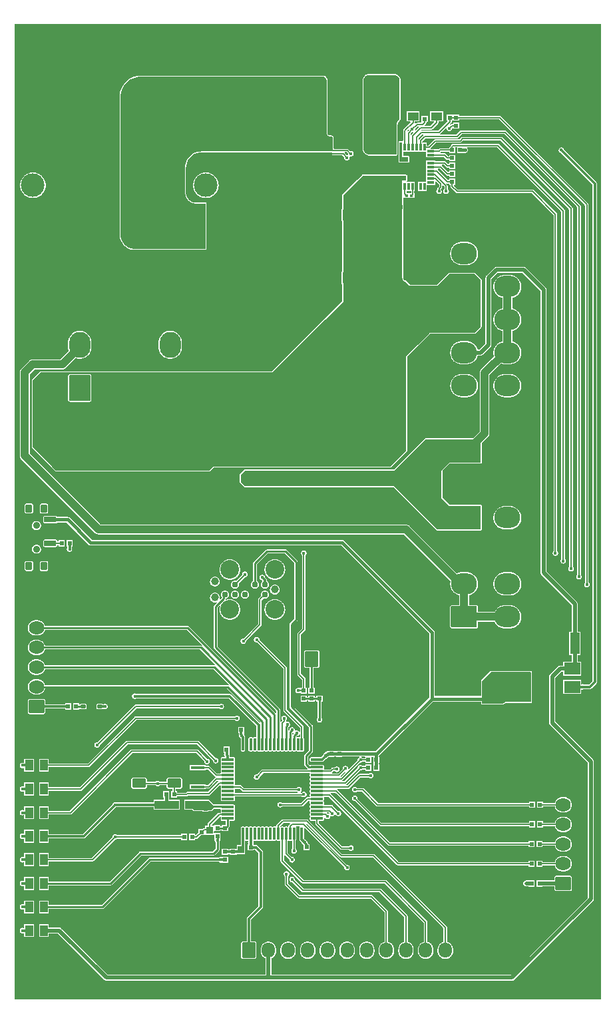
<source format=gtl>
%FSLAX23Y23*%
%MOIN*%
%SFA1B1*%

%IPPOS*%
%AMD35*
4,1,8,0.015700,-0.016500,0.015700,0.016500,0.012600,0.019700,-0.012600,0.019700,-0.015700,0.016500,-0.015700,-0.016500,-0.012600,-0.019700,0.012600,-0.019700,0.015700,-0.016500,0.0*
1,1,0.006300,0.012600,-0.016500*
1,1,0.006300,0.012600,0.016500*
1,1,0.006300,-0.012600,0.016500*
1,1,0.006300,-0.012600,-0.016500*
%
%AMD36*
4,1,8,0.029500,-0.011000,0.029500,0.011000,0.026800,0.013800,-0.026800,0.013800,-0.029500,0.011000,-0.029500,-0.011000,-0.026800,-0.013800,0.026800,-0.013800,0.029500,-0.011000,0.0*
1,1,0.005520,0.026800,-0.011000*
1,1,0.005520,0.026800,0.011000*
1,1,0.005520,-0.026800,0.011000*
1,1,0.005520,-0.026800,-0.011000*
%
%AMD38*
4,1,8,-0.009600,-0.008900,0.009600,-0.008900,0.011800,-0.006600,0.011800,0.006600,0.009600,0.008900,-0.009600,0.008900,-0.011800,0.006600,-0.011800,-0.006600,-0.009600,-0.008900,0.0*
1,1,0.004440,-0.009600,-0.006600*
1,1,0.004440,0.009600,-0.006600*
1,1,0.004440,0.009600,0.006600*
1,1,0.004440,-0.009600,0.006600*
%
%AMD43*
4,1,8,0.031200,0.021700,-0.031200,0.021700,-0.034400,0.018400,-0.034400,-0.018400,-0.031200,-0.021700,0.031200,-0.021700,0.034400,-0.018400,0.034400,0.018400,0.031200,0.021700,0.0*
1,1,0.006500,0.031200,0.018400*
1,1,0.006500,-0.031200,0.018400*
1,1,0.006500,-0.031200,-0.018400*
1,1,0.006500,0.031200,-0.018400*
%
%AMD45*
4,1,8,0.029000,0.005900,-0.029000,0.005900,-0.030500,0.004400,-0.030500,-0.004400,-0.029000,-0.005900,0.029000,-0.005900,0.030500,-0.004400,0.030500,0.004400,0.029000,0.005900,0.0*
1,1,0.002960,0.029000,0.004400*
1,1,0.002960,-0.029000,0.004400*
1,1,0.002960,-0.029000,-0.004400*
1,1,0.002960,0.029000,-0.004400*
%
%AMD46*
4,1,8,0.004400,0.030500,-0.004400,0.030500,-0.005900,0.029000,-0.005900,-0.029000,-0.004400,-0.030500,0.004400,-0.030500,0.005900,-0.029000,0.005900,0.029000,0.004400,0.030500,0.0*
1,1,0.002960,0.004400,0.029000*
1,1,0.002960,-0.004400,0.029000*
1,1,0.002960,-0.004400,-0.029000*
1,1,0.002960,0.004400,-0.029000*
%
%AMD50*
4,1,8,-0.063000,-0.097500,0.063000,-0.097500,0.078700,-0.081700,0.078700,0.081700,0.063000,0.097500,-0.063000,0.097500,-0.078700,0.081700,-0.078700,-0.081700,-0.063000,-0.097500,0.0*
1,1,0.031500,-0.063000,-0.081700*
1,1,0.031500,0.063000,-0.081700*
1,1,0.031500,0.063000,0.081700*
1,1,0.031500,-0.063000,0.081700*
%
%AMD52*
4,1,8,-0.063900,-0.031500,0.063900,-0.031500,0.068900,-0.026500,0.068900,0.026500,0.063900,0.031500,-0.063900,0.031500,-0.068900,0.026500,-0.068900,-0.026500,-0.063900,-0.031500,0.0*
1,1,0.010080,-0.063900,-0.026500*
1,1,0.010080,0.063900,-0.026500*
1,1,0.010080,0.063900,0.026500*
1,1,0.010080,-0.063900,0.026500*
%
%AMD103*
4,1,24,-0.083600,-0.012800,-0.083600,0.003000,-0.046200,0.003000,-0.046200,0.049300,-0.032400,0.049300,-0.032400,0.012800,-0.026500,0.012800,-0.026500,0.049300,-0.012800,0.049300,-0.012800,0.012800,-0.006800,0.012800,-0.006800,0.049300,0.006900,0.049300,0.006900,0.012800,0.012800,0.012800,0.012800,0.049300,0.026600,0.049300,0.026600,0.012800,0.032500,0.012800,0.032500,0.049300,0.046300,0.049300,0.046300,0.012800,0.046300,-0.012800,0.046300,-0.012800,-0.083600,-0.012800,0.0*
%
%AMD104*
4,1,14,-0.036400,-0.030600,-0.236300,-0.030600,-0.236300,-0.007000,-0.203700,-0.007000,-0.203700,0.027600,-0.236200,0.027600,-0.236200,0.051200,-0.115100,0.051200,-0.115100,0.007100,-0.036400,0.007100,-0.036400,0.070900,0.036500,0.070900,0.036500,-0.070800,-0.036400,-0.070800,-0.036400,-0.030600,0.0*
%
%AMD105*
4,1,9,-0.006800,-0.074800,0.037400,-0.074800,0.037400,-0.051100,0.006900,-0.051100,0.006900,-0.023600,0.006900,-0.023600,0.006900,0.023700,-0.006800,0.023700,-0.006800,0.023700,-0.006800,-0.074800,0.0*
%
%AMD106*
4,1,19,0.060100,0.002600,0.081000,0.002600,0.081000,0.027600,0.060100,0.027600,-0.097600,0.027600,-0.097600,0.015400,-0.060000,0.015400,-0.060000,-0.031500,-0.060000,-0.052500,-0.038100,-0.052500,-0.038100,-0.031500,-0.010600,-0.031500,-0.010600,-0.052500,0.011900,-0.052500,0.011900,-0.031500,0.038600,-0.031500,0.038600,-0.052500,0.060100,-0.052500,0.060100,-0.031500,0.060100,0.002600,0.0*
%
%AMD116*
4,1,8,-0.048400,-0.065000,0.048400,-0.065000,0.053100,-0.060200,0.053100,0.060200,0.048400,0.065000,-0.048400,0.065000,-0.053100,0.060200,-0.053100,-0.060200,-0.048400,-0.065000,0.0*
1,1,0.009560,-0.048400,-0.060200*
1,1,0.009560,0.048400,-0.060200*
1,1,0.009560,0.048400,0.060200*
1,1,0.009560,-0.048400,0.060200*
%
%AMD117*
4,1,8,0.000000,-0.065000,0.000000,-0.065000,0.053100,-0.011800,0.053100,0.011800,0.000000,0.065000,0.000000,0.065000,-0.053100,0.011800,-0.053100,-0.011800,0.000000,-0.065000,0.0*
1,1,0.106300,0.000000,-0.011800*
1,1,0.106300,0.000000,-0.011800*
1,1,0.106300,0.000000,0.011800*
1,1,0.106300,0.000000,0.011800*
%
%AMD118*
4,1,8,0.038400,-0.028400,0.038400,0.028400,0.033400,0.033500,-0.033400,0.033500,-0.038400,0.028400,-0.038400,-0.028400,-0.033400,-0.033500,0.033400,-0.033500,0.038400,-0.028400,0.0*
1,1,0.010040,0.033400,-0.028400*
1,1,0.010040,0.033400,0.028400*
1,1,0.010040,-0.033400,0.028400*
1,1,0.010040,-0.033400,-0.028400*
%
%AMD119*
4,1,8,0.038400,0.000000,0.038400,0.000000,0.004900,0.033500,-0.004900,0.033500,-0.038400,0.000000,-0.038400,0.000000,-0.004900,-0.033500,0.004900,-0.033500,0.038400,0.000000,0.0*
1,1,0.066940,0.004900,0.000000*
1,1,0.066940,0.004900,0.000000*
1,1,0.066940,-0.004900,0.000000*
1,1,0.066940,-0.004900,0.000000*
%
%AMD120*
4,1,8,0.000000,0.039400,0.000000,0.039400,-0.033500,0.005900,-0.033500,-0.005900,0.000000,-0.039400,0.000000,-0.039400,0.033500,-0.005900,0.033500,0.005900,0.000000,0.039400,0.0*
1,1,0.066940,0.000000,0.005900*
1,1,0.066940,0.000000,0.005900*
1,1,0.066940,0.000000,-0.005900*
1,1,0.066940,0.000000,-0.005900*
%
%AMD121*
4,1,8,0.028400,0.039400,-0.028400,0.039400,-0.033500,0.034300,-0.033500,-0.034300,-0.028400,-0.039400,0.028400,-0.039400,0.033500,-0.034300,0.033500,0.034300,0.028400,0.039400,0.0*
1,1,0.010040,0.028400,0.034300*
1,1,0.010040,-0.028400,0.034300*
1,1,0.010040,-0.028400,-0.034300*
1,1,0.010040,0.028400,-0.034300*
%
%AMD123*
4,1,8,0.000000,0.038400,0.000000,0.038400,-0.033500,0.004900,-0.033500,-0.004900,0.000000,-0.038400,0.000000,-0.038400,0.033500,-0.004900,0.033500,0.004900,0.000000,0.038400,0.0*
1,1,0.066940,0.000000,0.004900*
1,1,0.066940,0.000000,0.004900*
1,1,0.066940,0.000000,-0.004900*
1,1,0.066940,0.000000,-0.004900*
%
%AMD124*
4,1,8,0.028400,0.038400,-0.028400,0.038400,-0.033500,0.033400,-0.033500,-0.033400,-0.028400,-0.038400,0.028400,-0.038400,0.033500,-0.033400,0.033500,0.033400,0.028400,0.038400,0.0*
1,1,0.010040,0.028400,0.033400*
1,1,0.010040,-0.028400,0.033400*
1,1,0.010040,-0.028400,-0.033400*
1,1,0.010040,0.028400,-0.033400*
%
%AMD128*
4,1,8,-0.065000,0.048400,-0.065000,-0.048400,-0.060200,-0.053100,0.060200,-0.053100,0.065000,-0.048400,0.065000,0.048400,0.060200,0.053100,-0.060200,0.053100,-0.065000,0.048400,0.0*
1,1,0.009560,-0.060200,0.048400*
1,1,0.009560,-0.060200,-0.048400*
1,1,0.009560,0.060200,-0.048400*
1,1,0.009560,0.060200,0.048400*
%
%AMD129*
4,1,8,-0.065000,0.000000,-0.065000,0.000000,-0.011800,-0.053100,0.011800,-0.053100,0.065000,0.000000,0.065000,0.000000,0.011800,0.053100,-0.011800,0.053100,-0.065000,0.000000,0.0*
1,1,0.106300,-0.011800,0.000000*
1,1,0.106300,-0.011800,0.000000*
1,1,0.106300,0.011800,0.000000*
1,1,0.106300,0.011800,0.000000*
%
%ADD13C,0.011810*%
%ADD14C,0.007870*%
%ADD16C,0.007090*%
%ADD28R,0.000040X0.000040*%
%ADD29R,0.011810X0.036220*%
%ADD30R,0.036220X0.011810*%
%ADD31R,0.038390X0.055120*%
%ADD32R,0.045000X0.105000*%
%ADD33R,0.020470X0.019680*%
%ADD34R,0.105000X0.045000*%
G04~CAMADD=35~8~0.0~0.0~393.7~315.0~31.5~0.0~15~0.0~0.0~0.0~0.0~0~0.0~0.0~0.0~0.0~0~0.0~0.0~0.0~270.0~315.0~393.0*
%ADD35D35*%
G04~CAMADD=36~8~0.0~0.0~275.6~590.6~27.6~0.0~15~0.0~0.0~0.0~0.0~0~0.0~0.0~0.0~0.0~0~0.0~0.0~0.0~270.0~591.0~276.0*
%ADD36D36*%
%ADD37R,0.020000X0.022000*%
G04~CAMADD=38~8~0.0~0.0~236.2~177.2~22.2~0.0~15~0.0~0.0~0.0~0.0~0~0.0~0.0~0.0~0.0~0~0.0~0.0~0.0~180.0~236.0~177.0*
%ADD38D38*%
%ADD39R,0.032280X0.035000*%
%ADD40R,0.031500X0.037400*%
%ADD41R,0.019680X0.020470*%
%ADD42R,0.068900X0.015750*%
G04~CAMADD=43~8~0.0~0.0~689.0~433.1~32.5~0.0~15~0.0~0.0~0.0~0.0~0~0.0~0.0~0.0~0.0~0~0.0~0.0~0.0~0.0~689.0~433.1*
%ADD43D43*%
%ADD44R,0.022000X0.020000*%
G04~CAMADD=45~8~0.0~0.0~610.2~118.1~14.8~0.0~15~0.0~0.0~0.0~0.0~0~0.0~0.0~0.0~0.0~0~0.0~0.0~0.0~0.0~610.2~118.1*
%ADD45D45*%
G04~CAMADD=46~8~0.0~0.0~118.1~610.2~14.8~0.0~15~0.0~0.0~0.0~0.0~0~0.0~0.0~0.0~0.0~0~0.0~0.0~0.0~0.0~118.1~610.2*
%ADD46D46*%
%ADD47C,0.031000*%
%ADD48R,0.078740X0.059060*%
%ADD49R,0.078740X0.149610*%
G04~CAMADD=50~8~0.0~0.0~1574.8~1950.0~157.5~0.0~15~0.0~0.0~0.0~0.0~0~0.0~0.0~0.0~0.0~0~0.0~0.0~0.0~180.0~1574.0~1949.0*
%ADD50D50*%
%ADD51R,0.021650X0.019680*%
G04~CAMADD=52~8~0.0~0.0~1378.0~629.9~50.4~0.0~15~0.0~0.0~0.0~0.0~0~0.0~0.0~0.0~0.0~0~0.0~0.0~0.0~180.0~1378.0~630.0*
%ADD52D52*%
%ADD53R,0.013780X0.017720*%
%ADD54R,0.017720X0.013780*%
%ADD55R,0.019680X0.021650*%
%ADD56R,0.040000X0.056000*%
%ADD57R,0.056000X0.040000*%
%ADD103D103*%
%ADD104D104*%
%ADD105D105*%
%ADD106D106*%
%ADD107R,0.005910X0.005910*%
%ADD108C,0.005910*%
%ADD109C,0.009840*%
%ADD110C,0.017720*%
%ADD111C,0.008660*%
%ADD112C,0.039370*%
%ADD113C,0.019680*%
%ADD114C,0.013780*%
%ADD115R,0.005950X0.005910*%
G04~CAMADD=116~8~0.0~0.0~1063.0~1299.2~47.8~0.0~15~0.0~0.0~0.0~0.0~0~0.0~0.0~0.0~0.0~0~0.0~0.0~0.0~180.0~1063.0~1299.0*
%ADD116D116*%
G04~CAMADD=117~8~0.0~0.0~1063.0~1299.2~531.5~0.0~15~0.0~0.0~0.0~0.0~0~0.0~0.0~0.0~0.0~0~0.0~0.0~0.0~180.0~1064.0~1299.0*
%ADD117D117*%
G04~CAMADD=118~8~0.0~0.0~669.3~767.7~50.2~0.0~15~0.0~0.0~0.0~0.0~0~0.0~0.0~0.0~0.0~0~0.0~0.0~0.0~270.0~768.0~670.0*
%ADD118D118*%
G04~CAMADD=119~8~0.0~0.0~669.3~767.7~334.7~0.0~15~0.0~0.0~0.0~0.0~0~0.0~0.0~0.0~0.0~0~0.0~0.0~0.0~270.0~768.0~670.0*
%ADD119D119*%
G04~CAMADD=120~8~0.0~0.0~669.3~787.4~334.7~0.0~15~0.0~0.0~0.0~0.0~0~0.0~0.0~0.0~0.0~0~0.0~0.0~0.0~0.0~669.3~787.4*
%ADD120D120*%
G04~CAMADD=121~8~0.0~0.0~669.3~787.4~50.2~0.0~15~0.0~0.0~0.0~0.0~0~0.0~0.0~0.0~0.0~0~0.0~0.0~0.0~0.0~669.3~787.4*
%ADD121D121*%
%ADD122C,0.035430*%
G04~CAMADD=123~8~0.0~0.0~669.3~767.7~334.7~0.0~15~0.0~0.0~0.0~0.0~0~0.0~0.0~0.0~0.0~0~0.0~0.0~0.0~0.0~669.3~767.7*
%ADD123D123*%
G04~CAMADD=124~8~0.0~0.0~669.3~767.7~50.2~0.0~15~0.0~0.0~0.0~0.0~0~0.0~0.0~0.0~0.0~0~0.0~0.0~0.0~0.0~669.3~767.7*
%ADD124D124*%
%ADD125C,0.039000*%
%ADD126C,0.093500*%
%ADD127C,0.224410*%
G04~CAMADD=128~8~0.0~0.0~1063.0~1299.2~47.8~0.0~15~0.0~0.0~0.0~0.0~0~0.0~0.0~0.0~0.0~0~0.0~0.0~0.0~90.0~1300.0~1062.0*
%ADD128D128*%
G04~CAMADD=129~8~0.0~0.0~1063.0~1299.2~531.5~0.0~15~0.0~0.0~0.0~0.0~0~0.0~0.0~0.0~0.0~0~0.0~0.0~0.0~90.0~1300.0~1063.0*
%ADD129D129*%
%ADD130C,0.118110*%
%ADD131C,0.017720*%
%ADD132C,0.018900*%
%LNbenchypowersupplypcb-1*%
%LPD*%
G36*
X3140Y323D02*
X205D01*
Y5207*
X3140*
Y323*
G37*
%LNbenchypowersupplypcb-2*%
%LPC*%
G36*
X1573Y4949D02*
X1458D01*
Y4949*
X1435*
Y4949*
X1320*
Y4949*
X1297*
Y4949*
X1182*
Y4949*
X1159*
Y4949*
X1044*
Y4949*
X834*
X834Y4949*
X834Y4949*
X823Y4948*
X822Y4948*
X803Y4943*
X802Y4943*
X783Y4934*
X782Y4934*
X766Y4922*
X765Y4921*
X752Y4906*
X751Y4905*
X741Y4888*
X740Y4887*
X733Y4868*
X733Y4867*
X730Y4847*
X730Y4846*
X730Y4836*
Y4153*
Y4153*
X730Y4146*
X730Y4145*
X733Y4131*
X733Y4131*
X734Y4130*
X739Y4117*
X739Y4116*
X740Y4116*
X747Y4104*
X748Y4103*
X758Y4093*
X759Y4093*
X771Y4085*
X772Y4084*
X785Y4079*
X786Y4079*
X800Y4076*
X801Y4076*
X808Y4076*
X1161*
X1161Y4076*
X1166*
Y4081*
X1166Y4081*
Y4308*
X1166Y4308*
Y4313*
X1161*
X1161Y4313*
X1116*
X1111Y4313*
X1101Y4315*
X1091Y4319*
X1082Y4325*
X1075Y4332*
X1069Y4341*
X1066Y4350*
X1063Y4360*
X1063Y4366*
Y4487*
X1064Y4495*
X1067Y4510*
X1072Y4524*
X1081Y4536*
X1092Y4547*
X1104Y4556*
X1118Y4561*
X1133Y4564*
X1141Y4565*
X1790*
X1792*
X1793Y4565*
X1794Y4564*
X1795Y4564*
X1795Y4563*
X1796Y4562*
X1796Y4561*
Y4555*
X1796Y4554*
X1796Y4553*
X1797Y4552*
X1797Y4551*
X1798Y4551*
X1799Y4550*
X1800Y4550*
X1801Y4550*
X1807*
X1807Y4550*
X1809*
X1809Y4550*
X1846*
X1855Y4541*
X1855Y4540*
X1855Y4539*
Y4537*
X1855Y4535*
X1856Y4533*
X1856Y4532*
X1857Y4530*
X1858Y4529*
X1860Y4527*
X1861Y4526*
X1863Y4525*
X1864Y4525*
X1866Y4524*
X1868Y4524*
X1870*
X1871Y4524*
X1873Y4525*
X1875Y4525*
X1876Y4526*
X1878Y4527*
X1879Y4529*
X1880Y4530*
X1881Y4532*
X1882Y4533*
X1882Y4535*
X1883Y4537*
Y4539*
X1882Y4540*
X1882Y4542*
X1882Y4542*
X1885Y4545*
X1885Y4545*
X1887Y4545*
X1888Y4545*
X1890*
X1892Y4545*
X1894Y4545*
X1895Y4546*
X1897Y4547*
X1898Y4548*
X1900Y4549*
X1901Y4551*
X1902Y4552*
X1902Y4554*
X1903Y4556*
X1903Y4558*
Y4559*
X1903Y4561*
X1902Y4563*
X1902Y4565*
X1901Y4566*
X1900Y4568*
X1898Y4569*
X1897Y4570*
X1895Y4571*
X1894Y4572*
X1892Y4572*
X1890Y4572*
X1888*
X1887Y4572*
X1885Y4572*
X1884Y4572*
X1877Y4579*
X1875Y4580*
X1874Y4581*
X1872Y4582*
X1871Y4582*
X1816*
X1816Y4582*
X1814*
X1813Y4582*
X1807*
X1807Y4582*
X1803Y4585*
Y4632*
Y4637*
X1803Y4637*
X1803Y4637*
X1803Y4637*
X1803Y4638*
X1803Y4638*
X1803Y4638*
X1802Y4643*
X1802Y4643*
X1802Y4643*
X1802Y4643*
X1802Y4643*
X1801Y4644*
X1801Y4644*
X1801Y4644*
X1801Y4644*
X1801Y4645*
X1801Y4645*
X1799Y4647*
X1798Y4648*
X1797Y4648*
X1794Y4649*
X1793Y4650*
X1792Y4650*
X1790*
X1783*
X1781Y4650*
X1777Y4651*
X1774Y4654*
X1772Y4658*
X1772Y4661*
Y4920*
X1772Y4924*
X1772Y4925*
X1773Y4925*
X1773Y4925*
X1773Y4925*
X1772Y4925*
X1772Y4926*
X1771Y4933*
X1771Y4934*
X1770Y4935*
X1766Y4941*
X1765Y4942*
X1764Y4943*
X1758Y4947*
X1757Y4948*
X1756Y4948*
X1752Y4949*
X1752*
X1752Y4949*
X1751Y4949*
X1751*
X1573*
Y4949*
G37*
G36*
X2351Y4770D02*
X2285D01*
Y4720*
X2304*
X2306Y4716*
X2287Y4697*
X2259*
X2257Y4701*
X2265Y4709*
X2266Y4710*
X2267Y4711*
X2268Y4713*
X2268Y4714*
X2268Y4715*
Y4717*
X2275*
Y4747*
X2243*
Y4717*
X2243Y4717*
X2241Y4713*
X2220*
X2218Y4712*
X2217Y4712*
X2216Y4712*
X2214Y4711*
X2213Y4710*
X2200Y4696*
X2199Y4697*
X2198Y4701*
X2206Y4709*
X2207Y4710*
X2208Y4711*
X2208Y4713*
X2209Y4714*
X2209Y4715*
Y4720*
X2233*
Y4770*
X2167*
Y4720*
X2186*
X2188Y4716*
X2152Y4680*
X2151Y4679*
X2151Y4678*
X2150Y4677*
X2150Y4676*
X2150Y4674*
Y4624*
X2149Y4623*
X2149Y4623*
X2146Y4621*
X2132*
X2131Y4621*
X2130Y4621*
X2129Y4620*
X2128Y4620*
X2128Y4619*
X2127Y4618*
X2127Y4617*
X2127Y4616*
Y4518*
X2127Y4517*
X2127Y4516*
X2128Y4515*
X2128Y4514*
X2129Y4513*
X2130Y4513*
X2131Y4513*
X2132Y4513*
X2176*
X2177Y4513*
X2178Y4513*
X2179Y4513*
X2180Y4514*
X2180Y4515*
X2181Y4516*
X2181Y4517*
X2181Y4518*
Y4541*
X2181Y4542*
X2181Y4543*
X2180Y4544*
X2180Y4545*
X2179Y4545*
X2178Y4546*
X2177Y4546*
X2176Y4546*
X2151*
Y4567*
X2265*
Y4540*
X2311*
Y4542*
X2354*
X2366Y4530*
X2367Y4529*
X2368Y4528*
X2369Y4528*
X2371Y4527*
X2372Y4527*
X2381*
Y4520*
X2411*
Y4552*
X2381*
Y4545*
X2376*
X2364Y4557*
X2363Y4558*
X2361Y4559*
X2360Y4560*
X2359Y4560*
X2357Y4560*
X2338*
X2337Y4562*
X2337Y4564*
X2337Y4564*
X2339Y4567*
X2381*
Y4560*
X2411*
Y4590*
X2421*
Y4560*
X2451*
Y4562*
X2461*
X2461Y4562*
X2462*
X2462Y4562*
X2463Y4562*
X2463Y4562*
X2463Y4562*
X2464Y4562*
X2464Y4562*
X2465Y4562*
X2465Y4563*
X2466Y4563*
X2466Y4563*
X2466Y4563*
X2467Y4563*
X2467Y4563*
X2468Y4564*
X2468Y4564*
X2468Y4564*
X2469Y4564*
X2469Y4565*
X2470Y4565*
X2470Y4565*
X2470Y4566*
X2471Y4566*
X2471Y4566*
X2471Y4567*
X2471Y4567*
X2472Y4567*
X2472Y4568*
X2472Y4568*
X2473Y4568*
X2473Y4569*
X2473Y4569*
X2473Y4570*
X2473Y4570*
X2474Y4570*
X2474Y4571*
X2474Y4571*
X2474Y4572*
X2474Y4572*
X2474Y4573*
X2474Y4573*
X2474Y4573*
X2475Y4574*
X2475Y4574*
X2475Y4575*
Y4575*
X2475Y4576*
X2475Y4576*
Y4577*
X2475Y4577*
X2475Y4577*
X2474Y4578*
X2474Y4578*
X2474Y4579*
X2474Y4579*
X2474Y4580*
X2474Y4580*
X2474Y4581*
X2474Y4581*
X2473Y4581*
X2473Y4582*
X2473Y4582*
X2473Y4583*
X2473Y4583*
X2472Y4583*
X2472Y4584*
X2472Y4584*
X2471Y4584*
X2471Y4585*
X2471Y4585*
X2471Y4586*
X2470Y4586*
X2470Y4586*
X2470Y4586*
X2470*
X2470Y4588*
X2470Y4589*
X2471Y4590*
X2620*
X2943Y4267*
Y2530*
X2943Y2530*
X2942Y2528*
X2941Y2527*
X2940Y2525*
X2939Y2524*
X2939Y2522*
X2938Y2520*
Y2518*
X2939Y2516*
X2939Y2515*
X2940Y2513*
X2941Y2511*
X2942Y2510*
X2943Y2509*
X2945Y2508*
X2946Y2507*
X2948Y2506*
X2950Y2506*
X2951Y2505*
X2953*
X2955Y2506*
X2957Y2506*
X2958Y2507*
X2960Y2508*
X2961Y2509*
X2963Y2510*
X2964Y2511*
X2965Y2513*
X2965Y2515*
X2966Y2516*
X2966Y2518*
Y2520*
X2966Y2522*
X2965Y2524*
X2965Y2525*
X2964Y2527*
X2963Y2528*
X2961Y2530*
X2961Y2530*
Y4271*
X2961Y4273*
X2961Y4274*
X2960Y4275*
X2960Y4276*
X2959Y4277*
X2630Y4606*
X2629Y4607*
X2628Y4607*
X2627Y4608*
X2626Y4608*
X2624Y4608*
X2402*
X2400Y4608*
X2399Y4608*
X2398Y4607*
X2396Y4607*
X2395Y4606*
X2390Y4600*
X2389Y4599*
X2388Y4598*
X2388Y4597*
X2388Y4595*
X2388Y4594*
Y4592*
X2381*
Y4585*
X2336*
X2334Y4585*
X2333Y4584*
X2332Y4584*
X2330Y4583*
X2329Y4582*
X2327Y4580*
X2311*
Y4582*
X2289*
X2287Y4586*
X2315Y4613*
X2437*
X2438Y4613*
X2440Y4613*
X2441Y4614*
X2442Y4615*
X2443Y4616*
X2452Y4624*
X2638*
X2983Y4279*
Y2490*
X2982Y2490*
X2981Y2489*
X2980Y2488*
X2979Y2486*
X2978Y2484*
X2978Y2483*
X2978Y2481*
Y2479*
X2978Y2477*
X2978Y2475*
X2979Y2474*
X2980Y2472*
X2981Y2471*
X2982Y2469*
X2984Y2468*
X2985Y2467*
X2987Y2467*
X2989Y2466*
X2991Y2466*
X2993*
X2994Y2466*
X2996Y2467*
X2998Y2467*
X2999Y2468*
X3001Y2469*
X3002Y2471*
X3003Y2472*
X3004Y2474*
X3005Y2475*
X3005Y2477*
X3005Y2479*
Y2481*
X3005Y2483*
X3005Y2484*
X3004Y2486*
X3003Y2488*
X3002Y2489*
X3001Y2490*
X3001Y2490*
Y4283*
X3000Y4284*
X3000Y4286*
X3000Y4287*
X2999Y4288*
X2998Y4289*
X2648Y4640*
X2647Y4641*
X2645Y4641*
X2644Y4642*
X2643Y4642*
X2641Y4642*
X2448*
X2447Y4642*
X2446Y4642*
X2444Y4641*
X2443Y4641*
X2442Y4640*
X2433Y4631*
X2311*
X2310Y4631*
X2308Y4630*
X2307Y4630*
X2306Y4629*
X2305Y4628*
X2276Y4599*
X2268*
Y4614*
X2246*
Y4619*
X2262Y4635*
X2420*
X2421Y4635*
X2422Y4635*
X2424Y4636*
X2425Y4637*
X2426Y4638*
X2444Y4656*
X2657*
X3022Y4291*
Y2451*
X3022Y2451*
X3021Y2450*
X3019Y2448*
X3019Y2447*
X3018Y2445*
X3017Y2443*
X3017Y2441*
Y2440*
X3017Y2438*
X3018Y2436*
X3019Y2434*
X3019Y2433*
X3021Y2431*
X3022Y2430*
X3023Y2429*
X3025Y2428*
X3027Y2427*
X3028Y2427*
X3030Y2427*
X3032*
X3034Y2427*
X3035Y2427*
X3037Y2428*
X3039Y2429*
X3040Y2430*
X3041Y2431*
X3043Y2433*
X3043Y2434*
X3044Y2436*
X3045Y2438*
X3045Y2440*
Y2441*
X3045Y2443*
X3044Y2445*
X3043Y2447*
X3043Y2448*
X3041Y2450*
X3040Y2451*
X3040Y2451*
Y4295*
X3040Y4296*
X3040Y4298*
X3039Y4299*
X3038Y4300*
X3037Y4301*
X2667Y4671*
X2666Y4672*
X2665Y4673*
X2664Y4673*
X2662Y4674*
X2661Y4674*
X2440*
X2439Y4674*
X2438Y4673*
X2436Y4673*
X2435Y4672*
X2434Y4671*
X2416Y4653*
X2336*
X2335Y4657*
X2335Y4657*
X2336Y4658*
X2364Y4685*
X2368Y4684*
Y4684*
X2368Y4682*
X2368Y4680*
X2369Y4678*
X2370Y4677*
X2371Y4675*
X2372Y4674*
X2374Y4673*
X2375Y4672*
X2377Y4671*
X2379Y4671*
X2380Y4671*
X2382*
X2384Y4671*
X2386Y4671*
X2388Y4672*
X2389Y4673*
X2391Y4674*
X2392Y4675*
X2393Y4677*
X2394Y4678*
X2395Y4680*
X2395Y4682*
X2395Y4683*
X2395Y4684*
X2397Y4684*
X2400Y4684*
X2432*
Y4714*
X2400*
Y4708*
X2396*
X2394Y4708*
X2393Y4707*
X2392Y4707*
X2390Y4706*
X2389Y4705*
X2385Y4701*
X2385Y4701*
X2384Y4706*
X2391Y4713*
X2392Y4714*
X2393Y4715*
X2394Y4717*
X2394Y4718*
X2394Y4719*
Y4724*
X2401*
X2432*
Y4730*
X2630*
X3061Y4299*
Y2412*
X3061Y2412*
X3060Y2410*
X3059Y2409*
X3058Y2407*
X3057Y2406*
X3057Y2404*
X3057Y2402*
Y2400*
X3057Y2398*
X3057Y2397*
X3058Y2395*
X3059Y2393*
X3060Y2392*
X3061Y2391*
X3063Y2390*
X3064Y2389*
X3066Y2388*
X3068Y2387*
X3069Y2387*
X3071*
X3073Y2387*
X3075Y2388*
X3077Y2389*
X3078Y2390*
X3080Y2391*
X3081Y2392*
X3082Y2393*
X3083Y2395*
X3084Y2397*
X3084Y2398*
X3084Y2400*
Y2402*
X3084Y2404*
X3084Y2406*
X3083Y2407*
X3082Y2409*
X3081Y2410*
X3080Y2412*
X3079Y2412*
Y4303*
X3079Y4304*
X3079Y4305*
X3078Y4307*
X3078Y4308*
X3077Y4309*
X2640Y4745*
X2639Y4746*
X2638Y4747*
X2637Y4747*
X2636Y4748*
X2634Y4748*
X2432*
Y4754*
X2400*
X2369*
Y4724*
X2371*
X2373Y4720*
X2326Y4673*
X2245*
X2243Y4677*
X2245Y4679*
X2290*
X2292Y4679*
X2293Y4679*
X2295Y4680*
X2296Y4681*
X2297Y4682*
X2324Y4709*
X2325Y4710*
X2326Y4711*
X2327Y4713*
X2327Y4714*
X2327Y4715*
Y4720*
X2351*
Y4770*
G37*
G36*
X2108Y4957D02*
X1977D01*
X1976Y4957*
X1970Y4956*
X1970Y4955*
X1964Y4953*
X1964Y4953*
X1959Y4950*
X1958Y4949*
X1955Y4945*
X1954Y4944*
X1951Y4940*
X1950Y4939*
X1948Y4934*
X1948Y4933*
X1947Y4928*
X1947Y4927*
Y4924*
Y4586*
Y4582*
X1947Y4581*
X1948Y4575*
X1948Y4574*
X1951Y4569*
X1951Y4568*
X1955Y4563*
X1955Y4562*
X1960Y4558*
X1961Y4557*
X1966Y4553*
X1967Y4553*
X1972Y4551*
X1973Y4550*
X1979Y4549*
X1980Y4549*
X2114*
X2115Y4549*
X2116Y4549*
X2117Y4550*
X2118Y4550*
X2118Y4550*
X2119Y4551*
X2120Y4551*
X2121Y4552*
X2121Y4553*
X2121Y4554*
X2121Y4554*
X2122Y4555*
X2122Y4556*
X2122Y4557*
Y4699*
X2122Y4702*
X2124Y4709*
X2126Y4715*
X2130Y4721*
X2133Y4724*
X2134Y4725*
X2134Y4725*
X2136Y4728*
X2136Y4728*
X2137Y4731*
X2137Y4732*
X2138Y4734*
X2138Y4735*
Y4927*
X2138Y4928*
X2137Y4933*
X2137Y4934*
X2135Y4939*
X2134Y4940*
X2131Y4944*
X2130Y4945*
X2127Y4949*
X2127*
X2126Y4950*
X2121Y4953*
X2120Y4953*
X2115Y4955*
X2114Y4956*
X2109Y4957*
X2108Y4957*
G37*
G36*
X2311Y4523D02*
X2265D01*
Y4501*
Y4461*
Y4417*
X2226*
Y4370*
X2268*
Y4402*
X2311*
Y4418*
X2315Y4420*
X2330Y4405*
Y4394*
X2325Y4388*
X2324Y4387*
X2323Y4386*
X2322Y4384*
X2322Y4383*
Y4381*
X2321Y4380*
X2320Y4379*
X2319Y4377*
X2318Y4376*
X2317Y4374*
X2317Y4372*
X2316Y4370*
Y4369*
X2317Y4367*
X2317Y4365*
X2318Y4363*
X2319Y4362*
X2320Y4360*
X2321Y4359*
X2322Y4358*
X2324Y4357*
X2326Y4356*
X2328Y4356*
X2329Y4356*
X2331*
X2333Y4356*
X2335Y4356*
X2336Y4357*
X2338Y4358*
X2339Y4359*
X2341Y4360*
X2342Y4362*
X2343Y4363*
X2343Y4365*
X2344Y4367*
X2344Y4369*
Y4370*
X2344Y4372*
X2343Y4374*
X2343Y4376*
X2342Y4377*
X2341Y4379*
X2339Y4380*
X2339Y4381*
X2343Y4385*
X2344Y4386*
X2345Y4387*
X2346Y4389*
X2346Y4390*
Y4399*
X2349Y4401*
X2358Y4393*
Y4381*
X2356Y4380*
X2355Y4379*
X2354Y4377*
X2353Y4376*
X2352Y4374*
X2352Y4372*
X2352Y4370*
Y4369*
X2352Y4367*
X2352Y4365*
X2353Y4363*
X2354Y4362*
X2355Y4360*
X2356Y4359*
X2358Y4358*
X2360Y4357*
X2361Y4356*
X2363Y4356*
X2365Y4356*
X2367*
X2368Y4356*
X2370Y4356*
X2372Y4357*
X2373Y4358*
X2375Y4359*
X2376Y4360*
X2377Y4362*
X2378Y4363*
X2379Y4365*
X2379Y4367*
X2380Y4369*
Y4370*
X2379Y4372*
X2379Y4374*
X2378Y4376*
X2377Y4377*
X2376Y4379*
X2375Y4380*
X2374Y4381*
Y4396*
X2373Y4397*
X2373Y4399*
X2372Y4400*
X2371Y4402*
X2366Y4407*
X2368Y4410*
X2369Y4410*
X2371Y4409*
X2372Y4409*
X2381*
Y4402*
X2388*
Y4394*
X2388Y4392*
X2388Y4391*
X2388Y4390*
X2389Y4389*
X2390Y4388*
X2414Y4363*
X2415Y4362*
X2417Y4362*
X2418Y4361*
X2419Y4361*
X2421Y4361*
X2795*
X2904Y4252*
Y2569*
X2904Y2569*
X2902Y2568*
X2901Y2566*
X2900Y2565*
X2900Y2563*
X2899Y2561*
X2899Y2559*
Y2558*
X2899Y2556*
X2900Y2554*
X2900Y2552*
X2901Y2551*
X2902Y2549*
X2904Y2548*
X2905Y2547*
X2907Y2546*
X2908Y2545*
X2910Y2545*
X2912Y2545*
X2914*
X2916Y2545*
X2917Y2545*
X2919Y2546*
X2921Y2547*
X2922Y2548*
X2923Y2549*
X2924Y2551*
X2925Y2552*
X2926Y2554*
X2927Y2556*
X2927Y2558*
Y2559*
X2927Y2561*
X2926Y2563*
X2925Y2565*
X2924Y2566*
X2923Y2568*
X2922Y2569*
X2922Y2569*
Y4255*
X2922Y4257*
X2921Y4258*
X2921Y4259*
X2920Y4261*
X2919Y4262*
X2805Y4376*
X2804Y4377*
X2803Y4378*
X2801Y4378*
X2800Y4378*
X2799Y4379*
X2424*
X2405Y4398*
Y4402*
X2411*
Y4434*
X2381*
Y4427*
X2376*
X2324Y4479*
X2324Y4479*
X2324Y4481*
X2325Y4483*
X2334*
X2366Y4451*
X2367Y4450*
X2368Y4450*
X2369Y4449*
X2371Y4449*
X2372Y4449*
X2381*
Y4442*
X2411*
Y4474*
X2381*
Y4467*
X2376*
X2344Y4498*
X2343Y4499*
X2344Y4501*
X2345Y4503*
X2354*
X2366Y4491*
X2367Y4490*
X2368Y4489*
X2369Y4488*
X2371Y4488*
X2372Y4488*
X2381*
Y4481*
X2411*
Y4513*
X2381*
Y4506*
X2376*
X2364Y4518*
X2363Y4519*
X2361Y4520*
X2360Y4520*
X2359Y4521*
X2357Y4521*
X2311*
Y4523*
G37*
G36*
X2145Y4453D02*
X1949D01*
X1948Y4453*
X1948*
X1948*
X1948*
X1948Y4453*
X1948Y4453*
Y4453*
X1947Y4453*
X1947Y4453*
X1947*
X1947Y4453*
X1947*
X1947Y4453*
X1947Y4453*
X1947Y4453*
X1946Y4453*
X1946Y4453*
X1946Y4453*
X1946Y4453*
X1946*
X1946Y4453*
X1946Y4452*
X1945Y4452*
X1945Y4452*
X1945Y4452*
X1945Y4452*
X1945Y4452*
X1945Y4452*
X1945Y4452*
X1945Y4452*
X1944Y4452*
X1920Y4427*
X1896Y4403*
X1847Y4354*
X1846Y4353*
X1846Y4353*
X1846Y4353*
X1846Y4353*
Y4353*
X1846Y4353*
X1846Y4352*
X1846Y4352*
Y4352*
X1846Y4352*
X1845Y4352*
X1845Y4351*
X1845Y4351*
Y4351*
Y4351*
X1845Y4351*
Y4351*
X1845Y4351*
Y4351*
X1845Y4350*
X1845Y4350*
X1845Y4350*
X1845Y4350*
Y4284*
X1845Y4284*
X1844Y4283*
X1843Y4281*
X1843Y4280*
X1843Y4278*
Y4225*
X1843Y4223*
X1843Y4222*
X1844Y4220*
X1845Y4219*
X1845Y4219*
Y3969*
X1845Y3969*
X1844Y3968*
X1843Y3966*
X1843Y3965*
X1843Y3963*
Y3910*
X1843Y3908*
X1843Y3907*
X1844Y3905*
X1845Y3904*
X1845Y3904*
Y3820*
X1757Y3733*
X1669Y3645*
Y3645*
X1581Y3557*
X1493Y3469*
X334*
X334Y3469*
X334Y3469*
X334Y3469*
X333Y3469*
X333Y3469*
X333Y3469*
X333*
X333Y3469*
X333*
X333Y3469*
X333*
X332Y3469*
X332Y3468*
X332Y3468*
X332Y3468*
X332Y3468*
X331Y3468*
X331Y3468*
X331*
X331Y3468*
X331Y3468*
X331Y3468*
X330Y3467*
X308Y3445*
X291Y3428*
X291Y3428*
X291Y3428*
X291Y3428*
X291Y3428*
Y3428*
X291Y3427*
X291Y3427*
X291Y3427*
X291Y3427*
X290Y3427*
X290Y3426*
X290Y3426*
Y3426*
Y3426*
X290Y3426*
X290Y3425*
Y3425*
X290Y3425*
X290Y3425*
Y3425*
X290Y3424*
Y3424*
Y3090*
X290Y3090*
Y3090*
X290Y3090*
Y3090*
X290Y3090*
X290Y3089*
Y3089*
X290Y3089*
X290Y3089*
X290Y3089*
Y3089*
X290Y3089*
Y3089*
X290Y3089*
X290Y3089*
X290Y3088*
X290Y3088*
X291Y3088*
X291Y3088*
X291Y3088*
X291Y3087*
X291Y3087*
X291Y3087*
Y3087*
X291Y3087*
X291Y3087*
X291Y3087*
X291Y3086*
X292Y3086*
X350Y3028*
X390Y2988*
X409Y2969*
X409Y2968*
X410Y2968*
X410Y2968*
X410Y2968*
X410Y2968*
X410Y2968*
X410Y2968*
X410Y2968*
X410*
X410Y2968*
X411Y2967*
X412Y2967*
X412*
Y2967*
X412*
X412Y2967*
X412Y2967*
X412Y2967*
X412Y2967*
X413Y2967*
X413*
X413Y2967*
X1180*
X1181Y2967*
X1181*
X1181Y2967*
X1181Y2967*
Y2967*
X1182Y2967*
X1182Y2967*
X1182Y2967*
X1182*
X1182Y2967*
X1183Y2967*
X1183Y2968*
X1183Y2968*
X1183Y2968*
X1183Y2968*
X1183Y2968*
X1184Y2968*
X1184Y2968*
X1184Y2968*
X1184Y2968*
X1184Y2968*
X1184Y2969*
X1202Y2987*
X2086*
X2086Y2987*
X2086*
X2087Y2987*
X2087Y2987*
X2087*
X2087Y2987*
X2087Y2987*
X2087*
X2087Y2987*
X2087Y2987*
X2088Y2987*
X2089Y2987*
X2089Y2987*
X2089*
X2089Y2987*
X2089Y2987*
X2089Y2988*
X2089*
X2089Y2988*
X2089Y2988*
X2090Y2988*
X2090Y2988*
X2129Y3027*
X2168Y3067*
X2168Y3067*
X2169Y3067*
X2169Y3067*
X2169Y3067*
Y3067*
X2169Y3068*
X2169Y3068*
X2169Y3068*
Y3068*
X2169Y3068*
X2169Y3068*
X2170Y3069*
Y3069*
X2170*
Y3069*
X2170Y3069*
X2170Y3070*
Y3070*
X2170Y3070*
X2170Y3070*
Y3070*
X2170Y3071*
Y3541*
X2199Y3570*
X2227Y3598*
X2285Y3656*
X2507*
X2508Y3656*
X2509Y3656*
X2510Y3657*
X2511Y3657*
X2542Y3689*
X2543Y3690*
X2544Y3690*
X2544Y3691*
X2544Y3692*
Y3925*
X2544Y3926*
X2544Y3927*
X2543Y3927*
X2542Y3928*
X2511Y3960*
X2510Y3960*
X2509Y3961*
X2508Y3961*
X2507Y3961*
X2382*
X2381Y3961*
X2381*
X2381Y3961*
X2381Y3961*
X2381*
X2380Y3961*
X2380Y3961*
X2380Y3961*
X2380Y3961*
X2379Y3961*
X2379Y3960*
X2379Y3960*
X2379Y3960*
X2379Y3960*
X2378Y3960*
X2378*
X2378Y3960*
X2378Y3960*
X2378Y3960*
X2378Y3960*
X2349Y3931*
X2320Y3902*
X2187*
X2167Y3922*
X2167Y3922*
X2166Y3922*
X2166Y3922*
X2166Y3923*
X2166Y3923*
X2166Y3923*
X2166Y3923*
X2166Y3923*
X2166Y3923*
X2165Y3923*
X2165Y3923*
X2165Y3923*
X2165Y3923*
X2164Y3924*
X2164Y3924*
X2164Y3924*
X2164Y3924*
X2163Y3924*
X2163Y3924*
X2163*
X2163Y3924*
X2163Y3924*
X2163Y3924*
X2162Y3924*
X2162Y3924*
X2162*
X2162Y3924*
X2162Y3924*
X2162Y3924*
X2162*
X2161Y3924*
X2161*
X2161Y3924*
X2161*
X2161Y3924*
X2160*
X2160Y3924*
X2160*
X2159Y3924*
X2159Y3924*
X2159Y3924*
X2159Y3924*
X2159Y3924*
X2158Y3924*
X2158Y3924*
X2158Y3924*
X2158Y3924*
X2158Y3924*
X2157Y3925*
X2157Y3925*
X2157Y3925*
X2157Y3925*
X2157Y3925*
X2156Y3925*
X2156Y3925*
X2156Y3925*
X2156Y3925*
X2156Y3925*
X2155Y3926*
X2155Y3926*
X2155Y3926*
X2155Y3926*
X2155Y3926*
X2154Y3927*
X2154Y3927*
X2154Y3927*
X2154Y3927*
X2154Y3927*
X2154Y3927*
X2154Y3928*
X2154Y3928*
X2153Y3928*
X2153Y3928*
X2153Y3928*
X2153Y3929*
X2153Y3929*
X2153Y3929*
X2153Y3929*
X2153Y3930*
X2153Y3930*
X2153Y3930*
X2153Y3930*
X2152Y3930*
X2152Y3931*
X2152Y3931*
X2152Y3931*
X2152Y3931*
X2152Y3931*
X2152Y3932*
X2152Y3932*
X2152Y3932*
Y3932*
X2152Y3932*
Y3933*
X2152Y3933*
Y3933*
X2152Y3933*
X2152Y3933*
X2152Y3934*
Y3934*
X2152Y3934*
X2152Y3934*
X2152Y3934*
Y3934*
Y3934*
X2152Y3934*
X2152Y3935*
X2152Y3935*
X2152Y3935*
X2152Y3935*
X2152Y3936*
X2152Y3936*
X2152Y3936*
X2152Y3936*
X2152Y3937*
X2152Y3937*
X2152Y3937*
X2151Y3937*
X2151Y3937*
X2151Y3938*
X2151Y3938*
X2151Y3938*
X2151Y3938*
X2151Y3938*
X2151Y3938*
X2151Y3938*
X2151Y3938*
X2150Y3939*
Y4274*
X2152*
Y4306*
X2150*
Y4337*
X2154Y4337*
X2207*
Y4361*
X2206*
Y4370*
X2209*
Y4417*
X2171*
X2170Y4418*
X2169Y4421*
X2170Y4421*
X2170Y4422*
X2170Y4423*
Y4448*
X2170Y4449*
X2170Y4450*
X2169Y4451*
X2168Y4451*
X2168Y4452*
X2167Y4452*
X2166Y4453*
X2165Y4453*
X2147*
X2147Y4453*
X2147Y4453*
X2147Y4453*
X2147Y4453*
X2147*
X2147Y4453*
X2147Y4453*
X2146Y4453*
X2146Y4453*
X2146*
X2146Y4453*
X2146Y4453*
X2146Y4453*
X2146Y4453*
X2146*
X2145Y4453*
X2145*
X2145Y4453*
G37*
G36*
X1165Y4464D02*
X1160D01*
X1156Y4464*
X1152Y4463*
X1148Y4463*
X1144Y4461*
X1140Y4460*
X1136Y4458*
X1132Y4457*
X1129Y4455*
X1125Y4452*
X1122Y4450*
X1119Y4447*
X1116Y4444*
X1113Y4441*
X1110Y4437*
X1108Y4434*
X1106Y4430*
X1104Y4427*
X1103Y4423*
X1101Y4419*
X1100Y4415*
X1099Y4411*
X1099Y4406*
X1098Y4402*
Y4398*
X1099Y4394*
X1099Y4390*
X1100Y4386*
X1101Y4381*
X1103Y4378*
X1104Y4374*
X1106Y4370*
X1108Y4366*
X1110Y4363*
X1113Y4359*
X1116Y4356*
X1119Y4353*
X1122Y4351*
X1125Y4348*
X1129Y4346*
X1132Y4344*
X1136Y4342*
X1140Y4340*
X1144Y4339*
X1148Y4338*
X1152Y4337*
X1156Y4336*
X1160Y4336*
X1165*
X1169Y4336*
X1173Y4337*
X1177Y4338*
X1181Y4339*
X1185Y4340*
X1189Y4342*
X1193Y4344*
X1196Y4346*
X1200Y4348*
X1203Y4351*
X1206Y4353*
X1209Y4356*
X1212Y4359*
X1215Y4363*
X1217Y4366*
X1219Y4370*
X1221Y4374*
X1223Y4378*
X1224Y4381*
X1225Y4386*
X1226Y4390*
X1226Y4394*
X1227Y4398*
Y4402*
X1226Y4406*
X1226Y4411*
X1225Y4415*
X1224Y4419*
X1223Y4423*
X1221Y4427*
X1219Y4430*
X1217Y4434*
X1215Y4437*
X1212Y4441*
X1209Y4444*
X1206Y4447*
X1203Y4450*
X1200Y4452*
X1196Y4455*
X1193Y4457*
X1189Y4458*
X1185Y4460*
X1181Y4461*
X1177Y4463*
X1173Y4463*
X1169Y4464*
X1165Y4464*
G37*
G36*
X298D02*
X294D01*
X290Y4464*
X286Y4463*
X282Y4463*
X278Y4461*
X274Y4460*
X270Y4458*
X266Y4457*
X263Y4455*
X259Y4452*
X256Y4450*
X253Y4447*
X250Y4444*
X247Y4441*
X244Y4437*
X242Y4434*
X240Y4430*
X238Y4427*
X236Y4423*
X235Y4419*
X234Y4415*
X233Y4411*
X233Y4406*
X232Y4402*
Y4398*
X233Y4394*
X233Y4390*
X234Y4386*
X235Y4381*
X236Y4378*
X238Y4374*
X240Y4370*
X242Y4366*
X244Y4363*
X247Y4359*
X250Y4356*
X253Y4353*
X256Y4351*
X259Y4348*
X263Y4346*
X266Y4344*
X270Y4342*
X274Y4340*
X278Y4339*
X282Y4338*
X286Y4337*
X290Y4336*
X294Y4336*
X298*
X303Y4336*
X307Y4337*
X311Y4338*
X315Y4339*
X319Y4340*
X323Y4342*
X327Y4344*
X330Y4346*
X334Y4348*
X337Y4351*
X340Y4353*
X343Y4356*
X346Y4359*
X348Y4363*
X351Y4366*
X353Y4370*
X355Y4374*
X356Y4378*
X358Y4381*
X359Y4386*
X360Y4390*
X360Y4394*
X360Y4398*
Y4402*
X360Y4406*
X360Y4411*
X359Y4415*
X358Y4419*
X356Y4423*
X355Y4427*
X353Y4430*
X351Y4434*
X348Y4437*
X346Y4441*
X343Y4444*
X340Y4447*
X337Y4450*
X334Y4452*
X330Y4455*
X327Y4457*
X323Y4458*
X319Y4460*
X315Y4461*
X311Y4463*
X307Y4463*
X303Y4464*
X298Y4464*
G37*
G36*
X2468Y4117D02*
X2444D01*
X2440Y4117*
X2436Y4116*
X2432Y4115*
X2428Y4114*
X2424Y4113*
X2420Y4111*
X2417Y4110*
X2413Y4108*
X2410Y4105*
X2406Y4103*
X2403Y4100*
X2400Y4097*
X2398Y4093*
X2395Y4090*
X2393Y4086*
X2391Y4083*
X2390Y4079*
X2389Y4075*
X2388Y4071*
X2387Y4067*
X2386Y4063*
X2386Y4059*
X2386Y4054*
X2387Y4050*
X2388Y4046*
X2389Y4042*
X2390Y4038*
X2391Y4034*
X2393Y4031*
X2395Y4027*
X2398Y4024*
X2400Y4020*
X2403Y4017*
X2406Y4015*
X2410Y4012*
X2413Y4010*
X2417Y4007*
X2420Y4006*
X2424Y4004*
X2428Y4003*
X2432Y4002*
X2436Y4001*
X2440Y4001*
X2444Y4000*
X2468*
X2472Y4001*
X2476Y4001*
X2480Y4002*
X2484Y4003*
X2488Y4004*
X2492Y4006*
X2496Y4007*
X2499Y4010*
X2503Y4012*
X2506Y4015*
X2509Y4017*
X2512Y4020*
X2515Y4024*
X2517Y4027*
X2519Y4031*
X2521Y4034*
X2523Y4038*
X2524Y4042*
X2525Y4046*
X2526Y4050*
X2526Y4054*
X2526Y4059*
X2526Y4063*
X2526Y4067*
X2525Y4071*
X2524Y4075*
X2523Y4079*
X2521Y4083*
X2519Y4086*
X2517Y4090*
X2515Y4093*
X2512Y4097*
X2509Y4100*
X2506Y4103*
X2503Y4105*
X2499Y4108*
X2496Y4110*
X2492Y4111*
X2488Y4113*
X2484Y4114*
X2480Y4115*
X2476Y4116*
X2472Y4117*
X2468Y4117*
G37*
G36*
X531Y3672D02*
X527Y3672D01*
X523Y3671*
X519Y3671*
X515Y3670*
X511Y3668*
X507Y3667*
X503Y3665*
X500Y3663*
X496Y3660*
X493Y3658*
X490Y3655*
X487Y3652*
X484Y3649*
X482Y3645*
X480Y3642*
X478Y3638*
X476Y3634*
X475Y3630*
X474Y3626*
X473Y3622*
X473Y3618*
X473Y3614*
Y3590*
X473Y3586*
X473Y3582*
X474Y3578*
X475Y3574*
X476Y3570*
X434Y3528*
X295*
X292Y3528*
X289Y3528*
X287Y3527*
X284Y3526*
X282Y3524*
X279Y3523*
X277Y3521*
X238Y3482*
X236Y3479*
X234Y3477*
X233Y3475*
X232Y3472*
X231Y3470*
X231Y3467*
X231Y3464*
Y3047*
X231Y3044*
X231Y3041*
X232Y3039*
X233Y3036*
X234Y3034*
X236Y3031*
X238Y3029*
X608Y2659*
X610Y2657*
X612Y2656*
X615Y2654*
X617Y2653*
X620Y2653*
X623Y2652*
X625Y2652*
X2155*
X2388Y2419*
X2388Y2417*
X2387Y2413*
X2386Y2409*
X2386Y2405*
X2386Y2401*
X2387Y2397*
X2388Y2393*
X2389Y2389*
X2390Y2385*
X2391Y2381*
X2393Y2377*
X2395Y2374*
X2398Y2370*
X2400Y2367*
X2403Y2364*
X2406Y2361*
X2410Y2358*
X2413Y2356*
X2417Y2354*
X2420Y2352*
X2424Y2350*
X2428Y2349*
X2431Y2348*
Y2298*
X2396*
X2394Y2298*
X2393Y2297*
X2392Y2297*
X2390Y2296*
X2389Y2295*
X2388Y2294*
X2387Y2292*
X2387Y2291*
X2386Y2290*
X2386Y2288*
Y2191*
X2386Y2190*
X2387Y2188*
X2387Y2187*
X2388Y2186*
X2389Y2184*
X2390Y2183*
X2392Y2183*
X2393Y2182*
X2394Y2182*
X2396Y2181*
X2516*
X2518Y2182*
X2519Y2182*
X2521Y2183*
X2522Y2183*
X2523Y2184*
X2524Y2186*
X2525Y2187*
X2526Y2188*
X2526Y2190*
X2526Y2191*
Y2215*
X2608*
X2610Y2212*
X2612Y2208*
X2614Y2205*
X2617Y2202*
X2620Y2199*
X2623Y2196*
X2626Y2193*
X2629Y2191*
X2633Y2189*
X2637Y2187*
X2641Y2185*
X2645Y2184*
X2649Y2183*
X2653Y2182*
X2657Y2182*
X2661Y2181*
X2685*
X2689Y2182*
X2693Y2182*
X2697Y2183*
X2701Y2184*
X2705Y2185*
X2709Y2187*
X2712Y2189*
X2716Y2191*
X2719Y2193*
X2723Y2196*
X2726Y2199*
X2729Y2202*
X2731Y2205*
X2733Y2208*
X2736Y2212*
X2737Y2215*
X2739Y2219*
X2740Y2223*
X2741Y2227*
X2742Y2231*
X2743Y2236*
X2743Y2240*
X2743Y2244*
X2742Y2248*
X2741Y2252*
X2740Y2256*
X2739Y2260*
X2737Y2264*
X2736Y2268*
X2733Y2271*
X2731Y2275*
X2729Y2278*
X2726Y2281*
X2723Y2284*
X2719Y2286*
X2716Y2289*
X2712Y2291*
X2709Y2293*
X2705Y2294*
X2701Y2295*
X2697Y2297*
X2693Y2297*
X2689Y2298*
X2685Y2298*
X2661*
X2657Y2298*
X2653Y2297*
X2649Y2297*
X2645Y2295*
X2641Y2294*
X2637Y2293*
X2633Y2291*
X2629Y2289*
X2626Y2286*
X2623Y2284*
X2620Y2281*
X2617Y2278*
X2614Y2275*
X2612Y2271*
X2610Y2268*
X2608Y2264*
X2526*
Y2288*
X2526Y2290*
X2526Y2291*
X2525Y2292*
X2524Y2294*
X2523Y2295*
X2522Y2296*
X2521Y2297*
X2519Y2297*
X2518Y2298*
X2516Y2298*
X2481*
Y2348*
X2484Y2349*
X2488Y2350*
X2492Y2352*
X2496Y2354*
X2499Y2356*
X2503Y2358*
X2506Y2361*
X2509Y2364*
X2512Y2367*
X2515Y2370*
X2517Y2374*
X2519Y2377*
X2521Y2381*
X2523Y2385*
X2524Y2389*
X2525Y2393*
X2526Y2397*
X2526Y2401*
X2526Y2405*
X2526Y2409*
X2526Y2413*
X2525Y2417*
X2524Y2421*
X2523Y2425*
X2521Y2429*
X2519Y2433*
X2517Y2436*
X2515Y2440*
X2512Y2443*
X2509Y2446*
X2506Y2449*
X2503Y2452*
X2499Y2454*
X2496Y2456*
X2492Y2458*
X2488Y2460*
X2484Y2461*
X2480Y2462*
X2476Y2463*
X2472Y2463*
X2468Y2463*
X2444*
X2440Y2463*
X2436Y2463*
X2432Y2462*
X2428Y2461*
X2424Y2460*
X2420Y2458*
X2419Y2457*
X2182Y2694*
X2180Y2696*
X2178Y2698*
X2176Y2699*
X2173Y2700*
X2170Y2701*
X2168Y2701*
X2165Y2701*
X636*
X280Y3057*
Y3454*
X305Y3479*
X444*
X447Y3479*
X450Y3479*
X453Y3480*
X455Y3481*
X458Y3483*
X460Y3484*
X462Y3486*
X511Y3535*
X515Y3534*
X519Y3533*
X523Y3532*
X527Y3532*
X531Y3532*
X535Y3532*
X539Y3532*
X543Y3533*
X547Y3534*
X551Y3536*
X555Y3537*
X559Y3539*
X562Y3541*
X566Y3543*
X569Y3546*
X572Y3549*
X575Y3552*
X578Y3555*
X580Y3559*
X582Y3562*
X584Y3566*
X586Y3570*
X587Y3574*
X588Y3578*
X589Y3582*
X589Y3586*
X589Y3590*
Y3614*
X589Y3618*
X589Y3622*
X588Y3626*
X587Y3630*
X586Y3634*
X584Y3638*
X582Y3642*
X580Y3645*
X578Y3649*
X575Y3652*
X572Y3655*
X569Y3658*
X566Y3660*
X562Y3663*
X559Y3665*
X555Y3667*
X551Y3668*
X547Y3670*
X543Y3671*
X539Y3671*
X535Y3672*
X531Y3672*
G37*
G36*
X984D02*
X980Y3672D01*
X975Y3671*
X971Y3671*
X967Y3670*
X963Y3668*
X960Y3667*
X956Y3665*
X952Y3663*
X949Y3660*
X946Y3658*
X943Y3655*
X940Y3652*
X937Y3649*
X935Y3645*
X933Y3642*
X931Y3638*
X929Y3634*
X928Y3630*
X927Y3626*
X926Y3622*
X926Y3618*
X926Y3614*
Y3590*
X926Y3586*
X926Y3582*
X927Y3578*
X928Y3574*
X929Y3570*
X931Y3566*
X933Y3562*
X935Y3559*
X937Y3555*
X940Y3552*
X943Y3549*
X946Y3546*
X949Y3543*
X952Y3541*
X956Y3539*
X960Y3537*
X963Y3536*
X967Y3534*
X971Y3533*
X975Y3532*
X980Y3532*
X984Y3532*
X988Y3532*
X992Y3532*
X996Y3533*
X1000Y3534*
X1004Y3536*
X1008Y3537*
X1012Y3539*
X1015Y3541*
X1019Y3543*
X1022Y3546*
X1025Y3549*
X1028Y3552*
X1030Y3555*
X1033Y3559*
X1035Y3562*
X1037Y3566*
X1038Y3570*
X1040Y3574*
X1041Y3578*
X1041Y3582*
X1042Y3586*
X1042Y3590*
Y3614*
X1042Y3618*
X1041Y3622*
X1041Y3626*
X1040Y3630*
X1038Y3634*
X1037Y3638*
X1035Y3642*
X1033Y3645*
X1030Y3649*
X1028Y3652*
X1025Y3655*
X1022Y3658*
X1019Y3660*
X1015Y3663*
X1012Y3665*
X1008Y3667*
X1004Y3668*
X1000Y3670*
X996Y3671*
X992Y3671*
X988Y3672*
X984Y3672*
G37*
G36*
X2685Y3951D02*
X2661D01*
X2657Y3951*
X2653Y3951*
X2649Y3950*
X2645Y3949*
X2641Y3948*
X2637Y3946*
X2633Y3944*
X2629Y3942*
X2626Y3940*
X2623Y3937*
X2620Y3934*
X2617Y3931*
X2614Y3928*
X2612Y3925*
X2610Y3921*
X2608Y3917*
X2606Y3914*
X2605Y3910*
X2604Y3906*
X2603Y3901*
X2603Y3897*
X2603Y3893*
X2603Y3889*
X2603Y3885*
X2604Y3881*
X2605Y3877*
X2606Y3873*
X2608Y3869*
X2610Y3865*
X2612Y3862*
X2614Y3858*
X2617Y3855*
X2620Y3852*
X2623Y3849*
X2626Y3847*
X2629Y3844*
X2633Y3842*
X2637Y3840*
X2641Y3839*
X2645Y3837*
X2648Y3836*
Y3785*
X2645Y3784*
X2641Y3782*
X2637Y3781*
X2633Y3779*
X2629Y3777*
X2626Y3774*
X2623Y3772*
X2620Y3769*
X2617Y3766*
X2614Y3763*
X2612Y3759*
X2610Y3756*
X2608Y3752*
X2606Y3748*
X2605Y3744*
X2604Y3740*
X2603Y3736*
X2603Y3732*
X2603Y3728*
X2603Y3724*
X2603Y3720*
X2604Y3715*
X2605Y3711*
X2606Y3708*
X2608Y3704*
X2610Y3700*
X2612Y3696*
X2614Y3693*
X2617Y3690*
X2620Y3687*
X2623Y3684*
X2626Y3681*
X2629Y3679*
X2633Y3677*
X2637Y3675*
X2641Y3673*
X2645Y3672*
X2648Y3671*
Y3619*
X2645Y3618*
X2641Y3617*
X2637Y3615*
X2633Y3614*
X2629Y3611*
X2626Y3609*
X2623Y3606*
X2620Y3604*
X2617Y3601*
X2614Y3597*
X2612Y3594*
X2610Y3590*
X2608Y3587*
X2606Y3583*
X2605Y3579*
X2604Y3575*
X2603Y3571*
X2603Y3567*
X2603Y3562*
X2603Y3558*
X2603Y3554*
X2604Y3550*
X2605Y3546*
X2606Y3543*
X2541Y3478*
X2539Y3476*
X2538Y3473*
X2536Y3471*
X2535Y3468*
X2534Y3466*
X2534Y3463*
X2534Y3460*
Y3167*
X2501Y3134*
X2263*
X2262Y3134*
X2261Y3134*
X2260Y3134*
X2260Y3133*
X2104Y2977*
X1358*
X1357Y2977*
X1356Y2977*
X1355Y2976*
X1354Y2975*
X1335Y2956*
X1334Y2955*
X1333Y2954*
X1333Y2953*
X1333Y2952*
Y2913*
X1333Y2912*
X1333Y2911*
X1334Y2910*
X1335Y2909*
X1354Y2890*
X1355Y2889*
X1356Y2889*
X1357Y2888*
X1358Y2888*
X2104*
X2319Y2673*
X2320Y2672*
X2320Y2672*
X2321Y2672*
X2322Y2672*
X2539*
X2540Y2672*
X2541Y2672*
X2542Y2672*
X2542Y2673*
X2543Y2674*
X2544Y2675*
X2544Y2676*
X2544Y2677*
Y2795*
X2544Y2796*
X2544Y2797*
X2543Y2798*
X2542Y2798*
X2542Y2799*
X2541Y2799*
X2540Y2800*
X2539Y2800*
X2383*
X2347Y2836*
Y2970*
X2383Y3006*
X2539*
X2540Y3006*
X2541Y3007*
X2542Y3007*
X2542Y3008*
X2543Y3009*
X2544Y3009*
X2544Y3010*
X2544Y3011*
Y3107*
X2576Y3140*
X2578Y3142*
X2579Y3144*
X2581Y3146*
X2582Y3149*
X2583Y3151*
X2583Y3154*
X2583Y3157*
Y3450*
X2641Y3508*
X2645Y3507*
X2649Y3506*
X2653Y3505*
X2657Y3504*
X2661Y3504*
X2685*
X2689Y3504*
X2693Y3505*
X2697Y3506*
X2701Y3507*
X2705Y3508*
X2709Y3510*
X2712Y3511*
X2716Y3514*
X2719Y3516*
X2723Y3519*
X2726Y3521*
X2729Y3524*
X2731Y3528*
X2733Y3531*
X2736Y3535*
X2737Y3538*
X2739Y3542*
X2740Y3546*
X2741Y3550*
X2742Y3554*
X2743Y3558*
X2743Y3562*
X2743Y3567*
X2742Y3571*
X2741Y3575*
X2740Y3579*
X2739Y3583*
X2737Y3587*
X2736Y3590*
X2733Y3594*
X2731Y3597*
X2729Y3601*
X2726Y3604*
X2723Y3606*
X2719Y3609*
X2716Y3611*
X2712Y3614*
X2709Y3615*
X2705Y3617*
X2701Y3618*
X2697Y3619*
Y3671*
X2701Y3672*
X2705Y3673*
X2709Y3675*
X2712Y3677*
X2716Y3679*
X2719Y3681*
X2723Y3684*
X2726Y3687*
X2729Y3690*
X2731Y3693*
X2733Y3696*
X2736Y3700*
X2737Y3704*
X2739Y3708*
X2740Y3711*
X2741Y3715*
X2742Y3720*
X2743Y3724*
X2743Y3728*
X2743Y3732*
X2742Y3736*
X2741Y3740*
X2740Y3744*
X2739Y3748*
X2737Y3752*
X2736Y3756*
X2733Y3759*
X2731Y3763*
X2729Y3766*
X2726Y3769*
X2723Y3772*
X2719Y3774*
X2716Y3777*
X2712Y3779*
X2709Y3781*
X2705Y3782*
X2701Y3784*
X2697Y3785*
Y3836*
X2701Y3837*
X2705Y3839*
X2709Y3840*
X2712Y3842*
X2716Y3844*
X2719Y3847*
X2723Y3849*
X2726Y3852*
X2729Y3855*
X2731Y3858*
X2733Y3862*
X2736Y3865*
X2737Y3869*
X2739Y3873*
X2740Y3877*
X2741Y3881*
X2742Y3885*
X2743Y3889*
X2743Y3893*
X2743Y3897*
X2742Y3901*
X2741Y3906*
X2740Y3910*
X2739Y3914*
X2737Y3917*
X2736Y3921*
X2733Y3925*
X2731Y3928*
X2729Y3931*
X2726Y3934*
X2723Y3937*
X2719Y3940*
X2716Y3942*
X2712Y3944*
X2709Y3946*
X2705Y3948*
X2701Y3949*
X2697Y3950*
X2693Y3951*
X2689Y3951*
X2685Y3951*
G37*
G36*
Y3455D02*
X2661D01*
X2657Y3455*
X2653Y3455*
X2649Y3454*
X2645Y3453*
X2641Y3452*
X2637Y3450*
X2633Y3448*
X2629Y3446*
X2626Y3444*
X2623Y3441*
X2620Y3438*
X2617Y3435*
X2614Y3432*
X2612Y3429*
X2610Y3425*
X2608Y3421*
X2606Y3417*
X2605Y3414*
X2604Y3410*
X2603Y3405*
X2603Y3401*
X2603Y3397*
X2603Y3393*
X2603Y3389*
X2604Y3385*
X2605Y3381*
X2606Y3377*
X2608Y3373*
X2610Y3369*
X2612Y3366*
X2614Y3362*
X2617Y3359*
X2620Y3356*
X2623Y3353*
X2626Y3351*
X2629Y3348*
X2633Y3346*
X2637Y3344*
X2641Y3343*
X2645Y3341*
X2649Y3340*
X2653Y3340*
X2657Y3339*
X2661Y3339*
X2685*
X2689Y3339*
X2693Y3340*
X2697Y3340*
X2701Y3341*
X2705Y3343*
X2709Y3344*
X2712Y3346*
X2716Y3348*
X2719Y3351*
X2723Y3353*
X2726Y3356*
X2729Y3359*
X2731Y3362*
X2733Y3366*
X2736Y3369*
X2737Y3373*
X2739Y3377*
X2740Y3381*
X2741Y3385*
X2742Y3389*
X2743Y3393*
X2743Y3397*
X2743Y3401*
X2742Y3405*
X2741Y3410*
X2740Y3414*
X2739Y3417*
X2737Y3421*
X2736Y3425*
X2733Y3429*
X2731Y3432*
X2729Y3435*
X2726Y3438*
X2723Y3441*
X2719Y3444*
X2716Y3446*
X2712Y3448*
X2709Y3450*
X2705Y3452*
X2701Y3453*
X2697Y3454*
X2693Y3455*
X2689Y3455*
X2685Y3455*
G37*
G36*
X2468D02*
X2444D01*
X2440Y3455*
X2436Y3455*
X2432Y3454*
X2428Y3453*
X2424Y3452*
X2420Y3450*
X2417Y3448*
X2413Y3446*
X2410Y3444*
X2406Y3441*
X2403Y3438*
X2400Y3435*
X2398Y3432*
X2395Y3429*
X2393Y3425*
X2391Y3421*
X2390Y3417*
X2389Y3414*
X2388Y3410*
X2387Y3405*
X2386Y3401*
X2386Y3397*
X2386Y3393*
X2387Y3389*
X2388Y3385*
X2389Y3381*
X2390Y3377*
X2391Y3373*
X2393Y3369*
X2395Y3366*
X2398Y3362*
X2400Y3359*
X2403Y3356*
X2406Y3353*
X2410Y3351*
X2413Y3348*
X2417Y3346*
X2420Y3344*
X2424Y3343*
X2428Y3341*
X2432Y3340*
X2436Y3340*
X2440Y3339*
X2444Y3339*
X2468*
X2472Y3339*
X2476Y3340*
X2480Y3340*
X2484Y3341*
X2488Y3343*
X2492Y3344*
X2496Y3346*
X2499Y3348*
X2503Y3351*
X2506Y3353*
X2509Y3356*
X2512Y3359*
X2515Y3362*
X2517Y3366*
X2519Y3369*
X2521Y3373*
X2523Y3377*
X2524Y3381*
X2525Y3385*
X2526Y3389*
X2526Y3393*
X2526Y3397*
X2526Y3401*
X2526Y3405*
X2525Y3410*
X2524Y3414*
X2523Y3417*
X2521Y3421*
X2519Y3425*
X2517Y3429*
X2515Y3432*
X2512Y3435*
X2509Y3438*
X2506Y3441*
X2503Y3444*
X2499Y3446*
X2496Y3448*
X2492Y3450*
X2488Y3452*
X2484Y3453*
X2480Y3454*
X2476Y3455*
X2472Y3455*
X2468Y3455*
G37*
G36*
X365Y2806D02*
X340D01*
X339Y2806*
X337Y2805*
X336Y2805*
X335Y2804*
X334Y2803*
X333Y2802*
X333Y2801*
X332Y2800*
X332Y2799*
X332Y2798*
Y2764*
X332Y2763*
X332Y2762*
X333Y2761*
X333Y2760*
X334Y2759*
X335Y2758*
X336Y2757*
X337Y2757*
X339Y2756*
X340Y2756*
X365*
X366Y2756*
X368Y2757*
X369Y2757*
X370Y2758*
X371Y2759*
X372Y2760*
X372Y2761*
X373Y2762*
X373Y2763*
X373Y2764*
Y2798*
X373Y2799*
X373Y2800*
X372Y2801*
X372Y2802*
X371Y2803*
X370Y2804*
X369Y2805*
X368Y2805*
X366Y2806*
X365Y2806*
G37*
G36*
X289D02*
X264D01*
X263Y2806*
X261Y2805*
X260Y2805*
X259Y2804*
X258Y2803*
X257Y2802*
X257Y2801*
X256Y2800*
X256Y2799*
X256Y2798*
Y2764*
X256Y2763*
X256Y2762*
X257Y2761*
X257Y2760*
X258Y2759*
X259Y2758*
X260Y2757*
X261Y2757*
X263Y2756*
X264Y2756*
X289*
X290Y2756*
X292Y2757*
X293Y2757*
X294Y2758*
X295Y2759*
X296Y2760*
X296Y2761*
X297Y2762*
X297Y2763*
X297Y2764*
Y2798*
X297Y2799*
X297Y2800*
X296Y2801*
X296Y2802*
X295Y2803*
X294Y2804*
X293Y2805*
X292Y2805*
X290Y2806*
X289Y2806*
G37*
G36*
X2685Y2794D02*
X2661D01*
X2657Y2794*
X2653Y2793*
X2649Y2793*
X2645Y2792*
X2641Y2790*
X2637Y2789*
X2633Y2787*
X2629Y2785*
X2626Y2782*
X2623Y2780*
X2620Y2777*
X2617Y2774*
X2614Y2771*
X2612Y2767*
X2610Y2764*
X2608Y2760*
X2606Y2756*
X2605Y2752*
X2604Y2748*
X2603Y2744*
X2603Y2740*
X2603Y2736*
X2603Y2732*
X2603Y2727*
X2604Y2723*
X2605Y2719*
X2606Y2715*
X2608Y2712*
X2610Y2708*
X2612Y2704*
X2614Y2701*
X2617Y2698*
X2620Y2695*
X2623Y2692*
X2626Y2689*
X2629Y2687*
X2633Y2685*
X2637Y2683*
X2641Y2681*
X2645Y2680*
X2649Y2679*
X2653Y2678*
X2657Y2678*
X2661Y2678*
X2685*
X2689Y2678*
X2693Y2678*
X2697Y2679*
X2701Y2680*
X2705Y2681*
X2709Y2683*
X2712Y2685*
X2716Y2687*
X2719Y2689*
X2723Y2692*
X2726Y2695*
X2729Y2698*
X2731Y2701*
X2733Y2704*
X2736Y2708*
X2737Y2712*
X2739Y2715*
X2740Y2719*
X2741Y2723*
X2742Y2727*
X2743Y2732*
X2743Y2736*
X2743Y2740*
X2742Y2744*
X2741Y2748*
X2740Y2752*
X2739Y2756*
X2737Y2760*
X2736Y2764*
X2733Y2767*
X2731Y2771*
X2729Y2774*
X2726Y2777*
X2723Y2780*
X2719Y2782*
X2716Y2785*
X2712Y2787*
X2709Y2789*
X2705Y2790*
X2701Y2792*
X2697Y2793*
X2693Y2793*
X2689Y2794*
X2685Y2794*
G37*
G36*
X316Y2719D02*
X313D01*
X311Y2719*
X308Y2718*
X306Y2717*
X303Y2716*
X301Y2715*
X299Y2713*
X298Y2712*
X296Y2710*
X295Y2707*
X293Y2705*
X293Y2703*
X292Y2700*
X292Y2698*
Y2695*
X292Y2693*
X293Y2690*
X293Y2688*
X295Y2685*
X296Y2683*
X298Y2681*
X299Y2679*
X301Y2678*
X303Y2676*
X306Y2675*
X308Y2674*
X311Y2674*
X313Y2674*
X316*
X318Y2674*
X321Y2674*
X323Y2675*
X325Y2676*
X328Y2678*
X330Y2679*
X331Y2681*
X333Y2683*
X334Y2685*
X335Y2688*
X336Y2690*
X337Y2693*
X337Y2695*
Y2698*
X337Y2700*
X336Y2703*
X335Y2705*
X334Y2707*
X333Y2710*
X331Y2712*
X330Y2713*
X328Y2715*
X325Y2716*
X323Y2717*
X321Y2718*
X318Y2719*
X316Y2719*
G37*
G36*
X410Y2627D02*
X357D01*
X355Y2626*
X354Y2626*
X352Y2625*
X351Y2624*
X350Y2623*
X349Y2622*
X349Y2620*
X349Y2619*
Y2597*
X349Y2595*
X349Y2594*
X350Y2592*
X351Y2591*
X352Y2590*
X354Y2590*
X355Y2589*
X357Y2589*
X410*
X412Y2589*
X413Y2590*
X414Y2590*
X416Y2591*
X417Y2592*
X417Y2594*
X418Y2595*
X418Y2597*
Y2599*
X425*
Y2592*
X455*
Y2624*
X425*
Y2617*
X418*
Y2619*
X418Y2620*
X417Y2622*
X417Y2623*
X416Y2624*
X414Y2625*
X413Y2626*
X412Y2626*
X410Y2627*
G37*
G36*
X495Y2624D02*
X465D01*
Y2592*
X469*
Y2587*
X468Y2586*
X467Y2584*
X467Y2583*
X466Y2581*
X466Y2579*
Y2577*
X466Y2576*
X467Y2574*
X467Y2572*
X468Y2571*
X469Y2569*
X471Y2568*
X472Y2567*
X474Y2566*
X475Y2565*
X477Y2565*
X479Y2564*
X481*
X483Y2565*
X484Y2565*
X486Y2566*
X488Y2567*
X489Y2568*
X490Y2569*
X491Y2571*
X492Y2572*
X493Y2574*
X493Y2576*
X494Y2577*
Y2579*
X493Y2581*
X493Y2583*
X492Y2584*
X491Y2586*
X491Y2587*
Y2592*
X495*
Y2624*
G37*
G36*
X316Y2601D02*
X313D01*
X311Y2601*
X308Y2600*
X306Y2599*
X303Y2598*
X301Y2597*
X299Y2595*
X298Y2593*
X296Y2591*
X295Y2589*
X293Y2587*
X293Y2585*
X292Y2582*
X292Y2580*
Y2577*
X292Y2574*
X293Y2572*
X293Y2570*
X295Y2567*
X296Y2565*
X298Y2563*
X299Y2561*
X301Y2560*
X303Y2558*
X306Y2557*
X308Y2556*
X311Y2556*
X313Y2556*
X316*
X318Y2556*
X321Y2556*
X323Y2557*
X325Y2558*
X328Y2560*
X330Y2561*
X331Y2563*
X333Y2565*
X334Y2567*
X335Y2570*
X336Y2572*
X337Y2574*
X337Y2577*
Y2580*
X337Y2582*
X336Y2585*
X335Y2587*
X334Y2589*
X333Y2591*
X331Y2593*
X330Y2595*
X328Y2597*
X325Y2598*
X323Y2599*
X321Y2600*
X318Y2601*
X316Y2601*
G37*
G36*
X365Y2518D02*
X340D01*
X339Y2518*
X337Y2518*
X336Y2517*
X335Y2517*
X334Y2516*
X333Y2515*
X333Y2514*
X332Y2513*
X332Y2511*
X332Y2510*
Y2477*
X332Y2476*
X332Y2475*
X333Y2473*
X333Y2472*
X334Y2471*
X335Y2470*
X336Y2470*
X337Y2469*
X339Y2469*
X340Y2469*
X365*
X366Y2469*
X368Y2469*
X369Y2470*
X370Y2470*
X371Y2471*
X372Y2472*
X372Y2473*
X373Y2475*
X373Y2476*
X373Y2477*
Y2510*
X373Y2511*
X373Y2513*
X372Y2514*
X372Y2515*
X371Y2516*
X370Y2517*
X369Y2517*
X368Y2518*
X366Y2518*
X365Y2518*
G37*
G36*
X289D02*
X264D01*
X263Y2518*
X261Y2518*
X260Y2517*
X259Y2517*
X258Y2516*
X257Y2515*
X257Y2514*
X256Y2513*
X256Y2511*
X256Y2510*
Y2477*
X256Y2476*
X256Y2475*
X257Y2473*
X257Y2472*
X258Y2471*
X259Y2470*
X260Y2470*
X261Y2469*
X263Y2469*
X264Y2469*
X289*
X290Y2469*
X292Y2469*
X293Y2470*
X294Y2470*
X295Y2471*
X296Y2472*
X296Y2473*
X297Y2475*
X297Y2476*
X297Y2477*
Y2510*
X297Y2511*
X297Y2513*
X296Y2514*
X296Y2515*
X295Y2516*
X294Y2517*
X293Y2517*
X292Y2518*
X290Y2518*
X289Y2518*
G37*
G36*
X1510Y2528D02*
X1506D01*
X1502Y2528*
X1499Y2527*
X1495Y2526*
X1491Y2525*
X1488Y2524*
X1485Y2522*
X1481Y2521*
X1478Y2519*
X1475Y2516*
X1472Y2514*
X1470Y2511*
X1467Y2509*
X1465Y2506*
X1463Y2503*
X1461Y2499*
X1460Y2496*
X1459Y2492*
X1458Y2489*
X1457Y2485*
X1456Y2482*
X1456Y2478*
Y2474*
X1456Y2471*
X1457Y2467*
X1458Y2463*
X1459Y2460*
X1460Y2456*
X1461Y2453*
X1463Y2450*
X1465Y2447*
X1467Y2444*
X1470Y2441*
X1472Y2438*
X1475Y2436*
X1478Y2434*
X1481Y2432*
X1485Y2430*
X1488Y2428*
X1491Y2427*
X1495Y2426*
X1499Y2425*
X1502Y2425*
X1506Y2424*
X1510*
X1513Y2425*
X1517Y2425*
X1521Y2426*
X1524Y2427*
X1528Y2428*
X1531Y2430*
X1534Y2432*
X1537Y2434*
X1540Y2436*
X1543Y2438*
X1546Y2441*
X1548Y2444*
X1550Y2447*
X1552Y2450*
X1554Y2453*
X1556Y2456*
X1557Y2460*
X1558Y2463*
X1559Y2467*
X1559Y2471*
X1560Y2474*
Y2478*
X1559Y2482*
X1559Y2485*
X1558Y2489*
X1557Y2492*
X1556Y2496*
X1554Y2499*
X1552Y2503*
X1550Y2506*
X1548Y2509*
X1546Y2511*
X1543Y2514*
X1540Y2516*
X1537Y2519*
X1534Y2521*
X1531Y2522*
X1528Y2524*
X1524Y2525*
X1521Y2526*
X1517Y2527*
X1513Y2528*
X1510Y2528*
G37*
G36*
X1285D02*
X1281D01*
X1277Y2528*
X1274Y2527*
X1270Y2526*
X1266Y2525*
X1263Y2524*
X1260Y2522*
X1256Y2521*
X1253Y2519*
X1250Y2516*
X1247Y2514*
X1245Y2511*
X1242Y2509*
X1240Y2506*
X1238Y2503*
X1236Y2499*
X1235Y2496*
X1234Y2492*
X1233Y2489*
X1232Y2485*
X1231Y2482*
X1231Y2478*
Y2474*
X1231Y2471*
X1232Y2467*
X1233Y2463*
X1234Y2460*
X1235Y2456*
X1236Y2453*
X1238Y2450*
X1240Y2447*
X1242Y2444*
X1245Y2441*
X1247Y2438*
X1250Y2436*
X1253Y2434*
X1256Y2432*
X1260Y2430*
X1263Y2428*
X1266Y2427*
X1270Y2426*
X1274Y2425*
X1277Y2425*
X1281Y2424*
X1285*
X1288Y2425*
X1292Y2425*
X1296Y2426*
X1299Y2427*
X1303Y2428*
X1306Y2430*
X1309Y2432*
X1312Y2434*
X1315Y2436*
X1318Y2438*
X1321Y2441*
X1323Y2444*
X1325Y2447*
X1327Y2450*
X1329Y2453*
X1331Y2456*
X1332Y2460*
X1333Y2463*
X1334Y2467*
X1334Y2471*
X1335Y2474*
Y2478*
X1334Y2482*
X1334Y2485*
X1333Y2489*
X1332Y2492*
X1331Y2496*
X1329Y2499*
X1327Y2503*
X1325Y2506*
X1323Y2509*
X1321Y2511*
X1318Y2514*
X1315Y2516*
X1312Y2519*
X1309Y2521*
X1306Y2522*
X1303Y2524*
X1299Y2525*
X1296Y2526*
X1292Y2527*
X1288Y2528*
X1285Y2528*
G37*
G36*
X1359Y2466D02*
X1357D01*
X1355Y2466*
X1353Y2465*
X1352Y2465*
X1350Y2464*
X1349Y2463*
X1347Y2461*
X1346Y2460*
X1345Y2458*
X1345Y2457*
X1344Y2455*
X1344Y2453*
Y2451*
X1344Y2451*
X1314Y2421*
X1313Y2421*
X1311Y2421*
X1309Y2422*
X1307*
X1304Y2421*
X1302Y2421*
X1300Y2420*
X1298Y2419*
X1296Y2418*
X1294Y2416*
X1292Y2415*
X1291Y2413*
X1290Y2411*
X1289Y2409*
X1288Y2407*
X1288Y2405*
X1287Y2402*
Y2400*
X1288Y2398*
X1288Y2395*
X1289Y2393*
X1290Y2391*
X1291Y2389*
X1292Y2387*
X1294Y2386*
X1296Y2384*
X1298Y2383*
X1300Y2382*
X1302Y2381*
X1304Y2381*
X1307Y2381*
X1309*
X1311Y2381*
X1313Y2381*
X1316Y2382*
X1318Y2383*
X1320Y2384*
X1321Y2386*
X1323Y2387*
X1325Y2389*
X1326Y2391*
X1327Y2393*
X1328Y2395*
X1328Y2398*
X1328Y2400*
Y2402*
X1328Y2405*
X1328Y2407*
X1327Y2408*
X1357Y2438*
X1359*
X1360Y2439*
X1362Y2439*
X1364Y2440*
X1365Y2441*
X1367Y2442*
X1368Y2443*
X1369Y2445*
X1370Y2446*
X1371Y2448*
X1371Y2450*
X1372Y2451*
Y2453*
X1371Y2455*
X1371Y2457*
X1370Y2458*
X1369Y2460*
X1368Y2461*
X1367Y2463*
X1365Y2464*
X1364Y2465*
X1362Y2465*
X1360Y2466*
X1359Y2466*
G37*
G36*
X1209Y2441D02*
X1206D01*
X1204Y2440*
X1201Y2440*
X1198Y2439*
X1196Y2438*
X1194Y2436*
X1191Y2434*
X1189Y2432*
X1188Y2430*
X1186Y2428*
X1185Y2425*
X1184Y2423*
X1184Y2420*
X1183Y2417*
Y2415*
X1184Y2412*
X1184Y2409*
X1185Y2407*
X1186Y2404*
X1188Y2402*
X1189Y2400*
X1191Y2398*
X1194Y2396*
X1196Y2395*
X1198Y2393*
X1201Y2393*
X1204Y2392*
X1206Y2392*
X1209*
X1212Y2392*
X1215Y2393*
X1217Y2393*
X1220Y2395*
X1222Y2396*
X1224Y2398*
X1226Y2400*
X1228Y2402*
X1229Y2404*
X1230Y2407*
X1231Y2409*
X1232Y2412*
X1232Y2415*
Y2417*
X1232Y2420*
X1231Y2423*
X1230Y2425*
X1229Y2428*
X1228Y2430*
X1226Y2432*
X1224Y2434*
X1222Y2436*
X1220Y2438*
X1217Y2439*
X1215Y2440*
X1212Y2440*
X1209Y2441*
G37*
G36*
X1445Y2450D02*
X1443D01*
X1442Y2450*
X1440Y2450*
X1438Y2449*
X1437Y2448*
X1435Y2447*
X1434Y2446*
X1433Y2444*
X1432Y2443*
X1431Y2441*
X1431Y2439*
X1431Y2437*
Y2436*
X1431Y2434*
X1431Y2432*
X1432Y2430*
X1433Y2429*
X1434Y2427*
X1435Y2426*
X1437Y2425*
X1438Y2424*
X1440Y2423*
X1442Y2423*
X1443Y2423*
X1444Y2421*
X1444Y2416*
X1442Y2415*
X1441Y2413*
X1440Y2411*
X1439Y2409*
X1438Y2407*
X1438Y2405*
X1437Y2402*
Y2400*
X1438Y2398*
X1438Y2395*
X1439Y2393*
X1440Y2391*
X1441Y2389*
X1442Y2387*
X1444Y2386*
X1446Y2384*
X1448Y2383*
X1450Y2382*
X1452Y2381*
X1454Y2381*
X1457Y2381*
X1459*
X1461Y2381*
X1463Y2381*
X1466Y2382*
X1468Y2383*
X1470Y2384*
X1471Y2386*
X1473Y2387*
X1475Y2389*
X1476Y2391*
X1477Y2393*
X1478Y2395*
X1478Y2398*
X1478Y2400*
Y2402*
X1478Y2405*
X1478Y2407*
X1477Y2409*
X1476Y2411*
X1475Y2413*
X1473Y2415*
X1471Y2416*
X1470Y2418*
X1468Y2419*
Y2424*
X1468Y2426*
X1467Y2427*
X1467Y2429*
X1466Y2431*
X1465Y2432*
X1458Y2438*
X1458Y2439*
X1458Y2441*
X1457Y2443*
X1456Y2444*
X1455Y2446*
X1454Y2447*
X1452Y2448*
X1451Y2449*
X1449Y2450*
X1447Y2450*
X1445Y2450*
G37*
G36*
X1509Y2401D02*
X1506D01*
X1504Y2400*
X1501Y2400*
X1498Y2399*
X1496Y2398*
X1494Y2396*
X1491Y2394*
X1489Y2392*
X1488Y2390*
X1486Y2388*
X1485Y2385*
X1484Y2383*
X1484Y2380*
X1483Y2377*
Y2375*
X1484Y2372*
X1484Y2369*
X1485Y2367*
X1486Y2364*
X1488Y2362*
X1489Y2360*
X1491Y2358*
X1494Y2356*
X1496Y2355*
X1498Y2353*
X1501Y2352*
X1504Y2352*
X1506Y2352*
X1509*
X1512Y2352*
X1515Y2352*
X1517Y2353*
X1520Y2355*
X1522Y2356*
X1524Y2358*
X1526Y2360*
X1528Y2362*
X1529Y2364*
X1530Y2367*
X1531Y2369*
X1532Y2372*
X1532Y2375*
Y2377*
X1532Y2380*
X1531Y2383*
X1530Y2385*
X1529Y2388*
X1528Y2390*
X1526Y2392*
X1524Y2394*
X1522Y2396*
X1520Y2398*
X1517Y2399*
X1515Y2400*
X1512Y2400*
X1509Y2401*
G37*
G36*
X2685Y2463D02*
X2661D01*
X2657Y2463*
X2653Y2463*
X2649Y2462*
X2645Y2461*
X2641Y2460*
X2637Y2458*
X2633Y2456*
X2629Y2454*
X2626Y2452*
X2623Y2449*
X2620Y2446*
X2617Y2443*
X2614Y2440*
X2612Y2436*
X2610Y2433*
X2608Y2429*
X2606Y2425*
X2605Y2421*
X2604Y2417*
X2603Y2413*
X2603Y2409*
X2603Y2405*
X2603Y2401*
X2603Y2397*
X2604Y2393*
X2605Y2389*
X2606Y2385*
X2608Y2381*
X2610Y2377*
X2612Y2374*
X2614Y2370*
X2617Y2367*
X2620Y2364*
X2623Y2361*
X2626Y2358*
X2629Y2356*
X2633Y2354*
X2637Y2352*
X2641Y2350*
X2645Y2349*
X2649Y2348*
X2653Y2347*
X2657Y2347*
X2661Y2347*
X2685*
X2689Y2347*
X2693Y2347*
X2697Y2348*
X2701Y2349*
X2705Y2350*
X2709Y2352*
X2712Y2354*
X2716Y2356*
X2719Y2358*
X2723Y2361*
X2726Y2364*
X2729Y2367*
X2731Y2370*
X2733Y2374*
X2736Y2377*
X2737Y2381*
X2739Y2385*
X2740Y2389*
X2741Y2393*
X2742Y2397*
X2743Y2401*
X2743Y2405*
X2743Y2409*
X2742Y2413*
X2741Y2417*
X2740Y2421*
X2739Y2425*
X2737Y2429*
X2736Y2433*
X2733Y2436*
X2731Y2440*
X2729Y2443*
X2726Y2446*
X2723Y2449*
X2719Y2452*
X2716Y2454*
X2712Y2456*
X2709Y2458*
X2705Y2460*
X2701Y2461*
X2697Y2462*
X2693Y2463*
X2689Y2463*
X2685Y2463*
G37*
G36*
X1459Y2372D02*
X1457D01*
X1454Y2371*
X1452Y2371*
X1450Y2370*
X1448Y2369*
X1446Y2368*
X1444Y2366*
X1442Y2365*
X1441Y2363*
X1440Y2361*
X1439Y2359*
X1438Y2357*
X1438Y2355*
X1437Y2352*
Y2350*
X1438Y2348*
X1438Y2345*
X1438Y2344*
X1426Y2332*
X1425Y2331*
X1425Y2330*
X1424Y2329*
X1424Y2327*
X1424Y2326*
Y2204*
X1351Y2131*
X1351Y2131*
X1349*
X1347Y2131*
X1345Y2131*
X1344Y2130*
X1342Y2129*
X1341Y2128*
X1339Y2127*
X1338Y2125*
X1337Y2124*
X1337Y2122*
X1336Y2120*
X1336Y2119*
Y2117*
X1336Y2115*
X1337Y2113*
X1337Y2111*
X1338Y2110*
X1339Y2108*
X1341Y2107*
X1342Y2106*
X1344Y2105*
X1345Y2104*
X1347Y2104*
X1349Y2104*
X1351*
X1353Y2104*
X1354Y2104*
X1356Y2105*
X1358Y2106*
X1359Y2107*
X1360Y2108*
X1361Y2110*
X1362Y2111*
X1363Y2113*
X1364Y2115*
X1364Y2117*
Y2119*
X1364Y2119*
X1439Y2194*
X1440Y2195*
X1441Y2196*
X1441Y2198*
X1441Y2199*
X1442Y2200*
Y2322*
X1451Y2332*
X1452Y2331*
X1454Y2331*
X1457Y2331*
X1459*
X1461Y2331*
X1463Y2331*
X1466Y2332*
X1468Y2333*
X1470Y2334*
X1471Y2336*
X1473Y2337*
X1475Y2339*
X1476Y2341*
X1477Y2343*
X1478Y2345*
X1478Y2348*
X1478Y2350*
Y2352*
X1478Y2355*
X1478Y2357*
X1477Y2359*
X1476Y2361*
X1475Y2363*
X1473Y2365*
X1471Y2366*
X1470Y2368*
X1468Y2369*
X1466Y2370*
X1463Y2371*
X1461Y2371*
X1459Y2372*
G37*
G36*
X1359D02*
X1357D01*
X1354Y2371*
X1352Y2371*
X1350Y2370*
X1348Y2369*
X1346Y2368*
X1344Y2366*
X1342Y2365*
X1341Y2363*
X1340Y2361*
X1339Y2359*
X1338Y2357*
X1338Y2355*
X1337Y2352*
Y2350*
X1338Y2348*
X1338Y2345*
X1339Y2343*
X1340Y2341*
X1341Y2339*
X1342Y2337*
X1344Y2336*
X1346Y2334*
X1348Y2333*
X1350Y2332*
X1352Y2331*
X1354Y2331*
X1357Y2331*
X1359*
X1361Y2331*
X1363Y2331*
X1366Y2332*
X1368Y2333*
X1370Y2334*
X1371Y2336*
X1373Y2337*
X1375Y2339*
X1376Y2341*
X1377Y2343*
X1378Y2345*
X1378Y2348*
X1378Y2350*
Y2352*
X1378Y2355*
X1378Y2357*
X1377Y2359*
X1376Y2361*
X1375Y2363*
X1373Y2365*
X1371Y2366*
X1370Y2368*
X1368Y2369*
X1366Y2370*
X1363Y2371*
X1361Y2371*
X1359Y2372*
G37*
G36*
X1309D02*
X1307D01*
X1304Y2371*
X1302Y2371*
X1300Y2370*
X1298Y2369*
X1296Y2368*
X1294Y2366*
X1292Y2365*
X1291Y2363*
X1290Y2361*
X1289Y2359*
X1288Y2357*
X1288Y2355*
X1287Y2352*
Y2350*
X1288Y2348*
X1288Y2345*
X1289Y2343*
X1290Y2341*
X1291Y2339*
X1292Y2337*
X1294Y2336*
X1296Y2334*
X1298Y2333*
X1300Y2332*
X1302Y2331*
X1304Y2331*
X1307Y2331*
X1309*
X1311Y2331*
X1313Y2331*
X1316Y2332*
X1318Y2333*
X1320Y2334*
X1321Y2336*
X1323Y2337*
X1325Y2339*
X1326Y2341*
X1327Y2343*
X1328Y2345*
X1328Y2348*
X1328Y2350*
Y2352*
X1328Y2355*
X1328Y2357*
X1327Y2359*
X1326Y2361*
X1325Y2363*
X1323Y2365*
X1321Y2366*
X1320Y2368*
X1318Y2369*
X1316Y2370*
X1313Y2371*
X1311Y2371*
X1309Y2372*
G37*
G36*
X1259D02*
X1257D01*
X1254Y2371*
X1252Y2371*
X1250Y2370*
X1248Y2369*
X1246Y2368*
X1244Y2366*
X1242Y2365*
X1241Y2363*
X1240Y2361*
X1239Y2359*
X1238Y2357*
X1238Y2355*
X1237Y2352*
Y2350*
X1238Y2348*
X1238Y2345*
X1239Y2343*
X1240Y2341*
X1241Y2339*
X1242Y2337*
X1244Y2336*
X1235Y2327*
X1231Y2329*
X1231Y2329*
X1232Y2332*
X1232Y2335*
Y2337*
X1232Y2340*
X1231Y2343*
X1230Y2345*
X1229Y2348*
X1228Y2350*
X1226Y2352*
X1224Y2354*
X1222Y2356*
X1220Y2358*
X1217Y2359*
X1215Y2360*
X1212Y2360*
X1209Y2361*
X1206*
X1204Y2360*
X1201Y2360*
X1198Y2359*
X1196Y2358*
X1194Y2356*
X1191Y2354*
X1189Y2352*
X1188Y2350*
X1186Y2348*
X1185Y2345*
X1184Y2343*
X1184Y2340*
X1183Y2337*
Y2335*
X1184Y2332*
X1184Y2329*
X1185Y2327*
X1186Y2324*
X1188Y2322*
X1189Y2320*
X1191Y2318*
X1194Y2316*
X1196Y2315*
X1198Y2313*
X1201Y2312*
X1204Y2312*
X1206Y2312*
X1209*
X1212Y2312*
X1215Y2312*
X1215Y2313*
X1217Y2309*
X1205Y2297*
X1205Y2296*
X1204Y2295*
X1203Y2294*
X1203Y2292*
X1203Y2291*
Y2086*
X1203Y2085*
X1203Y2083*
X1204Y2082*
X1205Y2081*
X1205Y2080*
X1516Y1769*
Y1758*
X1513Y1756*
X1512Y1756*
X1077Y2191*
X1076Y2192*
X1075Y2193*
X1073Y2193*
X1072Y2194*
X1070Y2194*
X357*
X357Y2195*
X356Y2198*
X354Y2201*
X353Y2204*
X351Y2207*
X349Y2209*
X347Y2212*
X344Y2214*
X341Y2216*
X339Y2218*
X336Y2219*
X333Y2221*
X329Y2222*
X326Y2222*
X323Y2223*
X319Y2223*
X310*
X306Y2223*
X303Y2222*
X300Y2222*
X296Y2221*
X293Y2219*
X290Y2218*
X287Y2216*
X285Y2214*
X282Y2212*
X280Y2209*
X278Y2207*
X276Y2204*
X275Y2201*
X273Y2198*
X272Y2195*
X272Y2191*
X271Y2188*
X271Y2185*
X271Y2181*
X272Y2178*
X272Y2175*
X273Y2171*
X275Y2168*
X276Y2165*
X278Y2162*
X280Y2160*
X282Y2157*
X285Y2155*
X287Y2153*
X290Y2151*
X293Y2150*
X296Y2148*
X300Y2147*
X303Y2147*
X306Y2146*
X310Y2146*
X319*
X323Y2146*
X326Y2147*
X329Y2147*
X333Y2148*
X336Y2150*
X339Y2151*
X341Y2153*
X344Y2155*
X347Y2157*
X349Y2160*
X351Y2162*
X353Y2165*
X354Y2168*
X356Y2171*
X357Y2175*
X357Y2175*
X1066*
X1144Y2097*
X1142Y2094*
X1142Y2094*
X1140Y2095*
X1139Y2095*
X1137Y2095*
X357*
X357Y2096*
X356Y2099*
X354Y2102*
X353Y2105*
X351Y2108*
X349Y2111*
X347Y2113*
X344Y2116*
X341Y2118*
X339Y2119*
X336Y2121*
X333Y2122*
X329Y2123*
X326Y2124*
X323Y2124*
X319Y2125*
X310*
X306Y2124*
X303Y2124*
X300Y2123*
X296Y2122*
X293Y2121*
X290Y2119*
X287Y2118*
X285Y2116*
X282Y2113*
X280Y2111*
X278Y2108*
X276Y2105*
X275Y2102*
X273Y2099*
X272Y2096*
X272Y2093*
X271Y2089*
X271Y2086*
X271Y2083*
X272Y2079*
X272Y2076*
X273Y2073*
X275Y2070*
X276Y2067*
X278Y2064*
X280Y2061*
X282Y2059*
X285Y2057*
X287Y2055*
X290Y2053*
X293Y2051*
X296Y2050*
X300Y2049*
X303Y2048*
X306Y2048*
X310Y2048*
X319*
X323Y2048*
X326Y2048*
X329Y2049*
X333Y2050*
X336Y2051*
X339Y2053*
X341Y2055*
X344Y2057*
X347Y2059*
X349Y2061*
X351Y2064*
X353Y2067*
X354Y2070*
X356Y2073*
X357Y2076*
X357Y2077*
X1133*
X1211Y1999*
X1209Y1996*
X1208Y1996*
X1207Y1997*
X1206Y1997*
X1204Y1997*
X357*
X357Y1998*
X356Y2001*
X354Y2004*
X353Y2007*
X351Y2010*
X349Y2012*
X347Y2015*
X344Y2017*
X341Y2019*
X339Y2021*
X336Y2023*
X333Y2024*
X329Y2025*
X326Y2026*
X323Y2026*
X319Y2026*
X310*
X306Y2026*
X303Y2026*
X300Y2025*
X296Y2024*
X293Y2023*
X290Y2021*
X287Y2019*
X285Y2017*
X282Y2015*
X280Y2012*
X278Y2010*
X276Y2007*
X275Y2004*
X273Y2001*
X272Y1998*
X272Y1994*
X271Y1991*
X271Y1988*
X271Y1984*
X272Y1981*
X272Y1978*
X273Y1975*
X275Y1971*
X276Y1968*
X278Y1966*
X280Y1963*
X282Y1960*
X285Y1958*
X287Y1956*
X290Y1954*
X293Y1953*
X296Y1952*
X300Y1951*
X303Y1950*
X306Y1949*
X310Y1949*
X319*
X323Y1949*
X326Y1950*
X329Y1951*
X333Y1952*
X336Y1953*
X339Y1954*
X341Y1956*
X344Y1958*
X347Y1960*
X349Y1963*
X351Y1966*
X353Y1968*
X354Y1971*
X356Y1975*
X357Y1978*
X357Y1978*
X1200*
X1278Y1901*
X1276Y1897*
X1275Y1898*
X1274Y1898*
X1273Y1899*
X1271Y1899*
X357*
X357Y1899*
X356Y1902*
X354Y1906*
X353Y1909*
X351Y1911*
X349Y1914*
X347Y1916*
X344Y1919*
X341Y1921*
X339Y1923*
X336Y1924*
X333Y1925*
X329Y1926*
X326Y1927*
X323Y1928*
X319Y1928*
X310*
X306Y1928*
X303Y1927*
X300Y1926*
X296Y1925*
X293Y1924*
X290Y1923*
X287Y1921*
X285Y1919*
X282Y1916*
X280Y1914*
X278Y1911*
X276Y1909*
X275Y1906*
X273Y1902*
X272Y1899*
X272Y1896*
X271Y1893*
X271Y1889*
X271Y1886*
X272Y1883*
X272Y1879*
X273Y1876*
X275Y1873*
X276Y1870*
X278Y1867*
X280Y1865*
X282Y1862*
X285Y1860*
X287Y1858*
X290Y1856*
X293Y1854*
X296Y1853*
X300Y1852*
X303Y1851*
X306Y1851*
X310Y1851*
X319*
X323Y1851*
X326Y1851*
X329Y1852*
X333Y1853*
X336Y1854*
X339Y1856*
X341Y1858*
X344Y1860*
X347Y1862*
X349Y1865*
X351Y1867*
X353Y1870*
X354Y1873*
X356Y1876*
X357Y1879*
X357Y1880*
X1267*
X1435Y1712*
X1435Y1711*
X1430Y1710*
X1291Y1850*
X1289Y1851*
X1288Y1852*
X1286Y1852*
X1285Y1853*
X1283Y1853*
X815*
X814Y1854*
X813Y1854*
X811Y1855*
X809Y1856*
X808Y1856*
X806*
X804Y1856*
X802Y1855*
X800Y1854*
X799Y1854*
X797Y1852*
X796Y1851*
X795Y1850*
X794Y1848*
X793Y1846*
X793Y1845*
X793Y1843*
Y1841*
X793Y1839*
X793Y1838*
X794Y1836*
X795Y1834*
X796Y1833*
X797Y1832*
X799Y1830*
X800Y1830*
X802Y1829*
X804Y1828*
X806Y1828*
X808*
X809Y1828*
X811Y1829*
X813Y1830*
X814Y1830*
X815Y1831*
X1278*
X1416Y1694*
Y1639*
X1415Y1639*
X1415Y1638*
X1412Y1636*
X1411Y1636*
X1403*
X1401Y1636*
X1400Y1636*
X1399Y1635*
X1395*
X1394Y1636*
X1393Y1636*
X1392Y1636*
X1383*
X1382Y1636*
X1380Y1636*
X1379Y1635*
X1378Y1635*
X1377Y1634*
X1377Y1632*
X1376Y1631*
X1376Y1630*
Y1572*
X1376Y1571*
X1377Y1569*
X1377Y1568*
X1378Y1567*
X1379Y1566*
X1380Y1566*
X1382Y1565*
X1383Y1565*
X1392*
X1393Y1565*
X1394Y1566*
X1395Y1566*
X1399*
X1400Y1566*
X1401Y1565*
X1403Y1565*
X1411*
X1413Y1565*
X1414Y1566*
X1415Y1566*
X1419*
X1420Y1566*
X1421Y1565*
X1422Y1565*
X1431*
X1432Y1565*
X1434Y1566*
X1435Y1566*
X1438*
X1439Y1566*
X1441Y1565*
X1442Y1565*
X1451*
X1452Y1565*
X1453Y1566*
X1454Y1566*
X1458*
X1459Y1566*
X1460Y1565*
X1462Y1565*
X1470*
X1472Y1565*
X1473Y1566*
X1474Y1566*
X1478*
X1479Y1566*
X1480Y1565*
X1481Y1565*
X1490*
X1491Y1565*
X1493Y1566*
X1494Y1566*
X1497*
X1498Y1566*
X1500Y1565*
X1501Y1565*
X1510*
X1511Y1565*
X1512Y1566*
X1513Y1566*
X1517*
X1518Y1566*
X1519Y1565*
X1521Y1565*
X1530*
X1531Y1565*
X1532Y1566*
X1533Y1566*
X1537*
X1538Y1566*
X1539Y1565*
X1540Y1565*
X1549*
X1550Y1565*
X1552Y1566*
X1553Y1566*
X1556*
X1558Y1566*
X1559Y1565*
X1560Y1565*
X1569*
X1570Y1565*
X1571Y1566*
X1573Y1566*
X1576*
X1577Y1566*
X1578Y1565*
X1580Y1565*
X1589*
X1590Y1565*
X1591Y1566*
X1592Y1566*
X1596*
X1597Y1566*
X1598Y1565*
X1599Y1565*
X1608*
X1610Y1565*
X1611Y1566*
X1612Y1566*
X1615*
X1617Y1566*
X1618Y1565*
X1619Y1565*
X1628*
X1629Y1565*
X1630Y1566*
X1632Y1566*
X1635*
X1636Y1566*
X1638Y1565*
X1639Y1565*
X1648*
X1649Y1565*
X1650Y1566*
X1651Y1566*
X1652Y1567*
X1653Y1568*
X1654Y1569*
X1654Y1571*
X1654Y1572*
Y1630*
X1654Y1631*
X1654Y1632*
X1653Y1634*
X1652Y1635*
X1652Y1635*
Y1687*
X1652Y1688*
X1652Y1689*
X1651Y1691*
X1650Y1692*
X1650Y1693*
X1568Y1775*
Y1984*
X1567Y1985*
X1567Y1987*
X1567Y1988*
X1566Y1989*
X1565Y1990*
X1431Y2124*
X1431Y2125*
Y2126*
X1430Y2128*
X1430Y2130*
X1429Y2132*
X1428Y2133*
X1427Y2135*
X1426Y2136*
X1425Y2137*
X1423Y2138*
X1421Y2139*
X1420Y2139*
X1418Y2139*
X1416*
X1414Y2139*
X1412Y2139*
X1411Y2138*
X1409Y2137*
X1408Y2136*
X1406Y2135*
X1405Y2133*
X1404Y2132*
X1404Y2130*
X1403Y2128*
X1403Y2126*
Y2125*
X1403Y2123*
X1404Y2121*
X1404Y2119*
X1405Y2118*
X1406Y2116*
X1408Y2115*
X1409Y2114*
X1411Y2113*
X1412Y2112*
X1414Y2112*
X1416Y2112*
X1418*
X1418Y2112*
X1550Y1980*
Y1771*
X1550Y1770*
X1550Y1768*
X1551Y1767*
X1551Y1766*
X1552Y1765*
X1634Y1683*
Y1663*
X1630Y1663*
X1630Y1663*
X1629Y1665*
X1628Y1666*
X1627Y1667*
X1625Y1669*
X1624Y1669*
X1622Y1670*
X1620Y1671*
X1619Y1671*
X1617*
X1615Y1671*
X1613Y1670*
X1611Y1669*
X1608Y1672*
Y1674*
X1608Y1675*
X1607Y1677*
X1606Y1679*
X1606Y1680*
X1604Y1682*
X1603Y1683*
X1602Y1684*
X1600Y1685*
X1598Y1686*
X1597Y1686*
X1595Y1687*
X1593*
X1591Y1686*
X1590Y1686*
X1588Y1685*
X1586Y1684*
X1585Y1683*
X1584Y1682*
X1582Y1680*
X1582Y1679*
X1581Y1677*
X1580Y1675*
X1580Y1674*
Y1673*
X1577Y1670*
X1574Y1671*
Y1687*
X1575Y1687*
X1577Y1688*
X1578Y1689*
X1580Y1690*
X1581Y1691*
X1582Y1693*
X1583Y1694*
X1584Y1696*
X1584Y1698*
X1584Y1699*
Y1701*
X1584Y1703*
X1584Y1705*
X1583Y1706*
X1582Y1708*
X1581Y1709*
X1580Y1711*
X1578Y1712*
X1577Y1713*
X1575Y1713*
X1573Y1714*
X1571Y1714*
X1569*
X1568Y1714*
X1567Y1714*
X1567Y1714*
X1564Y1715*
X1564Y1717*
Y1721*
X1564Y1721*
X1565Y1723*
X1566Y1724*
X1567Y1726*
X1568Y1727*
X1568Y1729*
X1568Y1731*
Y1733*
X1568Y1734*
X1568Y1736*
X1567Y1738*
X1566Y1740*
X1565Y1741*
X1564Y1742*
X1562Y1743*
X1561Y1744*
X1559Y1745*
X1557Y1745*
X1556Y1746*
X1554*
X1552Y1745*
X1550Y1745*
X1548Y1744*
X1547Y1743*
X1545Y1742*
X1544Y1741*
X1543Y1740*
X1542Y1738*
X1541Y1736*
X1541Y1734*
X1541Y1733*
Y1731*
X1541Y1729*
X1541Y1727*
X1542Y1726*
X1543Y1724*
X1544Y1723*
X1545Y1721*
X1544Y1718*
X1538Y1713*
X1538Y1712*
X1534Y1714*
Y1773*
X1534Y1775*
X1534Y1776*
X1533Y1777*
X1533Y1779*
X1532Y1780*
X1221Y2090*
Y2287*
X1231Y2296*
X1234Y2294*
X1234Y2292*
X1233Y2289*
X1232Y2285*
X1231Y2282*
X1231Y2278*
Y2274*
X1231Y2271*
X1232Y2267*
X1233Y2263*
X1234Y2260*
X1235Y2256*
X1236Y2253*
X1238Y2250*
X1240Y2247*
X1242Y2244*
X1245Y2241*
X1247Y2238*
X1250Y2236*
X1253Y2234*
X1256Y2232*
X1260Y2230*
X1263Y2228*
X1266Y2227*
X1270Y2226*
X1274Y2225*
X1277Y2225*
X1281Y2224*
X1285*
X1288Y2225*
X1292Y2225*
X1296Y2226*
X1299Y2227*
X1303Y2228*
X1306Y2230*
X1309Y2232*
X1312Y2234*
X1315Y2236*
X1318Y2238*
X1321Y2241*
X1323Y2244*
X1325Y2247*
X1327Y2250*
X1329Y2253*
X1331Y2256*
X1332Y2260*
X1333Y2263*
X1334Y2267*
X1334Y2271*
X1335Y2274*
Y2278*
X1334Y2282*
X1334Y2285*
X1333Y2289*
X1332Y2292*
X1331Y2296*
X1329Y2299*
X1327Y2303*
X1325Y2306*
X1323Y2309*
X1321Y2311*
X1318Y2314*
X1315Y2316*
X1312Y2319*
X1309Y2321*
X1306Y2322*
X1303Y2324*
X1299Y2325*
X1296Y2326*
X1292Y2327*
X1288Y2328*
X1285Y2328*
X1281*
X1277Y2328*
X1274Y2327*
X1270Y2326*
X1266Y2325*
X1264Y2324*
X1263Y2325*
X1262Y2328*
X1262Y2328*
X1262Y2329*
X1263Y2331*
X1263Y2331*
X1263Y2331*
X1266Y2332*
X1268Y2333*
X1270Y2334*
X1271Y2336*
X1273Y2337*
X1275Y2339*
X1276Y2341*
X1277Y2343*
X1278Y2345*
X1278Y2348*
X1278Y2350*
Y2352*
X1278Y2355*
X1278Y2357*
X1277Y2359*
X1276Y2361*
X1275Y2363*
X1273Y2365*
X1271Y2366*
X1270Y2368*
X1268Y2369*
X1266Y2370*
X1263Y2371*
X1261Y2371*
X1259Y2372*
G37*
G36*
X1510Y2328D02*
X1506D01*
X1502Y2328*
X1499Y2327*
X1495Y2326*
X1491Y2325*
X1488Y2324*
X1485Y2322*
X1481Y2321*
X1478Y2319*
X1475Y2316*
X1472Y2314*
X1470Y2311*
X1467Y2309*
X1465Y2306*
X1463Y2303*
X1461Y2299*
X1460Y2296*
X1459Y2292*
X1458Y2289*
X1457Y2285*
X1456Y2282*
X1456Y2278*
Y2274*
X1456Y2271*
X1457Y2267*
X1458Y2263*
X1459Y2260*
X1460Y2256*
X1461Y2253*
X1463Y2250*
X1465Y2247*
X1467Y2244*
X1470Y2241*
X1472Y2238*
X1475Y2236*
X1478Y2234*
X1481Y2232*
X1485Y2230*
X1488Y2228*
X1491Y2227*
X1495Y2226*
X1499Y2225*
X1502Y2225*
X1506Y2224*
X1510*
X1513Y2225*
X1517Y2225*
X1521Y2226*
X1524Y2227*
X1528Y2228*
X1531Y2230*
X1534Y2232*
X1537Y2234*
X1540Y2236*
X1543Y2238*
X1546Y2241*
X1548Y2244*
X1550Y2247*
X1552Y2250*
X1554Y2253*
X1556Y2256*
X1557Y2260*
X1558Y2263*
X1559Y2267*
X1559Y2271*
X1560Y2274*
Y2278*
X1559Y2282*
X1559Y2285*
X1558Y2289*
X1557Y2292*
X1556Y2296*
X1554Y2299*
X1552Y2303*
X1550Y2306*
X1548Y2309*
X1546Y2311*
X1543Y2314*
X1540Y2316*
X1537Y2319*
X1534Y2321*
X1531Y2322*
X1528Y2324*
X1524Y2325*
X1521Y2326*
X1517Y2327*
X1513Y2328*
X1510Y2328*
G37*
G36*
X2755Y3991D02*
X2618D01*
X2616Y3991*
X2614Y3990*
X2612Y3990*
X2610Y3989*
X2609Y3988*
X2607Y3986*
X2568Y3947*
X2566Y3946*
X2565Y3944*
X2565Y3942*
X2564Y3940*
X2563Y3938*
X2563Y3937*
Y3608*
X2533Y3577*
X2524*
X2524Y3579*
X2523Y3583*
X2521Y3587*
X2519Y3590*
X2517Y3594*
X2515Y3597*
X2512Y3601*
X2509Y3604*
X2506Y3606*
X2503Y3609*
X2499Y3611*
X2496Y3614*
X2492Y3615*
X2488Y3617*
X2484Y3618*
X2480Y3619*
X2476Y3620*
X2472Y3621*
X2468Y3621*
X2444*
X2440Y3621*
X2436Y3620*
X2432Y3619*
X2428Y3618*
X2424Y3617*
X2420Y3615*
X2417Y3614*
X2413Y3611*
X2410Y3609*
X2406Y3606*
X2403Y3604*
X2400Y3601*
X2398Y3597*
X2395Y3594*
X2393Y3590*
X2391Y3587*
X2390Y3583*
X2389Y3579*
X2388Y3575*
X2387Y3571*
X2386Y3567*
X2386Y3562*
X2386Y3558*
X2387Y3554*
X2388Y3550*
X2389Y3546*
X2390Y3542*
X2391Y3538*
X2393Y3535*
X2395Y3531*
X2398Y3528*
X2400Y3524*
X2403Y3521*
X2406Y3519*
X2410Y3516*
X2413Y3514*
X2417Y3511*
X2420Y3510*
X2424Y3508*
X2428Y3507*
X2432Y3506*
X2436Y3505*
X2440Y3504*
X2444Y3504*
X2468*
X2472Y3504*
X2476Y3505*
X2480Y3506*
X2484Y3507*
X2488Y3508*
X2492Y3510*
X2496Y3511*
X2499Y3514*
X2503Y3516*
X2506Y3519*
X2509Y3521*
X2512Y3524*
X2515Y3528*
X2517Y3531*
X2519Y3535*
X2521Y3538*
X2523Y3542*
X2524Y3546*
X2524Y3548*
X2539*
X2541Y3548*
X2543Y3548*
X2545Y3549*
X2546Y3550*
X2548Y3551*
X2549Y3552*
X2589Y3591*
X2590Y3593*
X2591Y3594*
X2592Y3596*
X2593Y3598*
X2593Y3600*
X2593Y3602*
Y3930*
X2624Y3961*
X2749*
X2839Y3871*
Y2460*
X2839Y2458*
X2839Y2456*
X2840Y2454*
X2841Y2453*
X2842Y2451*
X2843Y2450*
X2995Y2297*
Y2163*
X2983*
Y2048*
X2995*
Y2014*
X2953*
Y1995*
X2937*
X2935Y1995*
X2933Y1994*
X2931Y1994*
X2929Y1993*
X2928Y1992*
X2927Y1992*
X2926Y1990*
X2887Y1951*
X2885Y1950*
X2884Y1948*
X2883Y1946*
X2883Y1944*
X2882Y1942*
X2882Y1940*
Y1708*
X2882Y1706*
X2883Y1704*
X2883Y1702*
X2884Y1701*
X2885Y1699*
X2887Y1698*
X3075Y1509*
Y832*
X2690Y447*
X1491*
Y530*
X1492Y531*
X1495Y532*
X1498Y534*
X1501Y536*
X1503Y538*
X1505Y541*
X1507Y543*
X1509Y546*
X1511Y549*
X1512Y552*
X1513Y555*
X1514Y559*
X1514Y562*
X1514Y565*
Y575*
X1514Y579*
X1514Y582*
X1513Y585*
X1512Y588*
X1511Y592*
X1509Y595*
X1507Y597*
X1505Y600*
X1503Y603*
X1501Y605*
X1498Y607*
X1495Y609*
X1492Y610*
X1489Y611*
X1486Y612*
X1483Y613*
X1479Y614*
X1476Y614*
X1473Y614*
X1469Y613*
X1466Y612*
X1463Y611*
X1460Y610*
X1457Y609*
X1454Y607*
X1451Y605*
X1449Y603*
X1446Y600*
X1444Y597*
X1443Y595*
X1441Y592*
X1440Y588*
X1439Y585*
X1438Y582*
X1438Y579*
X1437Y575*
Y565*
X1438Y562*
X1438Y559*
X1439Y555*
X1440Y552*
X1441Y549*
X1443Y546*
X1444Y543*
X1446Y541*
X1449Y538*
X1451Y536*
X1454Y534*
X1457Y532*
X1460Y531*
X1461Y530*
Y447*
X671*
X439Y679*
X438Y681*
X436Y682*
X434Y683*
X432Y683*
X431Y684*
X429Y684*
X376*
Y701*
X327*
Y636*
X376*
Y654*
X422*
X654Y422*
X656Y421*
X657Y420*
X659Y419*
X661Y418*
X663Y418*
X665Y418*
X2696*
X2698Y418*
X2700Y418*
X2702Y419*
X2704Y420*
X2705Y421*
X2707Y422*
X3101Y816*
X3102Y817*
X3103Y819*
X3104Y821*
X3104Y822*
X3105Y824*
X3105Y826*
Y1515*
X3105Y1517*
X3104Y1519*
X3104Y1521*
X3103Y1523*
X3102Y1524*
X3101Y1526*
X2912Y1714*
Y1934*
X2943Y1965*
X2953*
Y1945*
X3042*
Y2014*
X3025*
Y2048*
X3038*
Y2163*
X3025*
Y2304*
X3025Y2306*
X3025Y2306*
X3025Y2307*
X3024Y2309*
X3023Y2311*
X3022Y2313*
X3021Y2314*
X2869Y2466*
Y3877*
X2869Y3879*
X2868Y3881*
X2868Y3883*
X2867Y3885*
X2866Y3887*
X2864Y3888*
X2766Y3986*
X2764Y3988*
X2763Y3989*
X2761Y3990*
X2759Y3990*
X2757Y3991*
X2755Y3991*
G37*
G36*
X2944Y4590D02*
X2942D01*
X2940Y4589*
X2939Y4589*
X2937Y4588*
X2935Y4587*
X2934Y4586*
X2933Y4585*
X2931Y4583*
X2931Y4582*
X2930Y4580*
X2929Y4578*
X2929Y4577*
Y4575*
X2929Y4573*
X2930Y4571*
X2931Y4570*
X2931Y4568*
X2933Y4567*
X2934Y4565*
X2935Y4564*
X2937Y4563*
X2939Y4563*
X2940Y4562*
X2941Y4562*
X3099Y4404*
Y1917*
X3082Y1900*
X3059*
X3058Y1901*
X3057Y1902*
X3055Y1902*
X3053Y1903*
X3051Y1903*
X3050*
X3048Y1903*
X3046Y1902*
X3046Y1902*
X3042Y1904*
X3042Y1905*
Y1924*
X2953*
Y1855*
X3042*
Y1874*
X3042Y1874*
X3046Y1876*
X3046Y1876*
X3048Y1876*
X3050Y1875*
X3051*
X3053Y1876*
X3055Y1876*
X3057Y1877*
X3058Y1878*
X3059Y1878*
X3086*
X3088Y1878*
X3089Y1879*
X3091Y1880*
X3093Y1880*
X3094Y1882*
X3117Y1905*
X3119Y1906*
X3119Y1908*
X3120Y1910*
X3121Y1911*
X3121Y1913*
Y4409*
X3121Y4411*
X3120Y4412*
X3119Y4414*
X3119Y4415*
X3117Y4417*
X2957Y4577*
X2957Y4578*
X2956Y4580*
X2955Y4582*
X2955Y4583*
X2953Y4585*
X2952Y4586*
X2951Y4587*
X2949Y4588*
X2947Y4589*
X2946Y4589*
X2944Y4590*
G37*
G36*
X1654Y2572D02*
X1652D01*
X1650Y2572*
X1649Y2572*
X1647Y2571*
X1645Y2570*
X1644Y2569*
X1643Y2568*
X1642Y2566*
X1641Y2565*
X1640Y2563*
X1639Y2561*
X1639Y2559*
Y2558*
X1639Y2556*
X1640Y2554*
X1641Y2552*
X1642Y2551*
X1643Y2549*
X1644Y2548*
X1644Y2548*
Y2180*
X1623Y2159*
X1622Y2158*
X1621Y2157*
X1621Y2156*
X1621Y2154*
X1620Y2153*
Y1952*
X1621Y1951*
X1621Y1949*
X1621Y1948*
X1622Y1947*
X1623Y1946*
X1644Y1925*
Y1893*
Y1885*
X1637*
Y1883*
X1633Y1881*
X1632Y1882*
X1630Y1883*
X1628Y1883*
X1626Y1883*
X1625*
X1623Y1883*
X1621Y1883*
X1619Y1882*
X1618Y1881*
X1616Y1880*
X1615Y1879*
X1614Y1877*
X1613Y1876*
X1612Y1874*
X1612Y1872*
X1612Y1870*
Y1869*
X1612Y1867*
X1612Y1865*
X1613Y1863*
X1614Y1862*
X1615Y1860*
X1616Y1859*
X1618Y1858*
X1619Y1857*
X1621Y1856*
X1623Y1856*
X1625Y1856*
X1626*
X1628Y1856*
X1630Y1856*
X1632Y1857*
X1633Y1858*
X1637Y1856*
Y1855*
X1669*
Y1885*
X1662*
Y1893*
Y1929*
X1662Y1930*
X1662Y1931*
X1661Y1933*
X1660Y1934*
X1659Y1935*
X1638Y1956*
Y2149*
X1659Y2170*
X1660Y2171*
X1661Y2173*
X1662Y2174*
X1662Y2175*
X1662Y2177*
Y2548*
X1662Y2548*
X1663Y2549*
X1665Y2551*
X1666Y2552*
X1666Y2554*
X1667Y2556*
X1667Y2558*
Y2559*
X1667Y2561*
X1666Y2563*
X1666Y2565*
X1665Y2566*
X1663Y2568*
X1662Y2569*
X1661Y2570*
X1659Y2571*
X1658Y2572*
X1656Y2572*
X1654Y2572*
G37*
G36*
X1721Y2071D02*
X1664D01*
X1662Y2071*
X1661Y2071*
X1659Y2070*
X1658Y2070*
X1657Y2069*
X1656Y2067*
X1655Y2066*
X1654Y2065*
X1654Y2063*
X1654Y2061*
Y1993*
X1654Y1991*
X1654Y1990*
X1655Y1988*
X1656Y1987*
X1657Y1986*
X1658Y1985*
X1659Y1984*
X1661Y1983*
X1662Y1983*
X1664Y1983*
X1683*
Y1885*
X1676*
Y1855*
X1708*
Y1885*
X1702*
Y1983*
X1721*
X1722Y1983*
X1724Y1983*
X1725Y1984*
X1727Y1985*
X1728Y1986*
X1729Y1987*
X1730Y1988*
X1730Y1990*
X1731Y1991*
X1731Y1993*
Y2061*
X1731Y2063*
X1730Y2065*
X1730Y2066*
X1729Y2067*
X1728Y2069*
X1727Y2070*
X1725Y2070*
X1724Y2071*
X1722Y2071*
X1721Y2071*
G37*
G36*
X1748Y1845D02*
X1716D01*
Y1839*
X1708*
Y1845*
X1676*
Y1839*
X1669*
Y1845*
X1637*
Y1815*
X1669*
Y1821*
X1676*
Y1815*
X1708*
Y1821*
X1716*
Y1815*
X1722*
Y1734*
X1721Y1733*
X1720Y1732*
X1719Y1730*
X1719Y1728*
X1718Y1727*
X1718Y1725*
Y1723*
X1718Y1721*
X1719Y1719*
X1719Y1718*
X1720Y1716*
X1721Y1715*
X1723Y1713*
X1724Y1712*
X1726Y1711*
X1727Y1711*
X1729Y1710*
X1731Y1710*
X1733*
X1734Y1710*
X1736Y1711*
X1738Y1711*
X1740Y1712*
X1741Y1713*
X1742Y1715*
X1743Y1716*
X1744Y1718*
X1745Y1719*
X1745Y1721*
X1746Y1723*
Y1725*
X1745Y1727*
X1745Y1728*
X1744Y1730*
X1743Y1732*
X1742Y1733*
X1741Y1734*
Y1815*
X1748*
Y1845*
G37*
G36*
X1241Y1805D02*
X1239D01*
X1237Y1804*
X1235Y1804*
X1234Y1803*
X1232Y1802*
X1231Y1801*
X1229Y1800*
X1229Y1800*
X811*
X809Y1800*
X808Y1799*
X806Y1799*
X805Y1798*
X804Y1797*
X619Y1612*
X619Y1612*
X617*
X615Y1612*
X613Y1611*
X611Y1610*
X610Y1609*
X608Y1608*
X607Y1607*
X606Y1606*
X605Y1604*
X604Y1602*
X604Y1601*
X604Y1599*
Y1597*
X604Y1595*
X604Y1593*
X605Y1592*
X606Y1590*
X607Y1589*
X608Y1587*
X610Y1586*
X611Y1585*
X613Y1585*
X615Y1584*
X617Y1584*
X619*
X620Y1584*
X622Y1585*
X624Y1585*
X625Y1586*
X627Y1587*
X628Y1589*
X629Y1590*
X630Y1592*
X631Y1593*
X631Y1595*
X631Y1597*
Y1599*
X631Y1599*
X814Y1782*
X1229*
X1229Y1782*
X1231Y1780*
X1232Y1779*
X1234Y1778*
X1235Y1778*
X1237Y1777*
X1239Y1777*
X1241*
X1242Y1777*
X1244Y1778*
X1246Y1778*
X1247Y1779*
X1249Y1780*
X1250Y1782*
X1251Y1783*
X1252Y1785*
X1253Y1786*
X1253Y1788*
X1254Y1790*
Y1792*
X1253Y1794*
X1253Y1795*
X1252Y1797*
X1251Y1799*
X1250Y1800*
X1249Y1801*
X1247Y1802*
X1246Y1803*
X1244Y1804*
X1242Y1804*
X1241Y1805*
G37*
G36*
X641Y1805D02*
X622D01*
X620Y1805*
X619Y1804*
X618Y1804*
X617Y1803*
X616Y1802*
X615Y1800*
X615Y1799*
X615Y1797*
Y1784*
X615Y1783*
X615Y1781*
X616Y1780*
X617Y1779*
X618Y1778*
X619Y1778*
X620Y1777*
X622Y1777*
X641*
X642Y1777*
X644Y1778*
X645Y1778*
X646Y1779*
X647Y1780*
X648*
X649Y1779*
X651Y1778*
X653Y1778*
X654Y1777*
X656Y1777*
X658*
X660Y1777*
X661Y1778*
X663Y1778*
X665Y1779*
X666Y1780*
X667Y1782*
X669Y1783*
X669Y1785*
X670Y1786*
X671Y1788*
X671Y1790*
Y1792*
X671Y1794*
X670Y1795*
X669Y1797*
X669Y1799*
X667Y1800*
X666Y1801*
X665Y1802*
X663Y1803*
X661Y1804*
X660Y1804*
X658Y1805*
X656*
X654Y1804*
X653Y1804*
X651Y1803*
X649Y1802*
X648Y1802*
X647*
X646Y1803*
X645Y1804*
X644Y1804*
X642Y1805*
X641Y1805*
G37*
G36*
X527Y1807D02*
X497D01*
Y1775*
X527*
Y1781*
X533*
X533Y1780*
X534Y1779*
X535Y1778*
X536Y1778*
X538Y1777*
X539Y1777*
X558*
X560Y1777*
X561Y1778*
X562Y1778*
X563Y1779*
X564Y1780*
X565Y1781*
X565Y1783*
X566Y1784*
Y1797*
X565Y1799*
X565Y1800*
X564Y1802*
X563Y1803*
X562Y1804*
X561Y1804*
X560Y1805*
X558Y1805*
X539*
X538Y1805*
X536Y1804*
X535Y1804*
X534Y1803*
X533Y1802*
X533Y1801*
X527*
Y1807*
G37*
G36*
X348Y1829D02*
X281D01*
X280Y1829*
X278Y1829*
X277Y1828*
X275Y1827*
X274Y1826*
X273Y1825*
X272Y1824*
X272Y1822*
X271Y1821*
X271Y1819*
Y1762*
X271Y1761*
X272Y1759*
X272Y1758*
X273Y1756*
X274Y1755*
X275Y1754*
X277Y1753*
X278Y1753*
X280Y1752*
X281Y1752*
X348*
X349Y1752*
X351Y1753*
X352Y1753*
X354Y1754*
X355Y1755*
X356Y1756*
X357Y1758*
X357Y1759*
X358Y1761*
X358Y1762*
Y1780*
X457*
Y1775*
X487*
Y1807*
X457*
Y1802*
X358*
Y1819*
X358Y1821*
X357Y1822*
X357Y1824*
X356Y1825*
X355Y1826*
X354Y1827*
X352Y1828*
X351Y1829*
X349Y1829*
X348Y1829*
G37*
G36*
X1319Y1746D02*
X1317D01*
X1316Y1745*
X1314Y1745*
X1312Y1744*
X1311Y1743*
X1309Y1742*
X1308Y1741*
X1308Y1741*
X811*
X809Y1741*
X808Y1740*
X806Y1740*
X805Y1739*
X804Y1738*
X571Y1505*
X376*
Y1528*
X327*
Y1463*
X376*
Y1487*
X574*
X576Y1487*
X577Y1487*
X578Y1488*
X580Y1488*
X581Y1489*
X814Y1723*
X1308*
X1308Y1723*
X1309Y1721*
X1311Y1720*
X1312Y1719*
X1314Y1719*
X1316Y1718*
X1317Y1718*
X1319*
X1321Y1718*
X1323Y1719*
X1325Y1719*
X1326Y1720*
X1328Y1721*
X1329Y1723*
X1330Y1724*
X1331Y1726*
X1332Y1727*
X1332Y1729*
X1332Y1731*
Y1733*
X1332Y1734*
X1332Y1736*
X1331Y1738*
X1330Y1740*
X1329Y1741*
X1328Y1742*
X1326Y1743*
X1325Y1744*
X1323Y1745*
X1321Y1745*
X1319Y1746*
G37*
G36*
X410Y2745D02*
X357D01*
X355Y2745*
X354Y2744*
X352Y2743*
X351Y2742*
X350Y2741*
X349Y2740*
X349Y2738*
X349Y2737*
Y2715*
X349Y2713*
X349Y2712*
X350Y2711*
X351Y2709*
X352Y2708*
X354Y2708*
X355Y2707*
X357Y2707*
X410*
X412Y2707*
X413Y2708*
X414Y2708*
X416Y2709*
X417Y2711*
X417Y2712*
X417Y2712*
X464*
X576Y2600*
X578Y2599*
X579Y2598*
X581Y2597*
X583Y2596*
X584Y2596*
X586Y2596*
X1840*
X2280Y2156*
Y1835*
X2013Y1568*
X1845*
Y1569*
X1815*
Y1568*
X1806*
Y1569*
X1776*
Y1568*
X1774*
X1772Y1568*
X1771Y1567*
X1769Y1567*
X1767Y1566*
X1766Y1565*
X1764Y1564*
X1753Y1553*
X1753Y1552*
X1753Y1552*
X1753Y1552*
X1752Y1551*
X1752Y1551*
X1752Y1551*
X1752Y1550*
X1751Y1550*
X1751Y1549*
X1751Y1549*
X1751Y1549*
X1750Y1548*
X1750Y1548*
X1750Y1547*
X1750Y1547*
X1739Y1536*
X1719*
X1719*
X1690*
X1689Y1536*
X1687Y1536*
X1686Y1535*
X1685Y1534*
X1685Y1533*
X1684Y1532*
X1684Y1531*
X1683Y1530*
Y1521*
X1684Y1519*
X1684Y1518*
X1685Y1517*
X1685Y1516*
X1686Y1515*
X1687Y1515*
X1689Y1514*
X1690Y1514*
X1719*
X1719*
X1744*
X1744*
X1748*
X1749Y1514*
X1751Y1515*
X1752Y1515*
X1753Y1516*
X1753Y1517*
X1754Y1518*
X1754Y1519*
X1755Y1521*
X1763Y1529*
X1763Y1529*
X1764Y1529*
X1764*
X1765Y1529*
X1765Y1529*
X1766Y1529*
X1766Y1529*
X1766Y1529*
X1767Y1529*
X1767Y1530*
X1768Y1530*
X1768Y1530*
X1769Y1530*
X1769Y1530*
X1769Y1530*
X1770Y1531*
X1770Y1531*
X1771Y1531*
X1771Y1531*
X1771Y1532*
X1772Y1532*
X1772Y1532*
X1772Y1532*
X1773Y1533*
X1773Y1533*
X1779Y1539*
X1806*
Y1540*
X1815*
Y1539*
X1845*
Y1540*
X1931*
X1932Y1536*
X1930Y1536*
X1929Y1535*
X1927Y1534*
X1926Y1532*
X1925Y1531*
X1924Y1529*
X1923Y1528*
X1923Y1526*
X1923Y1524*
Y1522*
X1923Y1522*
X1879Y1479*
X1876Y1480*
Y1481*
X1875Y1483*
X1875Y1484*
X1874Y1486*
X1873Y1488*
X1872Y1489*
X1871Y1490*
X1869Y1491*
X1868Y1492*
X1866Y1493*
X1864Y1493*
X1863Y1494*
X1861*
X1859Y1493*
X1857Y1493*
X1856Y1492*
X1854Y1491*
X1853Y1490*
X1851Y1489*
X1850Y1488*
X1849Y1486*
X1849Y1484*
X1848Y1483*
X1848Y1481*
Y1479*
X1848Y1479*
X1825Y1455*
X1796*
X1795Y1457*
X1795Y1459*
X1795Y1460*
X1802Y1467*
X1808*
X1808Y1467*
X1809Y1465*
X1811Y1464*
X1812Y1463*
X1814Y1463*
X1816Y1462*
X1817Y1462*
X1819*
X1821Y1462*
X1823Y1463*
X1825Y1463*
X1826Y1464*
X1828Y1465*
X1829Y1467*
X1830Y1468*
X1831Y1470*
X1832Y1471*
X1832Y1473*
X1832Y1475*
Y1477*
X1832Y1479*
X1832Y1480*
X1831Y1482*
X1830Y1484*
X1829Y1485*
X1828Y1486*
X1826Y1487*
X1825Y1488*
X1823Y1489*
X1821Y1490*
X1819Y1490*
X1817*
X1816Y1490*
X1814Y1489*
X1812Y1488*
X1811Y1487*
X1809Y1486*
X1808Y1485*
X1808Y1485*
X1799*
X1797Y1485*
X1796Y1484*
X1795Y1484*
X1793Y1483*
X1792Y1482*
X1785Y1475*
X1756*
X1756Y1476*
X1754Y1479*
X1754Y1480*
X1755Y1481*
Y1490*
X1754Y1491*
X1754Y1493*
X1753Y1494*
X1753Y1495*
X1752Y1496*
X1751Y1496*
X1749Y1497*
X1748Y1497*
X1690*
X1689Y1497*
X1687Y1496*
X1686Y1496*
X1686Y1495*
X1683*
X1674Y1503*
Y1539*
X1695Y1560*
X1696Y1561*
X1697Y1562*
X1697Y1564*
X1698Y1565*
X1698Y1566*
Y1692*
X1698Y1694*
X1697Y1695*
X1697Y1697*
X1696Y1698*
X1695Y1699*
X1599Y1795*
Y2196*
X1620Y2217*
X1621Y2218*
X1622Y2220*
X1623Y2221*
X1623Y2222*
X1623Y2224*
Y2515*
X1623Y2517*
X1623Y2518*
X1622Y2520*
X1621Y2521*
X1620Y2522*
X1569Y2573*
X1568Y2574*
X1567Y2575*
X1565Y2575*
X1564Y2576*
X1562Y2576*
X1468*
X1467Y2576*
X1465Y2575*
X1464Y2575*
X1463Y2574*
X1461Y2573*
X1401Y2513*
X1400Y2512*
X1399Y2510*
X1399Y2509*
X1399Y2508*
X1398Y2506*
Y2419*
X1398Y2419*
X1396Y2418*
X1394Y2416*
X1392Y2415*
X1391Y2413*
X1390Y2411*
X1389Y2409*
X1388Y2407*
X1388Y2405*
X1387Y2402*
Y2400*
X1388Y2398*
X1388Y2395*
X1389Y2393*
X1390Y2391*
X1391Y2389*
X1392Y2387*
X1394Y2386*
X1396Y2384*
X1398Y2383*
X1400Y2382*
X1402Y2381*
X1404Y2381*
X1407Y2381*
X1409*
X1411Y2381*
X1413Y2381*
X1416Y2382*
X1418Y2383*
X1420Y2384*
X1421Y2386*
X1423Y2387*
X1425Y2389*
X1426Y2391*
X1427Y2393*
X1428Y2395*
X1428Y2398*
X1428Y2400*
Y2402*
X1428Y2405*
X1428Y2407*
X1427Y2409*
X1426Y2411*
X1425Y2413*
X1423Y2415*
X1421Y2416*
X1420Y2418*
X1418Y2419*
X1417Y2419*
Y2502*
X1472Y2557*
X1559*
X1604Y2511*
Y2228*
X1583Y2207*
X1582Y2206*
X1582Y2205*
X1581Y2203*
X1581Y2202*
X1581Y2200*
Y1791*
X1581Y1789*
X1581Y1788*
X1582Y1787*
X1582Y1785*
X1583Y1784*
X1679Y1689*
Y1570*
X1658Y1549*
X1657Y1548*
X1657Y1547*
X1656Y1546*
X1656Y1544*
X1656Y1543*
Y1500*
X1656Y1498*
X1656Y1497*
X1657Y1495*
X1657Y1494*
X1658Y1493*
X1672Y1479*
X1672Y1479*
X1671Y1475*
X1671Y1475*
X1446*
X1445Y1475*
X1444Y1475*
X1442Y1474*
X1441Y1473*
X1440Y1472*
X1418Y1450*
X1418Y1450*
X1416*
X1414Y1450*
X1412Y1450*
X1411Y1449*
X1409Y1448*
X1408Y1447*
X1406Y1446*
X1405Y1444*
X1404Y1443*
X1404Y1441*
X1403Y1439*
X1403Y1437*
Y1436*
X1403Y1434*
X1404Y1432*
X1404Y1430*
X1405Y1429*
X1406Y1427*
X1408Y1426*
X1409Y1425*
X1411Y1424*
X1412Y1423*
X1414Y1423*
X1416Y1423*
X1418*
X1420Y1423*
X1421Y1423*
X1423Y1424*
X1425Y1425*
X1426Y1426*
X1427Y1427*
X1428Y1429*
X1429Y1430*
X1430Y1432*
X1430Y1434*
X1431Y1436*
Y1437*
X1431Y1438*
X1450Y1457*
X1682*
X1682Y1456*
X1684Y1453*
X1684Y1452*
X1683Y1451*
Y1442*
X1684Y1441*
X1684Y1439*
X1685Y1438*
Y1435*
X1684Y1434*
X1684Y1432*
X1683Y1431*
Y1422*
X1684Y1421*
X1684Y1420*
X1685Y1419*
Y1415*
X1684Y1414*
X1684Y1413*
X1683Y1411*
Y1403*
X1684Y1401*
X1684Y1400*
X1685Y1399*
X1685Y1398*
Y1396*
X1685Y1395*
X1684Y1394*
X1684Y1393*
X1683Y1392*
Y1383*
X1684Y1382*
X1684Y1380*
X1685Y1379*
Y1376*
X1684Y1375*
X1684Y1373*
X1683Y1372*
Y1363*
X1684Y1362*
X1684Y1361*
X1685Y1360*
X1685Y1359*
Y1357*
X1685Y1356*
X1684Y1355*
X1684Y1354*
X1683Y1352*
Y1344*
X1684Y1342*
X1684Y1341*
X1682Y1338*
X1682Y1337*
X1671*
X1669Y1337*
X1668Y1337*
X1667Y1336*
X1665Y1335*
X1664Y1335*
X1638Y1308*
X1546*
X1545Y1308*
X1544Y1309*
X1543Y1310*
X1541Y1311*
X1539Y1312*
X1538Y1312*
X1536Y1313*
X1534*
X1532Y1312*
X1530Y1312*
X1529Y1311*
X1527Y1310*
X1526Y1309*
X1524Y1308*
X1523Y1306*
X1522Y1305*
X1522Y1303*
X1521Y1301*
X1521Y1300*
Y1298*
X1521Y1296*
X1522Y1294*
X1522Y1293*
X1523Y1291*
X1524Y1290*
X1526Y1288*
X1527Y1287*
X1529Y1286*
X1530Y1286*
X1532Y1285*
X1534Y1285*
X1536*
X1538Y1285*
X1539Y1286*
X1541Y1286*
X1543Y1287*
X1544Y1288*
X1545Y1290*
X1546Y1290*
X1641*
X1643Y1290*
X1644Y1290*
X1645Y1291*
X1647Y1291*
X1648Y1292*
X1674Y1319*
X1682*
X1682Y1319*
X1684Y1315*
X1684Y1314*
X1683Y1313*
Y1304*
X1684Y1303*
X1684Y1302*
X1685Y1301*
X1685Y1300*
Y1298*
X1685Y1297*
X1684Y1296*
X1684Y1295*
X1683Y1293*
Y1284*
X1684Y1283*
X1684Y1282*
X1685Y1281*
Y1277*
X1684Y1276*
X1684Y1275*
X1683Y1274*
Y1265*
X1684Y1263*
X1684Y1262*
X1685Y1261*
X1685Y1260*
Y1259*
X1685Y1258*
X1684Y1256*
X1684Y1255*
X1683Y1254*
Y1245*
X1684Y1244*
X1684Y1243*
X1685Y1241*
Y1238*
X1684Y1237*
X1684Y1236*
X1683Y1234*
Y1225*
X1684Y1224*
X1684Y1223*
X1685Y1222*
X1685Y1221*
X1686Y1220*
X1687Y1219*
X1689Y1219*
X1690Y1219*
X1710*
Y1205*
X1710Y1204*
X1710Y1202*
X1711Y1201*
X1712Y1200*
X1713Y1199*
X1836Y1076*
X1837Y1075*
X1838Y1074*
X1839Y1074*
X1841Y1073*
X1842Y1073*
X1879*
X1879Y1073*
X1880Y1072*
X1882Y1071*
X1883Y1070*
X1885Y1069*
X1887Y1069*
X1888Y1068*
X1890*
X1892Y1069*
X1894Y1069*
X1895Y1070*
X1897Y1071*
X1898Y1072*
X1900Y1073*
X1901Y1074*
X1902Y1076*
X1902Y1078*
X1903Y1079*
X1903Y1081*
Y1083*
X1903Y1085*
X1902Y1087*
X1902Y1088*
X1901Y1090*
X1900Y1091*
X1898Y1093*
X1897Y1094*
X1895Y1095*
X1894Y1095*
X1892Y1096*
X1890Y1096*
X1888*
X1887Y1096*
X1885Y1095*
X1883Y1095*
X1882Y1094*
X1880Y1093*
X1879Y1091*
X1879Y1091*
X1846*
X1728Y1209*
Y1219*
X1748*
X1749Y1219*
X1751Y1219*
X1752Y1220*
X1753Y1221*
X1753Y1222*
X1754Y1223*
X1754Y1224*
X1755Y1225*
Y1233*
X1758Y1234*
X1759Y1234*
X1760Y1232*
X1761Y1231*
X1762Y1229*
X1763Y1228*
X1765Y1227*
X1767Y1227*
X1768Y1226*
X1770Y1226*
X1772*
X1774Y1226*
X1776Y1227*
X1777Y1227*
X1779Y1228*
X1780Y1229*
X1782Y1231*
X1783Y1232*
X1784Y1234*
X1784Y1235*
X1785Y1237*
X1785Y1239*
Y1241*
X1789Y1243*
X1790Y1242*
X1792Y1242*
X1794Y1242*
X1796*
X1797Y1242*
X1799Y1242*
X1801Y1243*
X1802Y1244*
X1804Y1245*
X1805Y1246*
X1806Y1248*
X1807Y1249*
X1808Y1251*
X1808Y1253*
X1809Y1254*
X1813*
X1813Y1253*
X1813Y1251*
X1814Y1249*
X1815Y1248*
X1816Y1246*
X1817Y1245*
X1819Y1244*
X1820Y1243*
X1822Y1242*
X1824Y1242*
X1825Y1242*
X1827*
X1829Y1242*
X1831Y1242*
X1832Y1243*
X1834Y1244*
X1835Y1245*
X1837Y1246*
X1838Y1248*
X1839Y1249*
X1839Y1251*
X1840Y1253*
X1840Y1255*
Y1256*
X1840Y1258*
X1839Y1260*
X1839Y1262*
X1838Y1263*
X1837Y1265*
X1835Y1266*
X1834Y1267*
X1832Y1268*
X1831Y1269*
X1829Y1269*
X1827Y1269*
X1825*
X1825Y1269*
X1799Y1295*
X1798Y1296*
X1797Y1297*
X1796Y1297*
X1794Y1298*
X1793Y1298*
X1756*
X1756Y1299*
X1754Y1302*
X1754Y1303*
X1755Y1304*
Y1313*
X1754Y1314*
X1754Y1315*
X1753Y1317*
Y1320*
X1754Y1321*
X1754Y1323*
X1755Y1324*
Y1333*
X1754Y1334*
X1754Y1335*
X1756Y1338*
X1756Y1339*
X1777*
X2119Y997*
X2120Y996*
X2121Y995*
X2123Y995*
X2124Y995*
X2125Y994*
X2779*
Y987*
X2809*
Y1019*
X2779*
Y1012*
X2129*
X1787Y1354*
X1787Y1355*
X1787Y1357*
X1788Y1359*
X1813*
X2076Y1096*
X2077Y1095*
X2078Y1094*
X2079Y1093*
X2081Y1093*
X2082Y1093*
X2779*
Y1086*
X2809*
Y1118*
X2779*
Y1111*
X2086*
X1823Y1374*
X1822Y1374*
X1823Y1376*
X1824Y1378*
X1875*
X1877Y1378*
X1878Y1379*
X1880Y1379*
X1881Y1380*
X1882Y1381*
X1936Y1435*
X1977*
X1977Y1435*
X1979Y1434*
X1980Y1433*
X1982Y1432*
X1983Y1431*
X1985Y1431*
X1987Y1431*
X1989*
X1990Y1431*
X1992Y1431*
X1994Y1432*
X1995Y1433*
X1997Y1434*
X1998Y1435*
X1999Y1437*
X2000Y1438*
X2001Y1440*
X2001Y1442*
X2002Y1443*
Y1445*
X2001Y1447*
X2001Y1449*
X2000Y1451*
X1999Y1452*
X1998Y1454*
X1997Y1455*
X1995Y1456*
X1994Y1457*
X1992Y1458*
X1990Y1458*
X1989Y1458*
X1987*
X1985Y1458*
X1983Y1458*
X1982Y1457*
X1980Y1456*
X1979Y1455*
X1977Y1454*
X1977Y1453*
X1933*
X1931Y1453*
X1930Y1453*
X1929Y1452*
X1927Y1452*
X1926Y1451*
X1872Y1396*
X1867*
X1866Y1398*
X1866Y1400*
X1866Y1401*
X1935Y1470*
X1936Y1470*
X1937*
X1939Y1470*
X1941Y1471*
X1943Y1471*
X1944Y1472*
X1946Y1473*
X1947Y1475*
X1947Y1475*
X1961*
Y1468*
X1991*
Y1500*
X1961*
Y1493*
X1947*
X1947Y1493*
X1946Y1494*
X1944Y1495*
X1943Y1496*
X1941Y1497*
X1939Y1497*
X1937Y1498*
X1936*
X1934Y1497*
X1932Y1497*
X1930Y1496*
X1929Y1495*
X1927Y1494*
X1926Y1493*
X1925Y1491*
X1924Y1490*
X1923Y1488*
X1923Y1486*
X1923Y1485*
Y1483*
X1923Y1483*
X1856Y1416*
X1847*
X1846Y1418*
X1846Y1420*
X1846Y1420*
X1935Y1509*
X1936Y1509*
X1937*
X1939Y1510*
X1941Y1510*
X1943Y1511*
X1944Y1512*
X1946Y1513*
X1947Y1514*
X1947Y1514*
X1961*
Y1507*
X1991*
Y1539*
X1994Y1540*
X1997*
X2001Y1539*
Y1507*
X2002*
Y1500*
X2001*
Y1468*
X2031*
Y1500*
X2029*
Y1507*
X2031*
Y1539*
X2029*
Y1545*
X2300Y1815*
X2540*
Y1807*
X2540Y1806*
Y1802*
X2545*
X2545Y1802*
X2654*
X2654Y1802*
X2655*
Y1802*
X2656Y1802*
X2656Y1803*
X2657Y1803*
X2663Y1809*
X2789*
X2789Y1809*
X2794*
Y1814*
X2794Y1814*
Y1964*
X2794Y1964*
Y1969*
X2789*
X2789Y1969*
X2590*
X2589Y1969*
X2588Y1969*
X2587Y1968*
X2587Y1968*
X2542Y1923*
X2541Y1922*
X2541Y1921*
X2541Y1920*
X2540Y1919*
Y1843*
X2308*
Y2162*
X2308Y2164*
X2307Y2166*
X2307Y2167*
X2306Y2169*
X2305Y2170*
X2304Y2172*
X1856Y2620*
X1854Y2621*
X1853Y2622*
X1851Y2623*
X1850Y2623*
X1848Y2624*
X1846Y2624*
X592*
X480Y2736*
X478Y2737*
X477Y2738*
X475Y2739*
X474Y2739*
X472Y2740*
X470Y2740*
X417*
X417Y2740*
X417Y2741*
X416Y2742*
X414Y2743*
X413Y2744*
X412Y2745*
X410Y2745*
G37*
G36*
X1354Y1688D02*
X1324D01*
Y1657*
X1328*
Y1650*
X1328Y1648*
X1328Y1647*
X1328Y1646*
Y1644*
X1328Y1642*
X1329Y1641*
X1330Y1639*
X1330Y1637*
X1332Y1636*
X1333Y1635*
X1334Y1634*
X1336Y1633*
X1337Y1632*
Y1601*
Y1601*
Y1572*
X1337Y1571*
X1337Y1569*
X1338Y1568*
X1339Y1567*
X1340Y1566*
X1341Y1566*
X1342Y1565*
X1344Y1565*
X1352*
X1354Y1565*
X1355Y1566*
X1356Y1566*
X1357Y1567*
X1358Y1568*
X1358Y1569*
X1359Y1571*
X1359Y1572*
Y1601*
Y1601*
Y1638*
X1359Y1639*
X1358Y1641*
X1358Y1643*
X1357Y1644*
X1356Y1645*
Y1646*
X1356Y1648*
X1355Y1650*
X1354Y1651*
X1354Y1653*
X1353Y1654*
X1354Y1657*
Y1688*
G37*
G36*
X302Y1528D02*
X253D01*
Y1510*
X251Y1509*
X249Y1508*
X248Y1509*
X246Y1509*
X245Y1509*
X243*
X241Y1509*
X239Y1509*
X237Y1508*
X236Y1507*
X234Y1506*
X233Y1505*
X232Y1503*
X231Y1502*
X230Y1500*
X230Y1498*
X230Y1496*
Y1495*
X230Y1493*
X230Y1491*
X231Y1489*
X232Y1488*
X233Y1486*
X234Y1485*
X236Y1484*
X237Y1483*
X239Y1482*
X241Y1482*
X243Y1482*
X245*
X246Y1482*
X248Y1482*
X249Y1483*
X251Y1483*
X253Y1481*
Y1463*
X302*
Y1528*
G37*
G36*
X1122Y1619D02*
X767D01*
X766Y1619*
X764Y1618*
X763Y1618*
X762Y1617*
X761Y1616*
X531Y1386*
X376*
Y1410*
X327*
Y1345*
X376*
Y1368*
X535*
X536Y1369*
X538Y1369*
X539Y1369*
X540Y1370*
X541Y1371*
X771Y1601*
X1118*
X1198Y1520*
X1198Y1520*
Y1518*
X1198Y1516*
X1199Y1515*
X1200Y1513*
X1201Y1511*
X1202Y1510*
X1203Y1509*
X1204Y1508*
X1206Y1507*
X1208Y1506*
X1209Y1506*
X1211Y1505*
X1213*
X1215Y1506*
X1217Y1506*
X1218Y1507*
X1220Y1508*
X1221Y1509*
X1223Y1510*
X1224Y1511*
X1225Y1513*
X1225Y1515*
X1226Y1516*
X1226Y1518*
Y1520*
X1226Y1522*
X1225Y1524*
X1225Y1525*
X1224Y1527*
X1223Y1528*
X1221Y1530*
X1220Y1531*
X1218Y1532*
X1217Y1532*
X1215Y1533*
X1213Y1533*
X1211*
X1211Y1533*
X1128Y1616*
X1127Y1617*
X1126Y1618*
X1124Y1618*
X1123Y1619*
X1122Y1619*
G37*
G36*
X1118Y1575D02*
X791D01*
X789Y1575*
X788Y1575*
X787Y1574*
X786Y1574*
X785Y1573*
X480Y1268*
X376*
Y1292*
X327*
Y1227*
X376*
Y1250*
X484*
X485Y1250*
X487Y1251*
X488Y1251*
X489Y1252*
X490Y1253*
X795Y1557*
X1114*
X1155Y1516*
X1155Y1516*
Y1514*
X1155Y1513*
X1156Y1511*
X1156Y1509*
X1157Y1508*
X1158Y1506*
X1160Y1505*
X1161Y1504*
X1163Y1503*
X1164Y1502*
X1166Y1502*
X1168Y1501*
X1170*
X1172Y1502*
X1173Y1502*
X1175Y1503*
X1177Y1504*
X1178Y1505*
X1179Y1506*
X1180Y1508*
X1181Y1509*
X1182Y1511*
X1182Y1513*
X1183Y1514*
Y1516*
X1182Y1518*
X1182Y1520*
X1181Y1521*
X1180Y1523*
X1179Y1524*
X1178Y1526*
X1177Y1527*
X1175Y1528*
X1173Y1528*
X1172Y1529*
X1170Y1529*
X1168*
X1168Y1529*
X1124Y1573*
X1123Y1574*
X1122Y1574*
X1120Y1575*
X1119Y1575*
X1118Y1575*
G37*
G36*
X1281Y1590D02*
X1252D01*
Y1559*
X1254Y1556*
X1254Y1555*
X1254Y1553*
X1253Y1552*
Y1550*
X1254Y1548*
X1254Y1546*
X1255Y1545*
X1256Y1543*
X1257Y1542*
X1258Y1540*
X1258Y1540*
X1257Y1536*
X1243*
X1242Y1536*
X1241Y1536*
X1239Y1535*
X1239Y1534*
X1238Y1533*
X1237Y1532*
X1237Y1531*
X1237Y1530*
Y1521*
X1237Y1519*
X1237Y1518*
X1238Y1517*
Y1513*
X1237Y1512*
X1237Y1511*
X1237Y1510*
Y1501*
X1237Y1500*
X1237Y1498*
X1238Y1497*
Y1494*
X1237Y1493*
X1237Y1491*
X1237Y1490*
Y1481*
X1237Y1480*
X1237Y1479*
X1238Y1478*
Y1474*
X1237Y1473*
X1237Y1472*
X1237Y1470*
Y1462*
X1237Y1460*
X1237Y1459*
X1236Y1456*
X1235Y1455*
X1218*
X1183Y1490*
X1182Y1491*
X1181Y1492*
X1179Y1492*
X1178Y1493*
X1177Y1493*
X1161*
Y1497*
X1082*
Y1471*
X1161*
Y1475*
X1173*
X1208Y1440*
X1209Y1439*
X1209Y1439*
X1210Y1438*
X1210Y1437*
X1210Y1435*
X1209Y1434*
X1209Y1434*
X1208Y1433*
X1173Y1398*
X1161*
Y1402*
X1082*
Y1376*
X1161*
Y1380*
X1177*
X1178Y1380*
X1179Y1381*
X1181Y1381*
X1182Y1382*
X1183Y1383*
X1218Y1418*
X1223*
X1224Y1416*
X1224Y1414*
X1223Y1413*
X1173Y1363*
X1070*
X1069Y1363*
X1068Y1362*
X1066Y1362*
X1065Y1361*
X1064Y1360*
X1063Y1359*
X1019*
Y1366*
X1013*
Y1379*
X1037*
X1038Y1379*
X1039Y1380*
X1040Y1380*
X1041Y1381*
X1042Y1382*
X1043Y1383*
X1044Y1384*
X1044Y1385*
X1045Y1386*
X1045Y1388*
Y1424*
X1045Y1426*
X1044Y1427*
X1044Y1428*
X1043Y1429*
X1042Y1430*
X1041Y1431*
X1040Y1432*
X1039Y1432*
X1038Y1433*
X1037Y1433*
X974*
X973Y1433*
X972Y1432*
X970Y1432*
X969Y1431*
X968Y1430*
X968Y1429*
X967Y1428*
X966Y1427*
X966Y1426*
X966Y1424*
Y1414*
X931*
X931Y1414*
X930Y1415*
X928Y1417*
X927Y1417*
X925Y1418*
X923Y1419*
X922Y1419*
X920*
X918Y1419*
X916Y1418*
X915Y1417*
X913Y1417*
X912Y1415*
X910Y1414*
X910Y1414*
X868*
Y1424*
X868Y1426*
X867Y1427*
X867Y1428*
X866Y1429*
X865Y1430*
X864Y1431*
X863Y1432*
X862Y1432*
X861Y1433*
X859Y1433*
X797*
X796Y1433*
X794Y1432*
X793Y1432*
X792Y1431*
X791Y1430*
X790Y1429*
X790Y1428*
X789Y1427*
X789Y1426*
X789Y1424*
Y1388*
X789Y1386*
X789Y1385*
X790Y1384*
X790Y1383*
X791Y1382*
X792Y1381*
X793Y1380*
X794Y1380*
X796Y1379*
X797Y1379*
X859*
X861Y1379*
X862Y1380*
X863Y1380*
X864Y1381*
X865Y1382*
X866Y1383*
X867Y1384*
X867Y1385*
X868Y1386*
X868Y1388*
Y1396*
X910*
X910Y1396*
X912Y1395*
X913Y1393*
X915Y1393*
X916Y1392*
X918Y1391*
X920Y1391*
X922*
X923Y1391*
X925Y1392*
X927Y1393*
X928Y1393*
X930Y1395*
X931Y1396*
X931Y1396*
X966*
Y1388*
X966Y1386*
X966Y1385*
X967Y1384*
X968Y1383*
X968Y1382*
X969Y1381*
X970Y1380*
X972Y1380*
X973Y1379*
X974Y1379*
X995*
Y1366*
X989*
Y1334*
X1019*
Y1341*
X1066*
X1068Y1341*
X1069Y1341*
X1071Y1342*
X1072Y1343*
X1073Y1344*
X1074Y1345*
X1177*
X1178Y1345*
X1179Y1345*
X1181Y1346*
X1182Y1347*
X1183Y1347*
X1232Y1396*
X1234Y1396*
X1237Y1393*
X1237Y1392*
Y1383*
X1237Y1382*
X1237Y1380*
X1238Y1379*
Y1376*
X1237Y1375*
X1237Y1373*
X1237Y1372*
Y1363*
X1237Y1362*
X1237Y1361*
X1238Y1360*
Y1356*
X1237Y1355*
X1237Y1354*
X1237Y1352*
Y1344*
X1237Y1342*
X1237Y1341*
X1238Y1340*
Y1336*
X1237Y1335*
X1237Y1334*
X1237Y1333*
Y1324*
X1237Y1323*
X1237Y1321*
X1238Y1320*
X1239Y1319*
X1239Y1318*
X1241Y1318*
X1242Y1317*
X1243Y1317*
X1301*
X1302Y1317*
X1304Y1318*
X1305Y1318*
X1306Y1319*
X1307Y1320*
X1307Y1321*
X1308Y1323*
X1308Y1324*
Y1333*
X1308Y1334*
X1307Y1335*
X1307Y1336*
X1307Y1337*
X1308Y1340*
X1643*
X1644Y1339*
X1645Y1338*
X1647Y1337*
X1649Y1337*
X1650Y1336*
X1652Y1336*
X1654*
X1656Y1336*
X1658Y1337*
X1659Y1337*
X1661Y1338*
X1662Y1339*
X1663Y1341*
X1665Y1342*
X1666Y1344*
X1666Y1345*
X1667Y1347*
X1667Y1349*
Y1351*
X1667Y1353*
X1666Y1354*
X1666Y1356*
X1665Y1358*
X1663Y1359*
X1662Y1360*
X1661Y1361*
X1659Y1362*
X1658Y1363*
X1656Y1364*
X1654Y1364*
X1652*
X1650Y1364*
X1649Y1363*
X1647Y1362*
X1645Y1361*
X1644Y1360*
X1643Y1359*
X1642Y1358*
X1638*
X1637Y1362*
X1637Y1362*
X1639Y1363*
X1640Y1364*
X1641Y1366*
X1642Y1367*
X1643Y1369*
X1643Y1371*
X1643Y1373*
Y1374*
X1643Y1376*
X1643Y1378*
X1642Y1380*
X1641Y1381*
X1640Y1383*
X1639Y1384*
X1637Y1385*
X1636Y1386*
X1634Y1387*
X1632Y1387*
X1630Y1387*
X1629*
X1627Y1387*
X1625Y1387*
X1623Y1386*
X1622Y1385*
X1620Y1384*
X1619Y1383*
X1619Y1382*
X1354*
X1342Y1394*
X1341Y1395*
X1340Y1395*
X1339Y1396*
X1338Y1396*
X1336Y1396*
X1309*
X1309Y1397*
X1307Y1400*
X1308Y1401*
X1308Y1403*
Y1411*
X1308Y1413*
X1307Y1414*
X1307Y1415*
Y1419*
X1307Y1420*
X1308Y1421*
X1308Y1422*
Y1431*
X1308Y1432*
X1307Y1434*
X1307Y1435*
Y1438*
X1307Y1439*
X1308Y1441*
X1308Y1442*
Y1451*
X1308Y1452*
X1307Y1453*
X1307Y1454*
Y1458*
X1307Y1459*
X1308Y1460*
X1308Y1462*
Y1470*
X1308Y1472*
X1307Y1473*
X1307Y1474*
Y1478*
X1307Y1479*
X1308Y1480*
X1308Y1481*
Y1490*
X1308Y1491*
X1307Y1493*
X1307Y1494*
Y1497*
X1307Y1498*
X1308Y1500*
X1308Y1501*
Y1510*
X1308Y1511*
X1307Y1512*
X1307Y1513*
Y1517*
X1307Y1518*
X1308Y1519*
X1308Y1521*
Y1530*
X1308Y1531*
X1307Y1532*
X1307Y1533*
X1306Y1534*
X1305Y1535*
X1304Y1536*
X1302Y1536*
X1301Y1536*
X1283*
Y1544*
X1283Y1546*
X1283Y1548*
X1282Y1549*
X1281Y1550*
Y1552*
X1281Y1553*
X1280Y1555*
X1281Y1559*
Y1590*
G37*
G36*
X302Y1410D02*
X253D01*
Y1392*
X251Y1390*
X249Y1390*
X248Y1391*
X246Y1391*
X245Y1391*
X243*
X241Y1391*
X239Y1391*
X237Y1390*
X236Y1389*
X234Y1388*
X233Y1387*
X232Y1385*
X231Y1384*
X230Y1382*
X230Y1380*
X230Y1378*
Y1377*
X230Y1375*
X230Y1373*
X231Y1371*
X232Y1370*
X233Y1368*
X234Y1367*
X236Y1366*
X237Y1365*
X239Y1364*
X241Y1364*
X243Y1364*
X245*
X246Y1364*
X248Y1364*
X249Y1365*
X251Y1364*
X253Y1363*
Y1345*
X302*
Y1410*
G37*
G36*
X979Y1366D02*
X949D01*
Y1334*
X950*
Y1326*
X947Y1324*
X946Y1323*
X905*
X904Y1323*
X903Y1323*
X902Y1323*
X901Y1322*
X901Y1321*
X900Y1320*
X900Y1319*
X900Y1318*
Y1310*
X717*
X716Y1310*
X714Y1311*
X713Y1312*
X711Y1312*
X709Y1313*
X707*
X705Y1312*
X704Y1312*
X702Y1311*
X700Y1310*
X699Y1309*
X698Y1308*
X697Y1306*
X696Y1305*
X695Y1303*
X695Y1301*
X694Y1300*
X546Y1152*
X376*
Y1174*
X327*
Y1109*
X376*
Y1130*
X551*
X552Y1130*
X554Y1131*
X556Y1131*
X557Y1132*
X558Y1134*
X710Y1285*
X711Y1285*
X713Y1286*
X714Y1286*
X716Y1287*
X717Y1288*
X900*
Y1279*
X900Y1278*
X900Y1277*
X901Y1276*
X901Y1275*
X902Y1275*
X903Y1274*
X904Y1274*
X905Y1274*
X1027*
X1028Y1274*
X1029Y1274*
X1030Y1275*
X1030Y1275*
X1031*
Y1276*
X1031Y1276*
X1032Y1277*
X1032Y1278*
X1032Y1279*
Y1318*
X1032Y1319*
X1032Y1320*
X1031Y1321*
X1031Y1321*
Y1322*
X1030*
X1030Y1323*
X1029Y1323*
X1028Y1323*
X1027Y1323*
X978*
Y1326*
X978Y1327*
Y1327*
X978Y1328*
X978Y1328*
X978Y1328*
Y1334*
X979*
Y1366*
G37*
G36*
X2957Y1337D02*
X2947D01*
X2944Y1337*
X2941Y1337*
X2937Y1336*
X2934Y1335*
X2931Y1334*
X2928Y1332*
X2925Y1330*
X2923Y1328*
X2920Y1326*
X2918Y1323*
X2916Y1321*
X2914Y1318*
X2912Y1315*
X2911Y1312*
X2910Y1309*
X2910Y1308*
X2850*
Y1315*
X2820*
Y1283*
X2850*
Y1290*
X2910*
X2910Y1289*
X2911Y1286*
X2912Y1282*
X2914Y1279*
X2916Y1277*
X2918Y1274*
X2920Y1271*
X2923Y1269*
X2925Y1267*
X2928Y1265*
X2931Y1264*
X2934Y1263*
X2937Y1262*
X2941Y1261*
X2944Y1260*
X2947Y1260*
X2957*
X2961Y1260*
X2964Y1261*
X2967Y1262*
X2970Y1263*
X2973Y1264*
X2976Y1265*
X2979Y1267*
X2982Y1269*
X2984Y1271*
X2987Y1274*
X2989Y1277*
X2991Y1279*
X2992Y1282*
X2993Y1286*
X2994Y1289*
X2995Y1292*
X2996Y1295*
X2996Y1299*
X2996Y1302*
X2995Y1305*
X2994Y1309*
X2993Y1312*
X2992Y1315*
X2991Y1318*
X2989Y1321*
X2987Y1323*
X2984Y1326*
X2982Y1328*
X2979Y1330*
X2976Y1332*
X2973Y1334*
X2970Y1335*
X2967Y1336*
X2964Y1337*
X2961Y1337*
X2957Y1337*
G37*
G36*
X1910Y1387D02*
X1908D01*
X1906Y1387*
X1904Y1387*
X1903Y1386*
X1901Y1385*
X1900Y1384*
X1899Y1383*
X1897Y1381*
X1896Y1380*
X1896Y1378*
X1895Y1376*
X1895Y1374*
Y1373*
X1895Y1371*
X1896Y1369*
X1896Y1367*
X1897Y1366*
X1899Y1364*
X1900Y1363*
X1901Y1362*
X1903Y1361*
X1904Y1360*
X1906Y1360*
X1908Y1360*
X1910*
X1912Y1360*
X1913Y1360*
X1915Y1361*
X1917Y1362*
X1918Y1363*
X1919Y1364*
X1920Y1365*
X1945*
X2017Y1292*
X2018Y1291*
X2019Y1291*
X2020Y1290*
X2022Y1290*
X2023Y1290*
X2780*
Y1283*
X2810*
Y1315*
X2780*
Y1308*
X2027*
X1955Y1380*
X1954Y1381*
X1952Y1382*
X1951Y1382*
X1950Y1382*
X1948Y1382*
X1920*
X1919Y1383*
X1918Y1384*
X1917Y1385*
X1915Y1386*
X1913Y1387*
X1912Y1387*
X1910Y1387*
G37*
G36*
X302Y1292D02*
X253D01*
Y1274*
X251Y1272*
X249Y1272*
X248Y1272*
X246Y1273*
X245Y1273*
X243*
X241Y1273*
X239Y1272*
X237Y1272*
X236Y1271*
X234Y1270*
X233Y1269*
X232Y1267*
X231Y1265*
X230Y1264*
X230Y1262*
X230Y1260*
Y1258*
X230Y1257*
X230Y1255*
X231Y1253*
X232Y1252*
X233Y1250*
X234Y1249*
X236Y1248*
X237Y1247*
X239Y1246*
X241Y1246*
X243Y1245*
X245*
X246Y1246*
X248Y1246*
X249Y1247*
X251Y1246*
X253Y1244*
Y1227*
X302*
Y1292*
G37*
G36*
X2957Y1239D02*
X2947D01*
X2944Y1239*
X2941Y1238*
X2937Y1237*
X2934Y1236*
X2931Y1235*
X2928Y1234*
X2925Y1232*
X2923Y1230*
X2920Y1228*
X2918Y1225*
X2916Y1222*
X2914Y1220*
X2912Y1217*
X2911Y1213*
X2910Y1210*
X2910Y1209*
X2850*
Y1216*
X2820*
Y1184*
X2850*
Y1191*
X2910*
X2910Y1190*
X2911Y1187*
X2912Y1184*
X2914Y1181*
X2916Y1178*
X2918Y1176*
X2920Y1173*
X2923Y1171*
X2925Y1169*
X2928Y1167*
X2931Y1165*
X2934Y1164*
X2937Y1163*
X2941Y1162*
X2944Y1162*
X2947Y1162*
X2957*
X2961Y1162*
X2964Y1162*
X2967Y1163*
X2970Y1164*
X2973Y1165*
X2976Y1167*
X2979Y1169*
X2982Y1171*
X2984Y1173*
X2987Y1176*
X2989Y1178*
X2991Y1181*
X2992Y1184*
X2993Y1187*
X2994Y1190*
X2995Y1194*
X2996Y1197*
X2996Y1200*
X2996Y1204*
X2995Y1207*
X2994Y1210*
X2993Y1213*
X2992Y1217*
X2991Y1220*
X2989Y1222*
X2987Y1225*
X2984Y1228*
X2982Y1230*
X2979Y1232*
X2976Y1234*
X2973Y1235*
X2970Y1236*
X2967Y1237*
X2964Y1238*
X2961Y1239*
X2957Y1239*
G37*
G36*
X1910Y1344D02*
X1908D01*
X1906Y1344*
X1904Y1343*
X1903Y1343*
X1901Y1342*
X1900Y1341*
X1899Y1339*
X1897Y1338*
X1896Y1336*
X1896Y1335*
X1895Y1333*
X1895Y1331*
Y1329*
X1895Y1328*
X1896Y1326*
X1896Y1324*
X1897Y1322*
X1899Y1321*
X1900Y1320*
X1901Y1319*
X1903Y1318*
X1904Y1317*
X1906Y1317*
X1908Y1316*
X1910*
X1910Y1316*
X2033Y1194*
X2034Y1193*
X2035Y1192*
X2036Y1192*
X2037Y1191*
X2039Y1191*
X2780*
Y1184*
X2810*
Y1216*
X2780*
Y1209*
X2043*
X1923Y1329*
X1923Y1329*
Y1331*
X1923Y1333*
X1922Y1335*
X1921Y1336*
X1921Y1338*
X1919Y1339*
X1918Y1341*
X1917Y1342*
X1915Y1343*
X1913Y1343*
X1912Y1344*
X1910Y1344*
G37*
G36*
X1177Y1323D02*
X1059D01*
X1058Y1323*
X1057Y1323*
X1056Y1323*
X1056Y1322*
X1055*
Y1321*
X1054Y1321*
X1054Y1320*
X1054Y1319*
X1054Y1318*
Y1279*
X1054Y1278*
X1054Y1277*
X1054Y1276*
X1055Y1276*
Y1275*
X1056*
X1056Y1275*
X1057Y1274*
X1058Y1274*
X1059Y1274*
X1096*
X1100Y1269*
Y1267*
X1103*
X1103Y1267*
X1104Y1267*
X1105Y1266*
X1106Y1266*
X1146*
Y1263*
X1176*
Y1266*
X1188*
X1189Y1266*
X1190Y1267*
X1191Y1267*
X1192Y1268*
X1202Y1278*
X1234*
X1234Y1278*
X1235Y1277*
X1237Y1274*
X1237Y1274*
Y1265*
X1237Y1263*
X1237Y1262*
X1236Y1259*
X1235Y1258*
X1230*
X1228Y1258*
X1227Y1258*
X1226Y1257*
X1225Y1257*
X1223Y1256*
X1174Y1207*
X1173Y1206*
X1173Y1204*
X1172Y1203*
X1172Y1202*
X1172Y1200*
Y1194*
X1159*
Y1182*
X1154*
X1153Y1182*
X1151Y1182*
X1150Y1181*
X1149Y1180*
X1148Y1179*
X1145Y1176*
X1125*
Y1159*
X1113Y1147*
X1109Y1148*
Y1153*
X1079*
Y1121*
X1109*
Y1128*
X1116*
X1118Y1128*
X1119Y1129*
X1120Y1129*
X1122Y1130*
X1123Y1131*
X1138Y1146*
X1157*
X1159Y1149*
X1200*
X1202*
X1204Y1146*
Y1126*
X1206Y1122*
Y1121*
X1206Y1119*
X1207Y1117*
X1208Y1115*
X1208Y1114*
X1210Y1112*
X1210Y1112*
Y1078*
X1196Y1065*
X834*
X833Y1064*
X831Y1064*
X830Y1063*
X828Y1063*
X827Y1062*
X680Y915*
X376*
Y938*
X327*
Y872*
X376*
Y895*
X685*
X686Y895*
X688Y896*
X689Y896*
X690Y897*
X692Y898*
X838Y1045*
X1200*
X1202Y1045*
X1203Y1045*
X1205Y1046*
X1206Y1047*
X1207Y1048*
X1227Y1067*
X1228Y1068*
X1229Y1070*
X1229Y1071*
X1230Y1073*
X1230Y1074*
Y1112*
X1230Y1112*
X1232Y1114*
X1232Y1115*
X1233Y1117*
X1234Y1119*
X1234Y1121*
Y1122*
X1236Y1126*
Y1156*
X1206*
X1204*
X1202Y1159*
Y1163*
X1204Y1166*
X1236*
Y1172*
X1243*
Y1166*
X1275*
Y1183*
X1279Y1186*
X1280Y1187*
X1280Y1188*
X1281Y1190*
X1281Y1191*
X1282Y1193*
Y1219*
X1301*
X1302Y1219*
X1304Y1219*
X1305Y1220*
X1306Y1221*
X1307Y1222*
X1307Y1223*
X1308Y1224*
X1308Y1225*
Y1234*
X1308Y1236*
X1307Y1237*
X1307Y1238*
Y1241*
X1307Y1243*
X1308Y1244*
X1308Y1245*
Y1254*
X1308Y1255*
X1307Y1256*
X1307Y1258*
Y1261*
X1307Y1262*
X1308Y1263*
X1308Y1265*
Y1274*
X1308Y1275*
X1307Y1276*
X1307Y1277*
Y1281*
X1307Y1282*
X1308Y1283*
X1308Y1284*
Y1293*
X1308Y1295*
X1307Y1296*
X1307Y1297*
X1306Y1298*
X1305Y1299*
X1304Y1299*
X1302Y1300*
X1301Y1300*
X1243*
X1243Y1300*
X1202*
X1180Y1322*
X1179Y1323*
X1179Y1323*
X1178Y1323*
X1177Y1323*
G37*
G36*
X302Y1174D02*
X253D01*
Y1156*
X251Y1154*
X249Y1154*
X248Y1154*
X246Y1155*
X245Y1155*
X243*
X241Y1155*
X239Y1154*
X237Y1154*
X236Y1153*
X234Y1152*
X233Y1150*
X232Y1149*
X231Y1147*
X230Y1146*
X230Y1144*
X230Y1142*
Y1140*
X230Y1139*
X230Y1137*
X231Y1135*
X232Y1134*
X233Y1132*
X234Y1131*
X236Y1130*
X237Y1129*
X239Y1128*
X241Y1128*
X243Y1127*
X245*
X246Y1128*
X248Y1128*
X249Y1129*
X251Y1128*
X253Y1126*
Y1109*
X302*
Y1174*
G37*
G36*
X1069Y1153D02*
X1039D01*
Y1146*
X719*
X719Y1146*
X717Y1148*
X716Y1149*
X714Y1150*
X713Y1150*
X711Y1151*
X709Y1151*
X707*
X705Y1151*
X704Y1150*
X702Y1150*
X700Y1149*
X699Y1148*
X698Y1146*
X697Y1145*
X696Y1143*
X695Y1142*
X695Y1140*
X694Y1138*
Y1136*
X694Y1136*
X590Y1032*
X376*
Y1056*
X327*
Y991*
X376*
Y1014*
X594*
X595Y1014*
X597Y1015*
X598Y1015*
X599Y1016*
X600Y1017*
X707Y1123*
X707Y1123*
X709*
X711Y1124*
X713Y1124*
X714Y1125*
X716Y1126*
X717Y1127*
X719Y1128*
X719Y1128*
X1039*
Y1121*
X1069*
Y1153*
G37*
G36*
X2957Y1140D02*
X2947D01*
X2944Y1140*
X2941Y1140*
X2937Y1139*
X2934Y1138*
X2931Y1137*
X2928Y1135*
X2925Y1133*
X2923Y1131*
X2920Y1129*
X2918Y1127*
X2916Y1124*
X2914Y1121*
X2912Y1118*
X2911Y1115*
X2910Y1112*
X2910Y1111*
X2849*
Y1118*
X2819*
Y1086*
X2849*
Y1093*
X2910*
X2910Y1092*
X2911Y1089*
X2912Y1086*
X2914Y1083*
X2916Y1080*
X2918Y1077*
X2920Y1075*
X2923Y1072*
X2925Y1070*
X2928Y1069*
X2931Y1067*
X2934Y1066*
X2937Y1065*
X2941Y1064*
X2944Y1064*
X2947Y1063*
X2957*
X2961Y1064*
X2964Y1064*
X2967Y1065*
X2970Y1066*
X2973Y1067*
X2976Y1069*
X2979Y1070*
X2982Y1072*
X2984Y1075*
X2987Y1077*
X2989Y1080*
X2991Y1083*
X2992Y1086*
X2993Y1089*
X2994Y1092*
X2995Y1095*
X2996Y1099*
X2996Y1102*
X2996Y1105*
X2995Y1109*
X2994Y1112*
X2993Y1115*
X2992Y1118*
X2991Y1121*
X2989Y1124*
X2987Y1127*
X2984Y1129*
X2982Y1131*
X2979Y1133*
X2976Y1135*
X2973Y1137*
X2970Y1138*
X2967Y1139*
X2964Y1140*
X2961Y1140*
X2957Y1140*
G37*
G36*
X1243Y1038D02*
X1239Y1036D01*
X1238Y1037*
X1237Y1037*
X1235*
X1233Y1037*
X1231Y1036*
X1230Y1036*
X1228Y1035*
X1227Y1034*
X1226Y1033*
X881*
X880Y1033*
X878Y1033*
X877Y1032*
X876Y1031*
X874Y1030*
X641Y797*
X376*
Y819*
X327*
Y754*
X376*
Y777*
X645*
X647Y777*
X648Y777*
X650Y778*
X651Y779*
X652Y780*
X886Y1013*
X1226*
X1227Y1013*
X1228Y1012*
X1230Y1011*
X1231Y1010*
X1233Y1010*
X1235Y1009*
X1237*
X1238Y1010*
X1239Y1010*
X1240Y1009*
X1240Y1009*
X1240Y1009*
X1240Y1009*
X1243Y1008*
X1275*
Y1038*
X1243*
G37*
G36*
X302Y1056D02*
X253D01*
Y1038*
X251Y1036*
X249Y1036*
X248Y1036*
X246Y1037*
X245Y1037*
X243*
X241Y1037*
X239Y1036*
X237Y1036*
X236Y1035*
X234Y1034*
X233Y1032*
X232Y1031*
X231Y1029*
X230Y1028*
X230Y1026*
X230Y1024*
Y1022*
X230Y1020*
X230Y1019*
X231Y1017*
X232Y1015*
X233Y1014*
X234Y1013*
X236Y1012*
X237Y1011*
X239Y1010*
X241Y1010*
X243Y1009*
X245*
X246Y1010*
X248Y1010*
X249Y1011*
X251Y1010*
X253Y1008*
Y991*
X302*
Y1056*
G37*
G36*
X2957Y1042D02*
X2947D01*
X2944Y1042*
X2941Y1041*
X2937Y1041*
X2934Y1040*
X2931Y1038*
X2928Y1037*
X2925Y1035*
X2923Y1033*
X2920Y1031*
X2918Y1028*
X2916Y1026*
X2914Y1023*
X2912Y1020*
X2911Y1017*
X2910Y1013*
X2910Y1012*
X2849*
Y1019*
X2819*
Y987*
X2849*
Y994*
X2910*
X2910Y993*
X2911Y990*
X2912Y987*
X2914Y984*
X2916Y981*
X2918Y979*
X2920Y976*
X2923Y974*
X2925Y972*
X2928Y970*
X2931Y969*
X2934Y967*
X2937Y966*
X2941Y966*
X2944Y965*
X2947Y965*
X2957*
X2961Y965*
X2964Y966*
X2967Y966*
X2970Y967*
X2973Y969*
X2976Y970*
X2979Y972*
X2982Y974*
X2984Y976*
X2987Y979*
X2989Y981*
X2991Y984*
X2992Y987*
X2993Y990*
X2994Y993*
X2995Y997*
X2996Y1000*
X2996Y1003*
X2996Y1007*
X2995Y1010*
X2994Y1013*
X2993Y1017*
X2992Y1020*
X2991Y1023*
X2989Y1026*
X2987Y1028*
X2984Y1031*
X2982Y1033*
X2979Y1035*
X2976Y1037*
X2973Y1038*
X2970Y1040*
X2967Y1041*
X2964Y1041*
X2961Y1042*
X2957Y1042*
G37*
G36*
X2986Y944D02*
X2919D01*
X2917Y943*
X2916Y943*
X2914Y942*
X2913Y942*
X2912Y941*
X2911Y939*
X2910Y938*
X2909Y937*
X2909Y935*
X2909Y933*
Y920*
X2849*
Y921*
X2819*
Y889*
X2849*
Y890*
X2909*
Y877*
X2909Y875*
X2909Y873*
X2910Y872*
X2911Y871*
X2912Y869*
X2913Y868*
X2914Y868*
X2916Y867*
X2917Y867*
X2919Y867*
X2986*
X2987Y867*
X2989Y867*
X2990Y868*
X2992Y868*
X2993Y869*
X2994Y871*
X2995Y872*
X2995Y873*
X2996Y875*
X2996Y877*
Y933*
X2996Y935*
X2995Y937*
X2995Y938*
X2994Y939*
X2993Y941*
X2992Y942*
X2990Y942*
X2989Y943*
X2987Y943*
X2986Y944*
G37*
G36*
X302Y938D02*
X253D01*
Y920*
X251Y918*
X249Y918*
X248Y918*
X246Y919*
X245Y919*
X243*
X241Y919*
X239Y918*
X237Y917*
X236Y917*
X234Y915*
X233Y914*
X232Y913*
X231Y911*
X230Y909*
X230Y908*
X230Y906*
Y904*
X230Y902*
X230Y901*
X231Y899*
X232Y897*
X233Y896*
X234Y895*
X236Y893*
X237Y893*
X239Y892*
X241Y891*
X243Y891*
X245*
X246Y891*
X248Y892*
X249Y892*
X251Y892*
X253Y890*
Y872*
X302*
Y938*
G37*
G36*
X2809Y921D02*
X2779D01*
Y920*
X2767*
X2765Y920*
X2763Y919*
X2762Y919*
X2760Y918*
X2758Y917*
X2757Y916*
X2755Y914*
X2754Y912*
X2753Y911*
X2753Y909*
X2752Y907*
X2752Y905*
X2752Y903*
X2753Y901*
X2753Y899*
X2754Y898*
X2755Y896*
X2757Y894*
X2758Y893*
X2760Y892*
X2762Y891*
X2763Y891*
X2765Y890*
X2767Y890*
X2779*
Y889*
X2809*
Y921*
G37*
G36*
X302Y819D02*
X253D01*
Y802*
X251Y800*
X249Y799*
X248Y800*
X246Y801*
X245Y801*
X243*
X241Y801*
X239Y800*
X237Y799*
X236Y798*
X234Y797*
X233Y796*
X232Y795*
X231Y793*
X230Y791*
X230Y790*
X230Y788*
Y786*
X230Y784*
X230Y782*
X231Y781*
X232Y779*
X233Y778*
X234Y776*
X236Y775*
X237Y774*
X239Y774*
X241Y773*
X243Y773*
X245*
X246Y773*
X248Y774*
X249Y774*
X251Y774*
X253Y772*
Y754*
X302*
Y819*
G37*
G36*
Y701D02*
X253D01*
Y684*
X251Y682*
X249Y681*
X248Y682*
X246Y682*
X245Y683*
X243*
X241Y682*
X239Y682*
X237Y681*
X236Y680*
X234Y679*
X233Y678*
X232Y677*
X231Y675*
X230Y673*
X230Y672*
X230Y670*
Y668*
X230Y666*
X230Y664*
X231Y663*
X232Y661*
X233Y660*
X234Y658*
X236Y657*
X237Y656*
X239Y656*
X241Y655*
X243Y655*
X245*
X246Y655*
X248Y656*
X249Y656*
X251Y656*
X253Y654*
Y636*
X302*
Y701*
G37*
G36*
X1669Y1225D02*
X1547D01*
X1545Y1225*
X1544Y1225*
X1543Y1224*
X1541Y1223*
X1540Y1222*
X1519Y1201*
X1518Y1200*
X1517Y1198*
X1517Y1197*
X1516Y1196*
X1516Y1194*
Y1191*
X1515Y1191*
X1512Y1189*
X1511Y1189*
X1510Y1190*
X1501*
X1500Y1189*
X1498Y1189*
X1497Y1188*
X1494*
X1493Y1189*
X1491Y1189*
X1490Y1190*
X1481*
X1480Y1189*
X1479Y1189*
X1478Y1188*
X1474*
X1473Y1189*
X1472Y1189*
X1470Y1190*
X1462*
X1460Y1189*
X1459Y1189*
X1458Y1188*
X1454*
X1453Y1189*
X1452Y1189*
X1451Y1190*
X1442*
X1441Y1189*
X1439Y1189*
X1438Y1188*
X1435*
X1434Y1189*
X1432Y1189*
X1431Y1190*
X1422*
X1421Y1189*
X1420Y1189*
X1419Y1188*
X1415*
X1414Y1189*
X1413Y1189*
X1411Y1190*
X1403*
X1401Y1189*
X1400Y1189*
X1399Y1188*
X1395*
X1394Y1189*
X1393Y1189*
X1392Y1190*
X1383*
X1382Y1189*
X1380Y1189*
X1379Y1188*
X1376*
X1375Y1189*
X1373Y1189*
X1372Y1190*
X1363*
X1362Y1189*
X1361Y1189*
X1360Y1188*
X1356*
X1355Y1189*
X1354Y1189*
X1352Y1190*
X1344*
X1342Y1189*
X1341Y1189*
X1340Y1188*
X1339Y1188*
X1338Y1187*
X1337Y1186*
X1337Y1184*
X1337Y1183*
Y1154*
Y1154*
Y1096*
X1317*
Y1081*
X1315Y1078*
X1283*
Y1074*
X1275*
Y1078*
X1243*
Y1048*
X1275*
Y1052*
X1283*
Y1048*
X1315*
X1317Y1051*
X1359*
Y1096*
X1359*
Y1116*
X1359Y1116*
X1360Y1117*
X1363Y1119*
X1363Y1118*
X1372*
X1373Y1117*
X1374Y1116*
X1374Y1115*
X1374Y1114*
X1374Y1112*
X1373Y1111*
Y1109*
X1374Y1107*
X1374Y1105*
X1375Y1104*
X1374Y1102*
X1372Y1100*
X1372*
Y1070*
X1403*
Y1074*
X1409*
X1426Y1058*
Y791*
X1370Y736*
X1369Y734*
X1368Y733*
X1367Y731*
X1367Y730*
X1367Y728*
Y614*
X1349*
X1347Y614*
X1346Y613*
X1344Y613*
X1343Y612*
X1342Y611*
X1341Y610*
X1340Y608*
X1339Y607*
X1339Y605*
X1339Y604*
Y537*
X1339Y535*
X1339Y534*
X1340Y532*
X1341Y531*
X1342Y530*
X1343Y529*
X1344Y528*
X1346Y527*
X1347Y527*
X1349Y527*
X1406*
X1407Y527*
X1409Y527*
X1410Y528*
X1412Y529*
X1413Y530*
X1414Y531*
X1415Y532*
X1415Y534*
X1416Y535*
X1416Y537*
Y604*
X1416Y605*
X1415Y607*
X1415Y608*
X1414Y610*
X1413Y611*
X1412Y612*
X1410Y613*
X1409Y613*
X1407Y614*
X1406Y614*
X1388*
Y723*
X1444Y779*
X1445Y780*
X1446Y782*
X1447Y784*
X1447Y785*
X1447Y787*
Y1062*
X1447Y1064*
X1447Y1066*
X1446Y1067*
X1445Y1069*
X1444Y1070*
X1421Y1093*
X1420Y1094*
X1419Y1095*
X1417Y1096*
X1415Y1096*
X1414Y1096*
X1403*
Y1100*
X1402*
X1401Y1102*
X1400Y1104*
X1400Y1105*
X1401Y1107*
X1401Y1109*
Y1111*
X1401Y1112*
X1400Y1114*
X1400Y1115*
X1400Y1116*
X1402Y1117*
X1403Y1118*
X1411*
X1413Y1119*
X1414Y1119*
X1415Y1120*
X1419*
X1420Y1119*
X1421Y1119*
X1422Y1118*
X1431*
X1432Y1119*
X1434Y1119*
X1435Y1120*
X1438*
X1439Y1119*
X1441Y1119*
X1442Y1118*
X1451*
X1452Y1119*
X1453Y1119*
X1454Y1120*
X1458*
X1459Y1119*
X1460Y1119*
X1462Y1118*
X1470*
X1472Y1119*
X1473Y1119*
X1474Y1120*
X1478*
X1479Y1119*
X1480Y1119*
X1481Y1118*
X1490*
X1491Y1119*
X1493Y1119*
X1494Y1120*
X1497*
X1498Y1119*
X1500Y1119*
X1501Y1118*
X1510*
X1511Y1119*
X1512Y1119*
X1513Y1120*
X1517*
X1518Y1119*
X1519Y1119*
X1521Y1118*
X1530*
X1531Y1119*
X1532Y1119*
X1535Y1117*
X1536Y1117*
Y1017*
X1536Y1016*
X1536Y1014*
X1537Y1013*
X1538Y1012*
X1538Y1011*
X1643Y907*
X1644Y906*
X1645Y905*
X1646Y904*
X1648Y904*
X1649Y904*
X2059*
X2254Y708*
Y613*
X2253Y612*
X2250Y611*
X2247Y610*
X2244Y609*
X2241Y607*
X2239Y605*
X2236Y603*
X2234Y600*
X2232Y597*
X2230Y595*
X2228Y592*
X2227Y588*
X2226Y585*
X2225Y582*
X2225Y579*
X2225Y575*
Y565*
X2225Y562*
X2225Y559*
X2226Y555*
X2227Y552*
X2228Y549*
X2230Y546*
X2232Y543*
X2234Y541*
X2236Y538*
X2239Y536*
X2241Y534*
X2244Y532*
X2247Y531*
X2250Y529*
X2253Y528*
X2257Y528*
X2260Y527*
X2263Y527*
X2267Y527*
X2270Y528*
X2273Y528*
X2276Y529*
X2280Y531*
X2283Y532*
X2285Y534*
X2288Y536*
X2291Y538*
X2293Y541*
X2295Y543*
X2297Y546*
X2298Y549*
X2299Y552*
X2300Y555*
X2301Y559*
X2302Y562*
X2302Y565*
Y575*
X2302Y579*
X2301Y582*
X2300Y585*
X2299Y588*
X2298Y592*
X2297Y595*
X2295Y597*
X2293Y600*
X2291Y603*
X2288Y605*
X2285Y607*
X2283Y609*
X2280Y610*
X2276Y611*
X2273Y612*
X2272Y613*
Y712*
X2272Y714*
X2272Y715*
X2271Y716*
X2271Y717*
X2270Y718*
X2069Y919*
X2068Y920*
X2067Y921*
X2065Y921*
X2064Y922*
X2062Y922*
X1653*
X1554Y1021*
Y1046*
X1556Y1047*
X1558Y1047*
X1558Y1046*
X1580Y1024*
X1580Y1024*
Y1022*
X1580Y1020*
X1581Y1019*
X1582Y1017*
X1582Y1015*
X1584Y1014*
X1585Y1013*
X1586Y1012*
X1588Y1011*
X1590Y1010*
X1591Y1010*
X1593Y1009*
X1595*
X1597Y1010*
X1598Y1010*
X1600Y1011*
X1602Y1012*
X1603Y1013*
X1604Y1014*
X1606Y1015*
X1606Y1017*
X1607Y1019*
X1608Y1020*
X1608Y1022*
Y1024*
X1608Y1026*
X1607Y1028*
X1606Y1029*
X1606Y1031*
X1604Y1032*
X1603Y1034*
X1602Y1035*
X1600Y1036*
X1598Y1036*
X1597Y1037*
X1595Y1037*
X1593*
X1593Y1037*
X1573Y1056*
Y1117*
X1574Y1117*
X1577Y1119*
X1578Y1119*
X1580Y1118*
X1589*
X1590Y1119*
X1591Y1119*
X1594Y1117*
X1595Y1117*
Y1077*
X1595Y1077*
X1593Y1076*
X1592Y1074*
X1591Y1073*
X1591Y1071*
X1590Y1069*
X1590Y1067*
Y1066*
X1590Y1064*
X1591Y1062*
X1591Y1060*
X1592Y1059*
X1593Y1057*
X1595Y1056*
X1596Y1055*
X1598Y1054*
X1599Y1053*
X1601Y1053*
X1603Y1053*
X1605*
X1607Y1053*
X1608Y1053*
X1610Y1054*
X1612Y1055*
X1613Y1056*
X1614Y1057*
X1615Y1059*
X1616Y1060*
X1617Y1062*
X1617Y1064*
X1618Y1066*
Y1067*
X1617Y1069*
X1617Y1071*
X1616Y1073*
X1615Y1074*
X1614Y1076*
X1613Y1077*
X1613Y1077*
Y1120*
X1613Y1120*
X1614Y1121*
X1614Y1123*
X1615Y1124*
X1615Y1125*
Y1183*
X1615Y1184*
X1614Y1186*
X1614Y1187*
X1613Y1187*
X1613Y1189*
X1615Y1191*
X1632*
X1634Y1189*
X1634Y1187*
X1633Y1187*
X1633Y1186*
X1632Y1184*
X1632Y1183*
Y1154*
Y1154*
Y1124*
X1632Y1122*
X1633Y1120*
X1633Y1119*
X1634Y1117*
X1635Y1116*
X1643Y1108*
X1643Y1107*
X1644Y1105*
X1645Y1104*
X1645Y1102*
X1647Y1101*
X1648Y1099*
X1649Y1098*
X1651Y1097*
X1653Y1097*
X1653Y1096*
Y1090*
X1653Y1090*
Y1071*
X1683*
Y1101*
X1675*
X1675Y1103*
X1674Y1104*
X1674Y1106*
X1673Y1107*
X1672Y1109*
X1671Y1110*
Y1111*
X1671Y1112*
X1670Y1114*
X1669Y1116*
X1669Y1117*
X1667Y1119*
X1666Y1120*
X1665Y1121*
X1663Y1122*
X1661Y1123*
X1660Y1123*
X1659Y1123*
X1654Y1128*
Y1154*
Y1154*
Y1181*
X1658Y1183*
X1856Y985*
X1856Y985*
Y983*
X1856Y981*
X1856Y979*
X1857Y978*
X1858Y976*
X1859Y975*
X1860Y973*
X1862Y972*
X1863Y971*
X1865Y971*
X1867Y970*
X1869Y970*
X1870*
X1872Y970*
X1874Y971*
X1876Y971*
X1877Y972*
X1879Y973*
X1880Y975*
X1881Y976*
X1882Y978*
X1883Y979*
X1883Y981*
X1883Y983*
Y985*
X1883Y986*
X1883Y988*
X1882Y990*
X1881Y991*
X1880Y993*
X1879Y994*
X1877Y995*
X1876Y996*
X1874Y997*
X1872Y997*
X1870Y998*
X1869*
X1868Y998*
X1666Y1200*
X1667Y1204*
X1668Y1204*
X1836Y1036*
X1837Y1036*
X1838Y1035*
X1839Y1034*
X1841Y1034*
X1842Y1034*
X2000*
X2353Y681*
Y613*
X2352Y612*
X2349Y611*
X2345Y610*
X2342Y609*
X2340Y607*
X2337Y605*
X2334Y603*
X2332Y600*
X2330Y597*
X2328Y595*
X2327Y592*
X2326Y588*
X2325Y585*
X2324Y582*
X2323Y579*
X2323Y575*
Y565*
X2323Y562*
X2324Y559*
X2325Y555*
X2326Y552*
X2327Y549*
X2328Y546*
X2330Y543*
X2332Y541*
X2334Y538*
X2337Y536*
X2340Y534*
X2342Y532*
X2345Y531*
X2349Y529*
X2352Y528*
X2355Y528*
X2358Y527*
X2362Y527*
X2365Y527*
X2368Y528*
X2372Y528*
X2375Y529*
X2378Y531*
X2381Y532*
X2384Y534*
X2386Y536*
X2389Y538*
X2391Y541*
X2393Y543*
X2395Y546*
X2397Y549*
X2398Y552*
X2399Y555*
X2400Y559*
X2400Y562*
X2400Y565*
Y575*
X2400Y579*
X2400Y582*
X2399Y585*
X2398Y588*
X2397Y592*
X2395Y595*
X2393Y597*
X2391Y600*
X2389Y603*
X2386Y605*
X2384Y607*
X2381Y609*
X2378Y610*
X2375Y611*
X2372Y612*
X2371Y613*
Y685*
X2371Y686*
X2370Y687*
X2370Y689*
X2369Y690*
X2368Y691*
X2010Y1049*
X2009Y1050*
X2008Y1051*
X2006Y1051*
X2005Y1052*
X2003Y1052*
X1846*
X1675Y1222*
X1674Y1223*
X1673Y1224*
X1672Y1225*
X1670Y1225*
X1669Y1225*
G37*
G36*
X1595Y939D02*
X1593D01*
X1591Y938*
X1590Y938*
X1588Y937*
X1586Y936*
X1585Y935*
X1584Y934*
X1582Y932*
X1582Y931*
X1581Y929*
X1580Y927*
X1580Y926*
Y924*
X1580Y922*
X1581Y920*
X1582Y919*
X1582Y917*
X1584Y916*
X1585Y914*
X1586Y913*
X1588Y912*
X1590Y912*
X1591Y911*
X1593Y911*
X1595*
X1595Y911*
X1643Y863*
X1644Y862*
X1645Y862*
X1646Y861*
X1648Y861*
X1649Y861*
X2031*
X2156Y736*
Y613*
X2155Y612*
X2152Y611*
X2149Y610*
X2146Y609*
X2143Y607*
X2140Y605*
X2138Y603*
X2135Y600*
X2133Y597*
X2132Y595*
X2130Y592*
X2129Y588*
X2128Y585*
X2127Y582*
X2127Y579*
X2126Y575*
Y565*
X2127Y562*
X2127Y559*
X2128Y555*
X2129Y552*
X2130Y549*
X2132Y546*
X2133Y543*
X2135Y541*
X2138Y538*
X2140Y536*
X2143Y534*
X2146Y532*
X2149Y531*
X2152Y529*
X2155Y528*
X2158Y528*
X2162Y527*
X2165Y527*
X2168Y527*
X2172Y528*
X2175Y528*
X2178Y529*
X2181Y531*
X2184Y532*
X2187Y534*
X2190Y536*
X2192Y538*
X2194Y541*
X2196Y543*
X2198Y546*
X2200Y549*
X2201Y552*
X2202Y555*
X2203Y559*
X2203Y562*
X2203Y565*
Y575*
X2203Y579*
X2203Y582*
X2202Y585*
X2201Y588*
X2200Y592*
X2198Y595*
X2196Y597*
X2194Y600*
X2192Y603*
X2190Y605*
X2187Y607*
X2184Y609*
X2181Y610*
X2178Y611*
X2175Y612*
X2174Y613*
Y740*
X2174Y741*
X2173Y742*
X2173Y744*
X2172Y745*
X2171Y746*
X2041Y876*
X2040Y877*
X2039Y878*
X2038Y878*
X2036Y878*
X2035Y879*
X1653*
X1608Y924*
X1608Y924*
Y926*
X1608Y927*
X1607Y929*
X1606Y931*
X1606Y932*
X1604Y934*
X1603Y935*
X1602Y936*
X1600Y937*
X1598Y938*
X1597Y938*
X1595Y939*
G37*
G36*
X1567Y966D02*
X1566D01*
X1564Y966*
X1562Y965*
X1560Y965*
X1559Y964*
X1557Y963*
X1556Y961*
X1555Y960*
X1554Y958*
X1553Y957*
X1553Y955*
X1553Y953*
Y951*
X1553Y950*
X1553Y948*
X1554Y946*
X1555Y945*
X1556Y943*
X1557Y942*
X1557Y942*
Y901*
X1558Y900*
X1558Y898*
X1558Y897*
X1559Y896*
X1560Y895*
X1623Y832*
X1624Y831*
X1625Y830*
X1627Y830*
X1628Y829*
X1629Y829*
X1988*
X2057Y760*
Y613*
X2056Y612*
X2053Y611*
X2050Y610*
X2047Y609*
X2044Y607*
X2042Y605*
X2039Y603*
X2037Y600*
X2035Y597*
X2033Y595*
X2032Y592*
X2030Y588*
X2029Y585*
X2029Y582*
X2028Y579*
X2028Y575*
Y565*
X2028Y562*
X2029Y559*
X2029Y555*
X2030Y552*
X2032Y549*
X2033Y546*
X2035Y543*
X2037Y541*
X2039Y538*
X2042Y536*
X2044Y534*
X2047Y532*
X2050Y531*
X2053Y529*
X2056Y528*
X2060Y528*
X2063Y527*
X2066Y527*
X2070Y527*
X2073Y528*
X2076Y528*
X2080Y529*
X2083Y531*
X2086Y532*
X2089Y534*
X2091Y536*
X2094Y538*
X2096Y541*
X2098Y543*
X2100Y546*
X2101Y549*
X2103Y552*
X2104Y555*
X2104Y559*
X2105Y562*
X2105Y565*
Y575*
X2105Y579*
X2104Y582*
X2104Y585*
X2103Y588*
X2101Y592*
X2100Y595*
X2098Y597*
X2096Y600*
X2094Y603*
X2091Y605*
X2089Y607*
X2086Y609*
X2083Y610*
X2080Y611*
X2076Y612*
X2075Y613*
Y763*
X2075Y765*
X2075Y766*
X2074Y767*
X2074Y769*
X2073Y770*
X1998Y844*
X1997Y845*
X1996Y846*
X1994Y847*
X1993Y847*
X1992Y847*
X1633*
X1575Y905*
Y942*
X1576Y942*
X1577Y943*
X1578Y945*
X1579Y946*
X1580Y948*
X1580Y950*
X1580Y951*
Y953*
X1580Y955*
X1580Y957*
X1579Y958*
X1578Y960*
X1577Y961*
X1576Y963*
X1574Y964*
X1573Y965*
X1571Y965*
X1569Y966*
X1567Y966*
G37*
G36*
X1968Y614D02*
X1965Y614D01*
X1961Y613*
X1958Y612*
X1955Y611*
X1952Y610*
X1949Y609*
X1946Y607*
X1943Y605*
X1941Y603*
X1939Y600*
X1936Y597*
X1935Y595*
X1933Y592*
X1932Y588*
X1931Y585*
X1930Y582*
X1930Y579*
X1930Y575*
Y565*
X1930Y562*
X1930Y559*
X1931Y555*
X1932Y552*
X1933Y549*
X1935Y546*
X1936Y543*
X1939Y541*
X1941Y538*
X1943Y536*
X1946Y534*
X1949Y532*
X1952Y531*
X1955Y529*
X1958Y528*
X1961Y528*
X1965Y527*
X1968Y527*
X1971Y527*
X1975Y528*
X1978Y528*
X1981Y529*
X1984Y531*
X1987Y532*
X1990Y534*
X1993Y536*
X1995Y538*
X1998Y541*
X2000Y543*
X2001Y546*
X2003Y549*
X2004Y552*
X2005Y555*
X2006Y559*
X2006Y562*
X2007Y565*
Y575*
X2006Y579*
X2006Y582*
X2005Y585*
X2004Y588*
X2003Y592*
X2001Y595*
X2000Y597*
X1998Y600*
X1995Y603*
X1993Y605*
X1990Y607*
X1987Y609*
X1984Y610*
X1981Y611*
X1978Y612*
X1975Y613*
X1971Y614*
X1968Y614*
G37*
G36*
X1870D02*
X1866Y614D01*
X1863Y613*
X1860Y612*
X1856Y611*
X1853Y610*
X1850Y609*
X1848Y607*
X1845Y605*
X1842Y603*
X1840Y600*
X1838Y597*
X1836Y595*
X1835Y592*
X1833Y588*
X1832Y585*
X1832Y582*
X1831Y579*
X1831Y575*
Y565*
X1831Y562*
X1832Y559*
X1832Y555*
X1833Y552*
X1835Y549*
X1836Y546*
X1838Y543*
X1840Y541*
X1842Y538*
X1845Y536*
X1848Y534*
X1850Y532*
X1853Y531*
X1856Y529*
X1860Y528*
X1863Y528*
X1866Y527*
X1870Y527*
X1873Y527*
X1876Y528*
X1880Y528*
X1883Y529*
X1886Y531*
X1889Y532*
X1892Y534*
X1894Y536*
X1897Y538*
X1899Y541*
X1901Y543*
X1903Y546*
X1904Y549*
X1906Y552*
X1907Y555*
X1907Y559*
X1908Y562*
X1908Y565*
Y575*
X1908Y579*
X1907Y582*
X1907Y585*
X1906Y588*
X1904Y592*
X1903Y595*
X1901Y597*
X1899Y600*
X1897Y603*
X1894Y605*
X1892Y607*
X1889Y609*
X1886Y610*
X1883Y611*
X1880Y612*
X1876Y613*
X1873Y614*
X1870Y614*
G37*
G36*
X1771D02*
X1768Y614D01*
X1764Y613*
X1761Y612*
X1758Y611*
X1755Y610*
X1752Y609*
X1749Y607*
X1746Y605*
X1744Y603*
X1742Y600*
X1740Y597*
X1738Y595*
X1736Y592*
X1735Y588*
X1734Y585*
X1733Y582*
X1733Y579*
X1733Y575*
Y565*
X1733Y562*
X1733Y559*
X1734Y555*
X1735Y552*
X1736Y549*
X1738Y546*
X1740Y543*
X1742Y541*
X1744Y538*
X1746Y536*
X1749Y534*
X1752Y532*
X1755Y531*
X1758Y529*
X1761Y528*
X1764Y528*
X1768Y527*
X1771Y527*
X1775Y527*
X1778Y528*
X1781Y528*
X1784Y529*
X1787Y531*
X1790Y532*
X1793Y534*
X1796Y536*
X1798Y538*
X1801Y541*
X1803Y543*
X1805Y546*
X1806Y549*
X1807Y552*
X1808Y555*
X1809Y559*
X1810Y562*
X1810Y565*
Y575*
X1810Y579*
X1809Y582*
X1808Y585*
X1807Y588*
X1806Y592*
X1805Y595*
X1803Y597*
X1801Y600*
X1798Y603*
X1796Y605*
X1793Y607*
X1790Y609*
X1787Y610*
X1784Y611*
X1781Y612*
X1778Y613*
X1775Y614*
X1771Y614*
G37*
G36*
X1673D02*
X1669Y614D01*
X1666Y613*
X1663Y612*
X1660Y611*
X1656Y610*
X1653Y609*
X1651Y607*
X1648Y605*
X1646Y603*
X1643Y600*
X1641Y597*
X1639Y595*
X1638Y592*
X1637Y588*
X1636Y585*
X1635Y582*
X1634Y579*
X1634Y575*
Y565*
X1634Y562*
X1635Y559*
X1636Y555*
X1637Y552*
X1638Y549*
X1639Y546*
X1641Y543*
X1643Y541*
X1646Y538*
X1648Y536*
X1651Y534*
X1653Y532*
X1656Y531*
X1660Y529*
X1663Y528*
X1666Y528*
X1669Y527*
X1673Y527*
X1676Y527*
X1679Y528*
X1683Y528*
X1686Y529*
X1689Y531*
X1692Y532*
X1695Y534*
X1697Y536*
X1700Y538*
X1702Y541*
X1704Y543*
X1706Y546*
X1708Y549*
X1709Y552*
X1710Y555*
X1711Y559*
X1711Y562*
X1711Y565*
Y575*
X1711Y579*
X1711Y582*
X1710Y585*
X1709Y588*
X1708Y592*
X1706Y595*
X1704Y597*
X1702Y600*
X1700Y603*
X1697Y605*
X1695Y607*
X1692Y609*
X1689Y610*
X1686Y611*
X1683Y612*
X1679Y613*
X1676Y614*
X1673Y614*
G37*
G36*
X1574D02*
X1571Y614D01*
X1568Y613*
X1564Y612*
X1561Y611*
X1558Y610*
X1555Y609*
X1552Y607*
X1550Y605*
X1547Y603*
X1545Y600*
X1543Y597*
X1541Y595*
X1539Y592*
X1538Y588*
X1537Y585*
X1536Y582*
X1536Y579*
X1536Y575*
Y565*
X1536Y562*
X1536Y559*
X1537Y555*
X1538Y552*
X1539Y549*
X1541Y546*
X1543Y543*
X1545Y541*
X1547Y538*
X1550Y536*
X1552Y534*
X1555Y532*
X1558Y531*
X1561Y529*
X1564Y528*
X1568Y528*
X1571Y527*
X1574Y527*
X1578Y527*
X1581Y528*
X1584Y528*
X1587Y529*
X1591Y531*
X1594Y532*
X1596Y534*
X1599Y536*
X1602Y538*
X1604Y541*
X1606Y543*
X1608Y546*
X1609Y549*
X1610Y552*
X1611Y555*
X1612Y559*
X1613Y562*
X1613Y565*
Y575*
X1613Y579*
X1612Y582*
X1611Y585*
X1610Y588*
X1609Y592*
X1608Y595*
X1606Y597*
X1604Y600*
X1602Y603*
X1599Y605*
X1596Y607*
X1594Y609*
X1591Y610*
X1587Y611*
X1584Y612*
X1581Y613*
X1578Y614*
X1574Y614*
G37*
%LNbenchypowersupplypcb-3*%
%LPD*%
G36*
X1751Y4944D02*
X1755Y4943D01*
X1762Y4939*
X1766Y4932*
X1767Y4925*
X1767Y4920*
Y4660*
X1767Y4657*
X1770Y4652*
X1774Y4647*
X1780Y4645*
X1783Y4645*
X1790*
X1792*
X1795Y4643*
X1797Y4641*
X1798Y4637*
Y4632*
Y4579*
X1798Y4579*
X1797Y4577*
Y4573*
X1795Y4571*
X1792Y4570*
X1790*
X1141*
X1133Y4569*
X1117Y4566*
X1102Y4560*
X1088Y4551*
X1077Y4540*
X1068Y4526*
X1062Y4511*
X1059Y4495*
X1058Y4487*
Y4365*
X1058Y4360*
X1061Y4349*
X1065Y4338*
X1071Y4329*
X1079Y4321*
X1089Y4315*
X1099Y4310*
X1110Y4308*
X1116Y4308*
X1161*
Y4081*
X808*
X801Y4081*
X787Y4084*
X774Y4089*
X762Y4097*
X752Y4107*
X744Y4119*
X738Y4132*
X735Y4146*
X735Y4153*
Y4836*
X735Y4846*
X738Y4866*
X745Y4885*
X755Y4903*
X769Y4918*
X785Y4930*
X804Y4938*
X824Y4943*
X834Y4944*
X1751*
G37*
G36*
X1875Y4558D02*
Y4558D01*
X1876Y4556*
X1876Y4554*
X1876Y4554*
X1873Y4551*
X1873Y4551*
X1871Y4551*
X1870Y4552*
X1868*
X1867Y4552*
X1857Y4562*
X1859Y4566*
X1868*
X1875Y4558*
G37*
G36*
X2229Y4691D02*
X2214Y4675D01*
X2213Y4675*
X2212Y4676*
X2210Y4679*
Y4681*
X2210Y4681*
X2223Y4695*
X2228*
X2229Y4691*
G37*
G36*
X2179Y4677D02*
X2180Y4676D01*
X2174Y4671*
X2170Y4672*
X2170Y4672*
X2170Y4673*
X2175Y4678*
X2179Y4677*
G37*
G36*
X2195Y4666D02*
X2197D01*
X2200Y4664*
X2201Y4663*
X2201Y4662*
X2192Y4653*
X2191Y4652*
X2189Y4653*
X2187Y4654*
Y4659*
X2195Y4666*
X2195Y4666*
G37*
G36*
X2253Y4651D02*
X2253Y4651D01*
X2252Y4650*
X2231Y4629*
X2230Y4629*
X2229Y4629*
X2227Y4630*
Y4637*
X2245Y4655*
X2252*
X2253Y4651*
G37*
G36*
X2113Y4951D02*
X2119Y4949D01*
X2123Y4946*
X2127Y4942*
X2130Y4937*
X2132Y4932*
X2133Y4927*
Y4924*
Y4737*
Y4735*
X2132Y4733*
X2131Y4730*
X2130Y4728*
X2129Y4727*
X2126Y4724*
X2122Y4718*
X2119Y4710*
X2117Y4703*
X2117Y4699*
Y4558*
Y4557*
X2117Y4556*
X2116Y4555*
X2114Y4554*
X1980*
X1974Y4555*
X1968Y4558*
X1963Y4561*
X1959Y4565*
X1955Y4571*
X1953Y4576*
X1952Y4582*
Y4586*
Y4924*
Y4927*
X1953Y4932*
X1955Y4937*
X1958Y4942*
X1962Y4946*
X1966Y4949*
X1971Y4951*
X1977Y4952*
X2108*
X2113Y4951*
G37*
G36*
X2145Y4448D02*
X2145Y4448D01*
X2145Y4448*
Y3937*
X2147Y3935*
Y3935*
X2147Y3935*
X2147Y3935*
X2147Y3934*
X2147Y3934*
Y3934*
X2147Y3934*
X2147Y3933*
X2147Y3933*
Y3932*
X2147Y3932*
X2147Y3931*
X2147Y3930*
X2147Y3930*
X2147Y3930*
X2148Y3928*
X2148Y3928*
X2148Y3928*
X2148Y3927*
X2148Y3926*
X2149Y3926*
X2149Y3925*
X2149Y3925*
X2150Y3925*
X2150Y3924*
X2151Y3923*
X2151Y3923*
X2152Y3922*
X2152Y3922*
X2152Y3922*
X2153Y3921*
X2153Y3921*
X2153Y3921*
X2154Y3920*
X2155Y3920*
X2155Y3920*
X2156Y3920*
X2156Y3919*
X2157Y3919*
X2158Y3919*
X2158Y3919*
X2159Y3919*
X2160Y3919*
X2160Y3919*
X2160Y3919*
X2162*
X2162Y3919*
X2162Y3919*
X2163Y3919*
X2163Y3919*
X2163Y3919*
X2163Y3919*
X2163Y3919*
X2183Y3899*
X2185Y3897*
X2322*
X2324Y3899*
X2353Y3927*
X2381Y3956*
X2381Y3956*
X2382Y3956*
X2382*
X2507*
X2539Y3925*
Y3692*
X2507Y3661*
X2283*
X2281Y3659*
X2224Y3602*
X2195Y3573*
X2165Y3543*
Y3541*
Y3071*
Y3071*
X2165Y3070*
X2165Y3070*
Y3070*
X2125Y3031*
X2086Y2992*
X2086*
X2086Y2992*
X2086Y2992*
X2086*
X1200*
X1199Y2990*
X1181Y2972*
X1181Y2972*
X1181Y2972*
X1180Y2972*
X413*
X413*
X413Y2972*
X413Y2972*
X413Y2972*
X393Y2992*
X354Y3031*
X295Y3090*
X295Y3090*
X295Y3090*
X295Y3090*
Y3090*
Y3424*
Y3424*
X295Y3425*
X295Y3425*
Y3425*
X311Y3441*
X334Y3464*
X334Y3464*
X334Y3464*
X334Y3464*
X334Y3464*
X1496*
X1497Y3466*
X1585Y3553*
X1673Y3641*
X1761Y3729*
X1850Y3818*
Y4350*
X1850Y4350*
X1850Y4350*
X1850Y4350*
X1850Y4350*
X1899Y4399*
X1924Y4424*
X1948Y4448*
X1948Y4448*
X1948*
X1948Y4448*
X1949Y4448*
X1949*
X1949*
X2145*
X2145*
G37*
G36*
X2190Y4361D02*
X2167D01*
Y4370*
X2190*
Y4361*
G37*
%LNbenchypowersupplypcb-4*%
%LPC*%
G36*
X579Y3455D02*
X483D01*
X481Y3455*
X480Y3455*
X478Y3454*
X477Y3453*
X476Y3452*
X475Y3451*
X474Y3450*
X473Y3449*
X473Y3447*
X473Y3446*
Y3325*
X473Y3324*
X473Y3322*
X474Y3321*
X475Y3319*
X476Y3318*
X477Y3317*
X478Y3316*
X480Y3316*
X481Y3315*
X483Y3315*
X579*
X581Y3315*
X582Y3316*
X584Y3316*
X585Y3317*
X586Y3318*
X587Y3319*
X588Y3321*
X589Y3322*
X589Y3324*
X589Y3325*
Y3446*
X589Y3447*
X589Y3449*
X588Y3450*
X587Y3451*
X586Y3452*
X585Y3453*
X584Y3454*
X582Y3455*
X581Y3455*
X579Y3455*
G37*
%LNbenchypowersupplypcb-5*%
%LPD*%
G36*
X2539Y3011D02*
X2381D01*
X2342Y2972*
Y2834*
X2381Y2795*
X2539*
Y2677*
X2322*
X2106Y2893*
X1358*
X1338Y2913*
Y2952*
X1358Y2972*
X2106*
X2263Y3129*
X2539*
Y3011*
G37*
G36*
X1600Y1658D02*
X1602Y1657D01*
X1602Y1655*
X1597Y1650*
X1597Y1650*
X1594Y1652*
Y1659*
X1595*
X1597Y1659*
X1598Y1659*
X1600Y1658*
G37*
G36*
X1634Y1651D02*
Y1638D01*
X1634Y1637*
X1630Y1636*
X1629Y1636*
X1628Y1636*
X1619*
X1618Y1636*
X1618*
X1615Y1639*
X1615Y1641*
X1617Y1643*
X1619*
X1620Y1643*
X1622Y1644*
X1624Y1645*
X1625Y1645*
X1627Y1647*
X1628Y1648*
X1629Y1649*
X1630Y1651*
X1630Y1651*
X1634Y1651*
G37*
G36*
X2789Y1814D02*
X2661D01*
X2654Y1807*
X2545*
Y1919*
X2590Y1964*
X2789*
Y1814*
G37*
G36*
X1961Y1539D02*
Y1535D01*
X1958Y1532*
X1947*
X1947Y1532*
X1946Y1534*
X1944Y1535*
X1943Y1536*
X1941Y1536*
X1942Y1540*
X1957*
X1961Y1539*
G37*
G36*
X1858Y1463D02*
X1860Y1459D01*
X1839Y1438*
X1838Y1438*
X1837Y1440*
X1837Y1442*
X1858Y1463*
X1858Y1463*
G37*
G36*
X1780Y1257D02*
X1779Y1255D01*
X1776Y1253*
X1776Y1253*
X1774Y1253*
X1772Y1254*
X1770*
X1770Y1253*
X1768Y1256*
X1767Y1256*
X1767Y1258*
X1768Y1260*
X1777*
X1780Y1257*
G37*
G36*
X1344Y1367D02*
X1345Y1366D01*
X1346Y1366*
X1347Y1365*
X1348Y1365*
X1350Y1365*
X1619*
X1619Y1364*
X1620Y1363*
X1622Y1362*
X1622Y1362*
X1621Y1358*
X1310*
X1309Y1359*
X1308Y1362*
X1308Y1362*
X1308Y1363*
Y1372*
X1308Y1373*
X1307Y1375*
X1309Y1378*
X1309Y1378*
X1332*
X1344Y1367*
G37*
G36*
X1027Y1279D02*
X905D01*
Y1318*
X1027*
Y1279*
G37*
G36*
X1200Y1295D02*
X1301D01*
Y1283*
X1200*
X1188Y1271*
X1106*
X1098Y1279*
X1059*
Y1318*
X1177*
X1200Y1295*
G37*
G36*
X1234Y1239D02*
X1237Y1236D01*
X1237Y1234*
Y1225*
X1237Y1224*
X1237Y1223*
X1238Y1222*
X1239Y1221*
X1239Y1220*
X1241Y1219*
X1242Y1219*
X1243Y1219*
X1263*
Y1197*
X1262Y1196*
X1243*
Y1190*
X1236*
Y1196*
X1204*
X1202Y1194*
X1193*
X1191Y1198*
X1232Y1239*
X1234Y1239*
G37*
G36*
X1584Y1203D02*
X1578Y1197D01*
X1577Y1196*
X1576Y1195*
X1576Y1193*
X1575Y1192*
X1575Y1191*
X1574Y1190*
X1574Y1190*
X1571Y1189*
X1570Y1189*
X1569Y1190*
X1560*
X1559Y1189*
X1558Y1189*
X1556Y1188*
X1553*
X1552Y1189*
X1550Y1189*
X1549Y1190*
X1540*
X1539Y1189*
X1538Y1189*
X1536Y1192*
X1550Y1207*
X1583*
X1584Y1203*
G37*
G54D13*
X1624Y1112D02*
X1627Y1108D01*
Y1105D02*
X1630Y1102D01*
Y1086D02*
Y1102D01*
X1624Y1112D02*
Y1154D01*
X1627Y1105D02*
Y1108D01*
X1389Y1027D02*
Y1029D01*
X244Y669D02*
X278D01*
X244Y787D02*
X278D01*
X244Y905D02*
X278D01*
X244Y1023D02*
X278D01*
Y1141D02*
D01*
X244D02*
X278D01*
X244Y1259D02*
X278D01*
Y1377D02*
D01*
X244D02*
X278D01*
X244Y1496D02*
X278D01*
X1387Y1085D02*
X1414D01*
X1437Y1062*
X1377Y728D02*
X1437Y787D01*
Y1062*
X1377Y570D02*
Y728D01*
X1272Y1525D02*
Y1544D01*
X1267Y1549D02*
X1272Y1544D01*
X1267Y1549D02*
Y1551D01*
X3050Y1889D02*
X3086D01*
X2998D02*
X3050D01*
X3110Y1913D02*
Y4409D01*
X3086Y1889D02*
X3110Y1913D01*
X1283Y1842D02*
X1427Y1698D01*
X807Y1842D02*
X1283D01*
X1427Y1601D02*
Y1698D01*
X480Y2578D02*
Y2610D01*
X480Y2578D02*
X480Y2578D01*
Y2610D02*
X480Y2610D01*
X1457Y2402D02*
X1458Y2401D01*
X1457Y2402D02*
Y2424D01*
X1444Y2437D02*
X1457Y2424D01*
X1122Y1437D02*
D01*
D01*
X351Y1141D02*
D01*
X551*
X708Y1299*
X1387Y1110D02*
Y1154D01*
Y1085D02*
Y1110D01*
X708Y1299D02*
X963D01*
X964Y1298*
X314Y1791D02*
X472D01*
X631D02*
X657D01*
X1664Y1090D02*
X1668Y1086D01*
X1664Y1090D02*
Y1101D01*
X1657Y1108D02*
X1664Y1101D01*
X1657Y1108D02*
Y1110D01*
X1643Y1124D02*
Y1154D01*
Y1124D02*
X1657Y1110D01*
X964Y1350D02*
X964Y1350D01*
Y1326D02*
X964Y1326D01*
X1348Y1601D02*
Y1638D01*
X1342Y1644D02*
X1348Y1638D01*
X1342Y1644D02*
Y1645D01*
X1339Y1650D02*
Y1673D01*
Y1650D02*
X1342Y1647D01*
Y1645D02*
Y1647D01*
X1377Y1650D02*
Y1673D01*
X1374Y1647D02*
X1377Y1650D01*
X1374Y1645D02*
Y1647D01*
X1368Y1601D02*
Y1638D01*
X1374Y1644*
Y1645*
X1266Y1574D02*
X1267Y1574D01*
Y1551D02*
Y1574D01*
Y1551D02*
X1267Y1551D01*
X1719Y1505D02*
X1760D01*
X1762Y1507*
X1763*
X1774Y1516D02*
X1791D01*
X1765Y1507D02*
X1774Y1516D01*
X1763Y1507D02*
X1765D01*
X1791Y1516D02*
X1830D01*
X1719Y1525D02*
X1744D01*
X1760Y1542*
X1762*
X1763Y1543*
X1259Y1063D02*
D01*
X1299*
X1328*
X1338Y1073*
Y1073*
X1348Y1083D02*
Y1154D01*
X1338Y1073D02*
X1348Y1083D01*
X2943Y4576D02*
X3110Y4409D01*
G54D14*
X618Y1598D02*
X811Y1791D01*
X1240*
X1719Y1289D02*
X1793D01*
X1826Y1255*
X708Y1137D02*
X1054D01*
X594Y1023D02*
X708Y1137D01*
X1094D02*
X1116D01*
X1140Y1161*
X1141*
X1719Y1368D02*
X1816D01*
X2082Y1102*
X2794*
X1719Y1348D02*
X1781D01*
X2125Y1003D02*
X2794D01*
X1781Y1348D02*
X2125Y1003D01*
X2066Y570D02*
Y763D01*
X1629Y838D02*
X1992D01*
X2066Y763*
X1649Y870D02*
X2035D01*
X2165Y570D02*
Y740D01*
X2035Y870D02*
X2165Y740D01*
X2062Y913D02*
X2263Y712D01*
X1649Y913D02*
X2062D01*
X2263Y570D02*
Y712D01*
X2362Y570D02*
Y685D01*
X1842Y1043D02*
X2003D01*
X2362Y685*
X1433Y2326D02*
X1458Y2351D01*
X1350Y2118D02*
X1433Y2200D01*
Y2326*
X2913Y2559D02*
Y4255D01*
X2421Y4370D02*
X2799D01*
X2913Y4255*
X2417Y4739D02*
X2634D01*
X3070Y2401D02*
Y4303D01*
X2634Y4739D02*
X3070Y4303D01*
X2440Y4665D02*
X2661D01*
X3031Y2440D02*
Y4295D01*
X2661Y4665D02*
X3031Y4295D01*
X2448Y4633D02*
X2641D01*
X2992Y2480D02*
Y4283D01*
X2641Y4633D02*
X2992Y4283D01*
X2437Y4622D02*
X2448Y4633D01*
X1154Y1173D02*
X1181D01*
Y1200*
Y1172D02*
Y1173D01*
Y1200D02*
X1230Y1250D01*
X1933Y1444D02*
X1988D01*
X1719Y1387D02*
X1875D01*
X1933Y1444*
X1909Y1374D02*
X1948D01*
X811Y1732D02*
X1318D01*
X1566Y901D02*
Y952D01*
Y901D02*
X1629Y838D01*
X1909Y1330D02*
X2039Y1200D01*
X2795*
X2288Y4551D02*
X2357D01*
X2372Y4536D02*
X2396D01*
X2357Y4551D02*
X2372Y4536D01*
X1653Y1893D02*
Y1929D01*
X1629Y1952D02*
Y2153D01*
Y1952D02*
X1653Y1929D01*
Y2177D02*
Y2559D01*
X1629Y2153D02*
X1653Y2177D01*
X383Y2608D02*
X440D01*
X383D02*
D01*
X1559Y1771D02*
Y1984D01*
X1417Y2125D02*
X1559Y1984D01*
X351Y1377D02*
D01*
Y1259D02*
X484D01*
X574Y1496D02*
X811Y1732D01*
X351Y1496D02*
X574D01*
X535Y1377D02*
X767Y1610D01*
X351Y1377D02*
X535D01*
X484Y1259D02*
X791Y1566D01*
X351Y1023D02*
X594D01*
X1141Y1161D02*
X1142D01*
X1154Y1173*
X1653Y1870D02*
X1653Y1870D01*
X1626Y1870D02*
X1653D01*
X1625Y1870D02*
X1626Y1870D01*
X791Y1566D02*
X1118D01*
X767Y1610D02*
X1122D01*
X1446Y1466D02*
X1719D01*
X1417Y1437D02*
X1446Y1466D01*
X1118Y1566D02*
X1169Y1515D01*
X1122Y1610D02*
X1212Y1519D01*
X1535Y1299D02*
X1641D01*
X1671Y1328D02*
X1719D01*
X1641Y1299D02*
X1671Y1328D01*
X1653Y1870D02*
D01*
Y1893D01*
D01*
X1643Y1601D02*
Y1687D01*
X1559Y1771D02*
X1643Y1687D01*
X1308Y2401D02*
Y2402D01*
X1358Y2452D02*
Y2452D01*
X1308Y2402D02*
X1358Y2452D01*
X1937Y1484D02*
X1976D01*
X1937Y1523D02*
X1976D01*
X1719Y1427D02*
X1840D01*
X1937Y1523*
X1719Y1407D02*
X1860D01*
X1937Y1484*
X1004Y1405D02*
X1005Y1406D01*
X1004Y1404D02*
X1004Y1405D01*
X1004Y1350D02*
Y1404D01*
Y1350D02*
X1066D01*
X1070Y1354*
X1545Y1706D02*
X1555Y1716D01*
X1545Y1601D02*
Y1706D01*
X1555Y1716D02*
Y1732D01*
X921Y1405D02*
X1004D01*
X828Y1406D02*
X829Y1405D01*
X921*
X1230Y1407D02*
X1272D01*
X1177Y1354D02*
X1230Y1407D01*
X1070Y1354D02*
X1177D01*
X2023Y1299D02*
X2795D01*
X1948Y1374D02*
X2023Y1299D01*
X1719Y1466D02*
X1789D01*
X1799Y1476D02*
X1818D01*
X1789Y1466D02*
X1799Y1476D01*
X1719Y1446D02*
X1828D01*
X1862Y1480*
X1336Y1387D02*
X1350Y1374D01*
X1629*
X1273Y1349D02*
X1652D01*
X1653Y1350*
X1272Y1387D02*
X1336D01*
X1272Y1348D02*
X1273Y1349D01*
X1669Y1216D02*
X1842Y1043D01*
X1719Y1250D02*
X1761D01*
X1771Y1240*
X1719Y1269D02*
X1781D01*
X1795Y1255*
X1653Y1200D02*
X1870Y984D01*
X1594Y1200D02*
X1653D01*
X1842Y1082D02*
X1889D01*
X1719Y1205D02*
X1842Y1082D01*
X1547Y1216D02*
X1669D01*
X1525Y1194D02*
X1547Y1216D01*
X1525Y1154D02*
Y1194D01*
X1584Y1190D02*
X1594Y1200D01*
X1584Y1154D02*
Y1190D01*
X1719Y1205D02*
Y1230D01*
X1604Y1066D02*
Y1154D01*
X1594Y925D02*
X1649Y870D01*
X1564Y1053D02*
X1594Y1023D01*
X1564Y1053D02*
Y1154D01*
X1545Y1017D02*
X1649Y913D01*
X1545Y1017D02*
Y1154D01*
X1122Y1389D02*
X1177D01*
X1214Y1427D02*
X1272D01*
X1177Y1389D02*
X1214Y1427D01*
X1122Y1484D02*
X1177D01*
X1214Y1446*
X1272*
X2396Y4699D02*
X2416D01*
X2381Y4685D02*
X2396Y4699D01*
X1230Y1250D02*
X1272D01*
X2624Y4599D02*
X2952Y4271D01*
Y2519D02*
Y4271D01*
X2402Y4599D02*
X2624D01*
X2834Y1003D02*
X2952D01*
X2834Y1102D02*
X2952D01*
X2835Y1200D02*
X2952D01*
X2835Y1299D02*
D01*
X2952*
X2372Y4418D02*
X2396D01*
Y4394D02*
X2421Y4370D01*
X2396Y4394D02*
Y4418D01*
X2318Y4472D02*
X2372Y4418D01*
X2288Y4472D02*
X2318D01*
X2288Y4512D02*
X2357D01*
X2372Y4497D02*
X2396D01*
X2357Y4512D02*
X2372Y4497D01*
Y4458D02*
X2396D01*
X2288Y4492D02*
X2338D01*
X2372Y4458*
X2311Y4622D02*
X2437D01*
X2258Y4644D02*
X2420D01*
X2440Y4665*
X2196Y4680D02*
X2220Y4704D01*
X2178Y4662D02*
X2196Y4680D01*
X977Y4202D02*
X982Y4197D01*
X2178Y4591D02*
Y4662D01*
X2220Y4704D02*
X2247D01*
X2259Y4715*
X2159Y4591D02*
Y4674D01*
X2200Y4715*
Y4745*
X2218Y4641D02*
X2241Y4664D01*
X2330*
X2218Y4591D02*
Y4641D01*
X2330Y4664D02*
X2385Y4719D01*
X2198Y4646D02*
X2239Y4688D01*
X2290*
X2198Y4591D02*
Y4646D01*
X2237Y4623D02*
X2258Y4644D01*
X2237Y4591D02*
Y4623D01*
X2290Y4688D02*
X2318Y4715D01*
X2259D02*
Y4732D01*
X2280Y4591D02*
X2311Y4622D01*
X2396Y4576D02*
Y4594D01*
X2402Y4599*
X2436Y4458D02*
D01*
X2461Y4576D02*
D01*
X2257Y4591D02*
X2280D01*
X2385Y4739D02*
D01*
X2416*
X2417Y4739*
X2318Y4715D02*
Y4745D01*
X2385Y4719D02*
Y4739D01*
X2318Y4745D02*
D01*
X2288Y4433D02*
X2290Y4431D01*
X2336Y4576D02*
X2396D01*
X2331Y4571D02*
X2336Y4576D01*
X2288Y4571D02*
X2331D01*
G54D16*
X1783Y4577D02*
X1786Y4574D01*
X1783Y4577D02*
Y4579D01*
Y4555D02*
X1786Y4558D01*
X1783Y4554D02*
Y4555D01*
G54D28*
X2035Y4368D03*
G54D29*
X2159Y4394D03*
X2178D03*
X2198D03*
X2218D03*
X2237D03*
X2257D03*
Y4591D03*
X2237D03*
X2218D03*
X2198D03*
X2178D03*
X2159D03*
G54D30*
X2288Y4413D03*
Y4433D03*
Y4453D03*
Y4472D03*
Y4492D03*
Y4512D03*
Y4531D03*
Y4551D03*
Y4571D03*
G54D31*
X351Y1496D03*
X278D03*
X351Y1377D03*
X278D03*
X351Y1259D03*
X278D03*
X351Y1141D03*
X278D03*
X351Y1023D03*
X278D03*
X351Y905D03*
X278D03*
X351Y787D03*
X278D03*
X351Y669D03*
X278D03*
G54D32*
X1138Y4255D03*
X1254D03*
X3010Y2106D03*
X2894D03*
X1254Y4133D03*
X1138D03*
X2238Y4123D03*
X2122D03*
X2238Y3995D03*
X2122D03*
G54D33*
X2681Y1825D03*
Y1788D03*
X1161Y1278D03*
Y1240D03*
X1791Y1554D03*
Y1516D03*
X1830Y1554D03*
Y1516D03*
X1387Y1085D03*
Y1048D03*
G54D34*
X2598Y1829D03*
Y1713D03*
X1377Y5038D03*
Y4922D03*
X1515Y5038D03*
Y4922D03*
X1240Y5038D03*
Y4922D03*
X1299Y4481D03*
Y4597D03*
X1425Y4481D03*
Y4597D03*
X1551Y4481D03*
Y4597D03*
X1677Y4481D03*
Y4597D03*
X1102Y5038D03*
Y4922D03*
G54D35*
X276Y2781D03*
X352Y2494D03*
X276D03*
X352Y2781D03*
G54D36*
X383Y2549D03*
Y2608D03*
Y2726D03*
G54D37*
X512Y1791D03*
X472D03*
X2794Y905D03*
X2834D03*
X2794Y1003D03*
X2834D03*
X2794Y1102D03*
X2834D03*
X2795Y1200D03*
X2835D03*
X2795Y1299D03*
X2835D03*
X440Y2608D03*
X480D03*
X964Y1350D03*
X1004D03*
X1054Y1137D03*
X1094D03*
X2016Y1523D03*
X1976D03*
X2016Y1484D03*
X1976D03*
X2396Y4418D03*
X2436D03*
X2396Y4458D03*
X2436D03*
X2396Y4536D03*
X2436D03*
X2396Y4497D03*
X2436D03*
Y4576D03*
X2396D03*
G54D38*
X549Y1791D03*
X631D03*
G54D39*
X1122Y1290D03*
Y1229D03*
X964Y1298D03*
Y1237D03*
X1338Y1073D03*
Y1012D03*
X1181Y1172D03*
Y1111D03*
G54D40*
X1075Y1299D03*
X1010D03*
G54D41*
X1339Y1673D03*
X1377D03*
X1266Y1574D03*
X1229D03*
X1668Y1086D03*
X1630D03*
G54D42*
X1122Y1484D03*
Y1437D03*
Y1389D03*
G54D43*
X828Y1491D03*
X1005D03*
X828Y1406D03*
X1005D03*
G54D44*
X1299Y1063D03*
Y1023D03*
X1259D03*
Y1063D03*
X1141Y1161D03*
Y1121D03*
X1732Y1870D03*
Y1830D03*
X1220Y1141D03*
Y1181D03*
X1259D03*
Y1141D03*
X1692Y1870D03*
Y1830D03*
X2385Y4739D03*
Y4779D03*
X1653Y1830D03*
Y1870D03*
X2416Y4699D03*
Y4739D03*
G54D45*
X1272Y1525D03*
Y1505D03*
Y1486D03*
Y1466D03*
Y1446D03*
Y1427D03*
Y1407D03*
Y1387D03*
Y1368D03*
Y1348D03*
Y1328D03*
Y1309D03*
Y1289D03*
Y1269D03*
Y1250D03*
Y1230D03*
X1719D03*
Y1250D03*
Y1269D03*
Y1289D03*
Y1309D03*
Y1328D03*
Y1348D03*
Y1368D03*
Y1387D03*
Y1407D03*
Y1427D03*
Y1446D03*
Y1466D03*
Y1486D03*
Y1505D03*
Y1525D03*
G54D46*
X1348Y1154D03*
X1368D03*
X1387D03*
X1407D03*
X1427D03*
X1446D03*
X1466D03*
X1486D03*
X1505D03*
X1525D03*
X1545D03*
X1564D03*
X1584D03*
X1604D03*
X1624D03*
X1643D03*
Y1601D03*
X1624D03*
X1604D03*
X1584D03*
X1564D03*
X1545D03*
X1525D03*
X1505D03*
X1486D03*
X1466D03*
X1446D03*
X1427D03*
X1407D03*
X1387D03*
X1368D03*
X1348D03*
G54D47*
X1458Y2401D03*
X1408D03*
X1358D03*
X1308D03*
X1258D03*
Y2351D03*
X1308D03*
X1358D03*
X1408D03*
X1458D03*
G54D48*
X2998Y1799D03*
Y1889D03*
Y1980D03*
G54D49*
X2750Y1889D03*
G54D50*
X1686Y4844D03*
X2042Y4842D03*
G54D51*
X2259Y4770D03*
Y4732D03*
G54D52*
X627Y4763D03*
X840D03*
X1704Y3937D03*
X1917D03*
X1704Y4251D03*
X1917D03*
G54D53*
X1783Y4554D03*
Y4579D03*
G54D54*
X2193Y4349D03*
X2168D03*
G54D55*
X2175Y4290D03*
X2137D03*
G54D56*
X2123Y4231D03*
X2198D03*
G54D57*
X2200Y4745D03*
Y4820D03*
X2318Y4745D03*
Y4820D03*
G54D103*
X2070Y4568D03*
G54D104*
X2223Y4492D03*
G54D105*
X2139Y4592D03*
G54D106*
X2084Y4420D03*
G54D107*
X1809Y4558D03*
X1798D03*
X1816Y4574D03*
X1805D03*
G54D108*
X1816Y4574D02*
X1871D01*
X1886Y4559*
X1889*
X2366Y4370D02*
Y4396D01*
X2309Y4453D02*
X2366Y4396D01*
X2288Y4453D02*
X2309D01*
X2330Y4383D02*
X2338Y4390D01*
Y4408*
X2330Y4370D02*
Y4383D01*
X1786Y4574D02*
X1805D01*
X1786Y4558D02*
X1798D01*
X2198Y4353D02*
Y4394D01*
X2194Y4349D02*
X2198Y4353D01*
X2193Y4349D02*
X2194D01*
X2159Y4356D02*
Y4394D01*
Y4356D02*
X2166Y4349D01*
X2168*
X2288Y4433D02*
X2313D01*
X2338Y4408*
X1869Y4538D02*
Y4539D01*
X1850Y4558D02*
X1869Y4539D01*
X1809Y4558D02*
X1850D01*
G54D109*
X2218Y4362D02*
Y4394D01*
X2224Y4354D02*
Y4356D01*
X2218Y4362D02*
X2224Y4356D01*
X1228Y2377D02*
X1230D01*
X1235Y2383D02*
X1240D01*
X1230Y2377D02*
X1235Y2383D01*
X351Y905D02*
X685D01*
X834Y1055*
X1200*
X351Y787D02*
X645D01*
X881Y1023D02*
X1236D01*
X645Y787D02*
X881Y1023D01*
X1200Y1055D02*
X1220Y1074D01*
X1240Y2383D02*
X1258Y2401D01*
X1404Y2347D02*
X1408Y2351D01*
X1404Y2331D02*
Y2347D01*
X1397Y2324D02*
X1404Y2331D01*
X1397Y2322D02*
Y2324D01*
X1358Y2401D02*
X1380Y2423D01*
Y2427*
X1381Y2429*
X2288Y4531D02*
X2288Y4531D01*
X2330*
X2330Y4531*
X512Y1791D02*
X549D01*
X1220Y1122D02*
Y1141D01*
Y1074D02*
Y1122D01*
G54D110*
X1208Y1578D02*
X1212Y1574D01*
X1229*
X586Y2610D02*
X1846D01*
X2294Y1829D02*
Y2162D01*
X1846Y2610D02*
X2294Y2162D01*
X1387Y1027D02*
Y1048D01*
X383Y2726D02*
X470D01*
X586Y2610*
X2681Y1767D02*
Y1788D01*
X1122Y1437D02*
X1169D01*
X1074D02*
X1122D01*
X2016Y1484D02*
Y1554D01*
X964Y1298D02*
Y1326D01*
X964Y1326D02*
Y1350D01*
X1732Y1870D02*
Y1893D01*
X1830Y1554D02*
X2018D01*
X2294Y1829D02*
X2598D01*
X2018Y1554D02*
X2294Y1829D01*
X1774Y1554D02*
X1791D01*
X1763Y1543D02*
X1774Y1554D01*
X1791D02*
X1830D01*
X2436Y4418D02*
X2461D01*
X2436Y4458D02*
X2461D01*
X2436Y4497D02*
X2461D01*
X2436Y4536D02*
X2461D01*
X2436Y4576D02*
X2461D01*
G54D111*
X1525Y1601D02*
Y1773D01*
X1212Y2086D02*
Y2291D01*
Y2086D02*
X1525Y1773D01*
X314Y1889D02*
X1271D01*
X1446Y1601D02*
Y1714D01*
X1271Y1889D02*
X1446Y1714D01*
X314Y1988D02*
X1204D01*
X1466Y1601D02*
Y1726D01*
X1204Y1988D02*
X1466Y1726D01*
X314Y2086D02*
X1137D01*
X1486Y1601D02*
Y1738D01*
X1137Y2086D02*
X1486Y1738D01*
X314Y2185D02*
X1070D01*
X1505Y1601D02*
Y1750D01*
X1070Y2185D02*
X1505Y1750D01*
X1732Y1724D02*
Y1830D01*
X1604Y1643D02*
X1618Y1657D01*
X1590Y1791D02*
Y2200D01*
X1688Y1566D02*
Y1692D01*
X1590Y1791D02*
X1688Y1692D01*
X1590Y2200D02*
X1614Y2224D01*
X1408Y2401D02*
Y2506D01*
X1468Y2566D02*
X1562D01*
X1408Y2506D02*
X1468Y2566D01*
X1562D02*
X1614Y2515D01*
Y2224D02*
Y2515D01*
X1584Y1601D02*
Y1663D01*
X1594Y1673*
X1564Y1601D02*
Y1692D01*
X1570Y1698*
Y1700*
X1665Y1543D02*
X1688Y1566D01*
X1665Y1500D02*
Y1543D01*
X1679Y1486D02*
X1719D01*
X1665Y1500D02*
X1679Y1486D01*
X1253Y2347D02*
X1258Y2351D01*
X1253Y2332D02*
Y2347D01*
X1212Y2291D02*
X1253Y2332D01*
X1604Y1601D02*
Y1643D01*
X1272Y1193D02*
Y1230D01*
X1260Y1181D02*
X1272Y1193D01*
X1259Y1181D02*
X1260D01*
X1220D02*
D01*
X1259*
X1692Y1830D02*
X1732D01*
X1653D02*
X1692D01*
Y1870D02*
Y2027D01*
G54D112*
X625Y2677D02*
X1173D01*
X255Y3047D02*
Y3464D01*
Y3047D02*
X625Y2677D01*
X1173D02*
X2165D01*
X2437Y2405D02*
X2456D01*
X2165Y2677D02*
X2437Y2405D01*
X255Y3464D02*
X295Y3503D01*
X531Y3590D02*
Y3602D01*
X444Y3503D02*
X531Y3590D01*
X295Y3503D02*
X444D01*
X2456Y2240D02*
X2673D01*
X2456D02*
Y2405D01*
X2673Y3562D02*
Y3728D01*
Y3893D01*
Y3728D02*
D01*
X2661Y3562D02*
X2673D01*
X2559Y3460D02*
X2661Y3562D01*
X2456Y3066D02*
X2468D01*
X2559Y3157*
Y3460*
G54D113*
X2767Y905D02*
X2794D01*
X2897Y1708D02*
Y1940D01*
X351Y669D02*
X429D01*
X665Y433*
X1476*
X3090Y826D02*
Y1515D01*
X1476Y433D02*
X2696D01*
X3090Y826*
X2937Y1980D02*
X2998D01*
X2897Y1940D02*
X2937Y1980D01*
X2897Y1708D02*
X3090Y1515D01*
X1476Y433D02*
Y570D01*
X2854Y2460D02*
Y3877D01*
X3010Y2106D02*
Y2304D01*
X2854Y2460D02*
X3010Y2304D01*
X2755Y3976D02*
X2854Y3877D01*
X3010Y1993D02*
Y2106D01*
X2998Y1980D02*
X3010Y1993D01*
X2834Y905D02*
X2952D01*
X2618Y3976D02*
X2755D01*
X2578Y3602D02*
Y3937D01*
X2618Y3976*
X2539Y3562D02*
X2578Y3602D01*
X2456Y3562D02*
X2539D01*
G54D114*
X1259Y1023D02*
X1259Y1023D01*
X1236Y1023D02*
X1259D01*
X1236Y1023D02*
X1236Y1023D01*
G54D115*
X1804Y4558D03*
X1810Y4574D03*
G54D116*
X531Y3385D03*
X984D03*
Y2834D03*
X977Y4202D03*
G54D117*
X366Y3385D03*
X531Y3602D03*
X366D03*
X818Y3385D03*
X984Y3602D03*
X818D03*
Y3051D03*
X984D03*
X818Y2834D03*
X812Y4202D03*
X647D03*
X481D03*
X977Y4418D03*
X812D03*
X647D03*
X481D03*
G54D118*
X2027Y3031D03*
X1712D03*
X1397D03*
X2952Y905D03*
X314Y1791D03*
G54D119*
X2027Y2933D03*
Y2834D03*
X1712Y2933D03*
Y2834D03*
X1397Y2933D03*
Y2834D03*
X2952Y1003D03*
Y1102D03*
Y1200D03*
Y1299D03*
Y1397D03*
X314Y1889D03*
Y1988D03*
Y2086D03*
Y2185D03*
Y2283D03*
G54D120*
X1791Y2027D03*
G54D121*
X1692Y2027D03*
G54D122*
X314Y2578D03*
Y2696D03*
G54D123*
X2460Y570D03*
X2362D03*
X2263D03*
X2165D03*
X2066D03*
X1968D03*
X1870D03*
X1771D03*
X1673D03*
X1574D03*
X1476D03*
G54D124*
X1377Y570D03*
G54D125*
X1208Y2416D03*
Y2336D03*
X1508Y2376D03*
G54D126*
X1508Y2276D03*
X1283Y2476D03*
Y2276D03*
X1508Y2476D03*
G54D127*
X2992Y472D03*
X334Y452D03*
Y5078D03*
X3011D03*
G54D128*
X2456Y2240D03*
G54D129*
X2456Y2405D03*
Y2570D03*
Y2736D03*
Y2901D03*
Y3066D03*
Y3232D03*
Y3397D03*
Y3562D03*
Y3728D03*
Y3893D03*
Y4059D03*
X2673Y2240D03*
Y2405D03*
Y2570D03*
Y2736D03*
Y2901D03*
Y3066D03*
Y3232D03*
Y3397D03*
Y3562D03*
Y3728D03*
Y3893D03*
Y4059D03*
G54D130*
X1163Y4400D03*
X296D03*
G54D131*
X1826Y1255D03*
X2248Y2137D03*
X744Y1476D03*
X661Y1397D03*
X803Y1539D03*
Y1653D03*
X744Y1625D03*
X661Y1543D03*
X1889Y4559D03*
X2366Y4370D03*
X2330D03*
X2224Y4354D03*
X3047Y4917D03*
X3096Y4818D03*
X3047Y4720D03*
X3096Y4622D03*
X3047Y4523D03*
Y1767D03*
Y1374D03*
Y1177D03*
Y980D03*
X3096Y685D03*
X2948Y4917D03*
X2998Y4818D03*
X2948Y4720D03*
X2998Y4622D03*
X2948Y4523D03*
X2998Y4425D03*
X2948Y2161D03*
Y1767D03*
X2998Y1669D03*
X2948Y1570D03*
X2998Y1472D03*
X2948Y783D03*
X2998Y685D03*
X2850Y5114D03*
X2899Y5015D03*
X2850Y4917D03*
X2899Y4818D03*
X2850Y4720D03*
X2899Y4622D03*
X2850Y4129D03*
Y3933D03*
Y2358D03*
Y1767D03*
Y1570D03*
X2899Y1472D03*
X2850Y1374D03*
X2899Y1275D03*
Y1078D03*
X2850Y783D03*
X2899Y685D03*
X2850Y389D03*
X2751Y5114D03*
X2801Y5015D03*
X2751Y4917D03*
X2801Y4818D03*
X2751Y4720D03*
X2801Y4622D03*
X2751Y4326D03*
X2801Y4228D03*
X2751Y4129D03*
X2801Y4031D03*
X2751Y3933D03*
X2801Y3834D03*
X2751Y3736D03*
X2801Y3637D03*
X2751Y3539D03*
X2801Y3440D03*
X2751Y3342D03*
Y3145D03*
Y2948D03*
Y2751D03*
Y2555D03*
Y2358D03*
X2801Y2062D03*
Y1669D03*
Y1472D03*
X2751Y783D03*
X2801Y685D03*
X2751Y586D03*
X2801Y488D03*
X2751Y389D03*
X2653Y5114D03*
X2702Y5015D03*
X2653Y4917D03*
X2702Y4818D03*
X2653Y4523D03*
X2702Y4425D03*
X2653Y4326D03*
X2702Y4228D03*
X2653Y4129D03*
Y3145D03*
X2702Y2653D03*
X2653Y2161D03*
Y1767D03*
X2702Y1669D03*
X2653Y1570D03*
X2702Y1472D03*
X2653Y1374D03*
X2702Y1275D03*
X2653Y1177D03*
X2702Y1078D03*
X2653Y980D03*
X2702Y881D03*
X2653Y783D03*
X2702Y685D03*
X2653Y586D03*
X2702Y488D03*
X2653Y389D03*
X2555Y5114D03*
X2604Y5015D03*
X2555Y4917D03*
X2604Y4818D03*
X2555Y4523D03*
X2604Y4425D03*
X2555Y4326D03*
X2604Y4228D03*
X2555Y4129D03*
Y3539D03*
X2604Y3440D03*
X2555Y2948D03*
X2604Y2850D03*
X2555Y2751D03*
X2604Y2653D03*
X2555Y2555D03*
Y2358D03*
Y1767D03*
Y1570D03*
X2604Y1472D03*
X2555Y1374D03*
X2604Y1275D03*
X2555Y1177D03*
X2604Y1078D03*
X2555Y980D03*
X2604Y881D03*
X2555Y783D03*
X2604Y685D03*
X2555Y586D03*
X2604Y488D03*
X2555Y389D03*
X2456Y5114D03*
X2505Y5015D03*
X2456Y4917D03*
X2505Y4818D03*
Y4425D03*
X2456Y4326D03*
X2505Y4228D03*
X2456Y4129D03*
X2505Y3637D03*
X2456Y3145D03*
X2505Y2653D03*
Y1866D03*
X2456Y1767D03*
X2505Y1669D03*
X2456Y1570D03*
X2505Y1472D03*
X2456Y1374D03*
X2505Y1275D03*
X2456Y1177D03*
X2505Y1078D03*
X2456Y980D03*
X2505Y881D03*
X2456Y783D03*
X2505Y685D03*
Y488D03*
X2456Y389D03*
X2358Y5114D03*
X2407Y5015D03*
X2358Y4917D03*
X2407Y4818D03*
Y4228D03*
X2358Y4129D03*
X2407Y3637D03*
X2358Y3342D03*
Y3145D03*
Y2948D03*
X2407Y2653D03*
X2358Y2555D03*
Y2358D03*
X2407Y1866D03*
X2358Y1767D03*
X2407Y1669D03*
X2358Y1570D03*
X2407Y1472D03*
X2358Y1374D03*
X2407Y1275D03*
X2358Y1177D03*
X2407Y1078D03*
X2358Y980D03*
X2407Y881D03*
X2358Y783D03*
X2407Y685D03*
Y488D03*
X2358Y389D03*
X2259Y5114D03*
X2309Y5015D03*
X2259Y4917D03*
X2309Y4818D03*
Y4228D03*
Y4031D03*
X2259Y3933D03*
X2309Y3637D03*
Y3440D03*
X2259Y3342D03*
X2309Y3244D03*
X2259Y3145D03*
X2309Y2653D03*
Y2456D03*
X2259Y2358D03*
X2309Y2259D03*
Y1669D03*
X2259Y1570D03*
X2309Y1472D03*
X2259Y1374D03*
X2309Y1275D03*
X2259Y1177D03*
X2309Y1078D03*
X2259Y980D03*
X2309Y881D03*
Y685D03*
Y488D03*
X2259Y389D03*
X2161Y5114D03*
X2210Y5015D03*
X2161Y4917D03*
X2210Y4818D03*
Y3440D03*
Y3244D03*
X2161Y2751D03*
Y2555D03*
Y2358D03*
Y2161D03*
Y1767D03*
X2210Y1669D03*
X2161Y1570D03*
X2210Y1472D03*
X2161Y1374D03*
X2210Y1275D03*
X2161Y1177D03*
X2210Y1078D03*
X2161Y980D03*
X2210Y881D03*
X2161Y783D03*
X2210Y685D03*
Y488D03*
X2161Y389D03*
X2062Y5114D03*
X2112Y5015D03*
X2062Y4523D03*
X2112Y2850D03*
X2062Y2751D03*
Y2555D03*
X2112Y2456D03*
Y2259D03*
X2062Y2161D03*
X2112Y1472D03*
X2062Y1374D03*
X2112Y1275D03*
X2062Y1177D03*
X2112Y1078D03*
Y685D03*
Y488D03*
X2062Y389D03*
X1964Y5114D03*
X2013Y5015D03*
X1964Y4523D03*
Y2751D03*
Y2555D03*
Y2358D03*
X2013Y2259D03*
X1964Y2161D03*
X2013Y2062D03*
X1964Y1964D03*
X2013Y1275D03*
Y1078D03*
Y685D03*
Y488D03*
X1964Y389D03*
X1866Y5114D03*
X1915Y5015D03*
X1866Y4917D03*
X1915Y4818D03*
X1866Y4720D03*
X1915Y4622D03*
Y2850D03*
X1866Y2751D03*
X1915Y2456D03*
X1866Y2358D03*
X1915Y2259D03*
X1866Y2161D03*
X1915Y2062D03*
X1866Y1964D03*
Y1177D03*
X1915Y685D03*
Y488D03*
X1866Y389D03*
X1767Y5114D03*
X1816Y5015D03*
Y4818D03*
Y4622D03*
X1767Y4523D03*
X1816Y4425D03*
X1767Y4326D03*
X1816Y4228D03*
X1767Y4129D03*
X1816Y4031D03*
X1767Y3933D03*
X1816Y3834D03*
Y2850D03*
X1767Y2751D03*
Y2555D03*
X1816Y2456D03*
X1767Y2358D03*
X1816Y2259D03*
X1767Y2161D03*
Y1964D03*
X1816Y1866D03*
Y1669D03*
Y685D03*
Y488D03*
X1767Y389D03*
X1669Y5114D03*
X1718Y5015D03*
Y4425D03*
X1669Y4326D03*
Y4129D03*
X1718Y4031D03*
Y3834D03*
X1669Y3736D03*
X1718Y2456D03*
Y2259D03*
X1669Y2161D03*
Y1964D03*
X1718Y1866D03*
Y1669D03*
Y1078D03*
X1669Y980D03*
X1718Y685D03*
Y488D03*
X1669Y389D03*
X1570Y5114D03*
X1620Y5015D03*
Y4425D03*
X1570Y4326D03*
Y4129D03*
X1620Y4031D03*
Y3834D03*
X1570Y3736D03*
X1620Y2850D03*
X1570Y2751D03*
Y2358D03*
Y783D03*
X1620Y685D03*
Y488D03*
X1570Y389D03*
X1472Y5114D03*
X1521Y4425D03*
X1472Y4326D03*
X1521Y4228D03*
X1472Y4129D03*
X1521Y4031D03*
X1472Y3933D03*
X1521Y3834D03*
X1472Y3736D03*
Y3539D03*
X1521Y2850D03*
X1472Y2751D03*
X1521Y2062D03*
X1472Y1964D03*
X1521Y1078D03*
X1472Y980D03*
X1521Y881D03*
X1472Y783D03*
X1521Y685D03*
Y488D03*
X1472Y389D03*
X1374Y5114D03*
X1423Y4425D03*
X1374Y4326D03*
X1423Y4228D03*
X1374Y4129D03*
X1423Y4031D03*
X1374Y3933D03*
X1423Y3834D03*
X1374Y3736D03*
Y3539D03*
Y2751D03*
Y2555D03*
Y1964D03*
X1423Y1275D03*
X1374Y980D03*
Y783D03*
X1423Y685D03*
Y488D03*
X1374Y389D03*
X1275Y5114D03*
X1324Y4425D03*
X1275Y4326D03*
X1324Y4031D03*
X1275Y3933D03*
X1324Y3834D03*
X1275Y3736D03*
Y3539D03*
Y2948D03*
X1324Y2850D03*
X1275Y2751D03*
Y2555D03*
Y2161D03*
X1324Y2062D03*
X1275Y1767D03*
X1324Y1275D03*
X1275Y980D03*
X1324Y881D03*
X1275Y783D03*
X1324Y685D03*
X1275Y586D03*
X1324Y488D03*
X1275Y389D03*
X1177Y5114D03*
Y4523D03*
Y4129D03*
X1226Y4031D03*
X1177Y3933D03*
X1226Y3834D03*
X1177Y3736D03*
Y3539D03*
Y2948D03*
Y2751D03*
Y2358D03*
Y2161D03*
Y1767D03*
X1226Y1669D03*
X1177Y980D03*
X1226Y881D03*
X1177Y783D03*
X1226Y685D03*
X1177Y586D03*
X1226Y488D03*
X1177Y389D03*
X1078Y5114D03*
X1127Y4031D03*
X1078Y3933D03*
X1127Y3834D03*
X1078Y3736D03*
Y3539D03*
Y2948D03*
X1127Y2850D03*
X1078Y2751D03*
Y1964D03*
X1127Y1866D03*
X1078Y1767D03*
Y1177D03*
Y980D03*
X1127Y881D03*
X1078Y783D03*
X1127Y685D03*
X1078Y586D03*
X1127Y488D03*
X1078Y389D03*
X980Y5114D03*
X1029Y5015D03*
Y4031D03*
X980Y3933D03*
X1029Y3834D03*
X980Y3736D03*
Y2948D03*
Y2751D03*
Y2555D03*
X1029Y2456D03*
X980Y2358D03*
X1029Y2259D03*
X980Y2161D03*
X1029Y2062D03*
Y1669D03*
X980Y1177D03*
X1029Y1078D03*
X980Y980D03*
X1029Y881D03*
X980Y783D03*
X1029Y685D03*
X980Y586D03*
X1029Y488D03*
X980Y389D03*
X881Y5114D03*
X931Y5015D03*
Y4031D03*
X881Y3933D03*
X931Y3834D03*
X881Y3736D03*
Y3539D03*
Y2948D03*
Y2751D03*
Y2555D03*
X931Y2456D03*
X881Y2358D03*
X931Y2259D03*
X881Y2161D03*
X931Y2062D03*
X881Y1964D03*
X931Y1866D03*
X881Y1767D03*
X931Y1669D03*
X881Y1374D03*
Y1177D03*
Y980D03*
X931Y881D03*
X881Y783D03*
X931Y685D03*
X881Y586D03*
X931Y488D03*
X881Y389D03*
X783Y5114D03*
X832Y5015D03*
Y4031D03*
X783Y3933D03*
X832Y3834D03*
X783Y3736D03*
Y2948D03*
Y2751D03*
Y2555D03*
X832Y2456D03*
X783Y2358D03*
X832Y2259D03*
X783Y2161D03*
X832Y2062D03*
X783Y1964D03*
X832Y1866D03*
Y881D03*
X783Y783D03*
X832Y685D03*
X783Y586D03*
X832Y488D03*
X783Y389D03*
X685Y5114D03*
X734Y5015D03*
X685Y4917D03*
Y4720D03*
Y4523D03*
Y4326D03*
Y4129D03*
X734Y4031D03*
X685Y3933D03*
X734Y3834D03*
X685Y3736D03*
X734Y3637D03*
X685Y3539D03*
Y2948D03*
X734Y2850D03*
X685Y2751D03*
Y2555D03*
X734Y2456D03*
Y2259D03*
X685Y2161D03*
X734Y2062D03*
X685Y1964D03*
X734Y1866D03*
X685Y1767D03*
Y1374D03*
X734Y1275D03*
Y1078D03*
X685Y980D03*
Y783D03*
X734Y685D03*
X685Y586D03*
X734Y488D03*
X685Y389D03*
X586Y5114D03*
X635Y5015D03*
X586Y4917D03*
X635Y4818D03*
X586Y4720D03*
X635Y4622D03*
X586Y4523D03*
Y4326D03*
Y4129D03*
X635Y4031D03*
X586Y3933D03*
X635Y3834D03*
X586Y3736D03*
X635Y3637D03*
X586Y3539D03*
Y2948D03*
X635Y2850D03*
X586Y2555D03*
X635Y2456D03*
X586Y2358D03*
X635Y2259D03*
X586Y2161D03*
X635Y2062D03*
X586Y1964D03*
X635Y1866D03*
X586Y1767D03*
X635Y1669D03*
X586Y1570D03*
X635Y1275D03*
X586Y980D03*
X635Y881D03*
Y685D03*
X586Y586D03*
Y389D03*
X488Y5114D03*
X537Y5015D03*
X488Y4917D03*
X537Y4818D03*
X488Y4720D03*
X537Y4622D03*
X488Y4523D03*
Y4326D03*
Y4129D03*
X537Y4031D03*
X488Y3933D03*
X537Y3834D03*
X488Y3736D03*
Y2948D03*
X537Y2850D03*
X488Y2751D03*
X537Y2456D03*
X488Y2358D03*
X537Y2259D03*
X488Y2161D03*
X537Y2062D03*
X488Y1964D03*
X537Y1866D03*
Y1669D03*
X488Y1570D03*
X537Y1472D03*
Y1275D03*
X488Y1177D03*
X537Y1078D03*
X488Y980D03*
X537Y881D03*
Y685D03*
Y488D03*
X488Y389D03*
X389Y4917D03*
X438Y4818D03*
X389Y4720D03*
X438Y4622D03*
X389Y4523D03*
Y4326D03*
Y4129D03*
X438Y4031D03*
X389Y3933D03*
X438Y3834D03*
X389Y3736D03*
X438Y3637D03*
Y2653D03*
Y2456D03*
X389Y2358D03*
X438Y2259D03*
X389Y2161D03*
X438Y2062D03*
X389Y1964D03*
X438Y1866D03*
X389Y1767D03*
X438Y1669D03*
X389Y1570D03*
X438Y1472D03*
X389Y1177D03*
X438Y1078D03*
X389Y980D03*
X438Y881D03*
X389Y586D03*
X291Y4917D03*
X340Y4818D03*
X291Y4720D03*
X340Y4622D03*
X291Y4523D03*
X340Y4228D03*
X291Y4129D03*
X340Y4031D03*
X291Y3933D03*
X340Y3834D03*
X291Y3736D03*
Y2948D03*
X340Y2850D03*
Y2653D03*
Y2456D03*
X291Y2358D03*
X340Y1669D03*
X291Y1570D03*
X340Y1078D03*
X291Y980D03*
Y586D03*
X1496Y1102D03*
X1627Y1107D03*
X1208Y1578D03*
X618Y1598D03*
X1228Y2377D03*
X1742Y4901D03*
X1712Y4842D03*
X1742Y4783D03*
X1712Y4724D03*
X1742Y4665D03*
X1712Y4606D03*
X1683Y4901D03*
X1653Y4842D03*
X1683Y4783D03*
X1653Y4724D03*
X1683Y4665D03*
X1653Y4606D03*
X1624Y4901D03*
X1594Y4842D03*
X1624Y4783D03*
X1594Y4724D03*
X1624Y4665D03*
X1594Y4606D03*
X1564Y4901D03*
X1535Y4842D03*
X1564Y4783D03*
X1535Y4724D03*
X1564Y4665D03*
X1535Y4606D03*
X1505Y4901D03*
X1476Y4842D03*
X1505Y4783D03*
X1476Y4724D03*
X1505Y4665D03*
X1476Y4606D03*
X1446Y4901D03*
X1417Y4842D03*
X1446Y4783D03*
X1417Y4724D03*
X1446Y4665D03*
X1417Y4606D03*
X1387Y4901D03*
X1358Y4842D03*
X1387Y4783D03*
X1358Y4724D03*
X1387Y4665D03*
X1358Y4606D03*
X1328Y4901D03*
X1299Y4842D03*
X1328Y4783D03*
X1299Y4724D03*
X1328Y4665D03*
X1299Y4606D03*
X1269Y4901D03*
X1240Y4842D03*
X1269Y4783D03*
X1240Y4724D03*
X1269Y4665D03*
X1240Y4606D03*
X1210Y4901D03*
X1181Y4842D03*
X1210Y4783D03*
X1181Y4724D03*
X1210Y4665D03*
X1181Y4606D03*
X1151Y4901D03*
X1122Y4842D03*
X1151Y4783D03*
X1122Y4724D03*
X1151Y4665D03*
X1122Y4606D03*
X1092Y4901D03*
X1062Y4842D03*
X1092Y4783D03*
X1062Y4724D03*
X1092Y4665D03*
X1062Y4606D03*
X1033Y4901D03*
X1003Y4842D03*
X1033Y4783D03*
X1003Y4724D03*
X1033Y4665D03*
X1003Y4606D03*
X1033Y4547D03*
Y4311D03*
X974Y4901D03*
X944Y4842D03*
X974Y4783D03*
X944Y4724D03*
X974Y4665D03*
X944Y4606D03*
X974Y4547D03*
Y4311D03*
X915Y4901D03*
X885Y4842D03*
X915Y4665D03*
X885Y4606D03*
X915Y4547D03*
X885Y4370D03*
X915Y4311D03*
X885Y4251D03*
Y4133D03*
X856Y4901D03*
X826Y4842D03*
X856Y4665D03*
X826Y4606D03*
X856Y4547D03*
Y4311D03*
X797Y4901D03*
X767Y4842D03*
X797Y4665D03*
X767Y4606D03*
X797Y4547D03*
X767Y4488D03*
X797Y4311D03*
X767Y4133D03*
X708Y1137D03*
X1387Y1027D03*
X244Y669D03*
Y787D03*
Y905D03*
Y1023D03*
Y1141D03*
Y1259D03*
Y1377D03*
Y1496D03*
X1381Y2429D03*
X1397Y2322D03*
X2897Y1397D03*
X3007D03*
X2952Y1448D03*
X2511Y570D03*
X2460Y515D03*
Y625D03*
X370Y2283D03*
X259D03*
X318Y2334D03*
X429Y2547D03*
X2385Y4803D03*
X2307Y4854D03*
X2330D03*
X2212D03*
X2188D03*
X2259Y4795D03*
X1291Y4133D03*
Y4169D03*
Y4098D03*
X2196Y4291D03*
X2232Y4216D03*
Y4244D03*
X2275Y3964D03*
Y4027D03*
Y3996D03*
Y4090D03*
Y4153D03*
Y4122D03*
X1590Y3937D03*
X1618D03*
X1590Y4251D03*
X1618D03*
X1291Y4220D03*
Y4291D03*
Y4255D03*
X1263Y4452D03*
X1334D03*
X1299D03*
X1389D03*
X1460D03*
X1425D03*
X1515D03*
X1586D03*
X1551D03*
X1641D03*
X1712D03*
X1677D03*
X1551Y5074D03*
X1480D03*
X1515D03*
X1413D03*
X1342D03*
X1377D03*
X1275D03*
X1204D03*
X1240D03*
X1137D03*
X1070D03*
X1102D03*
X543Y4748D03*
Y4779D03*
X1909Y1374D03*
X1988Y1444D03*
X1318Y1732D03*
X2767Y905D03*
X1909Y1330D03*
X2696Y1889D03*
X3050D03*
X1653Y2559D03*
X480Y2578D03*
X807Y1842D03*
X1240Y1791D03*
X1417Y2125D03*
X1350Y2118D03*
X1444Y2437D03*
X1236Y1023D03*
X1625Y1870D03*
X708Y1299D03*
X1417Y1437D03*
X1169Y1515D03*
X1212Y1519D03*
X1173Y2677D03*
X1657Y1110D03*
X964Y1326D03*
X1535Y1299D03*
X1732Y1724D03*
X1618Y1657D03*
X1358Y2452D03*
X1594Y1673D03*
X1570Y1700D03*
X1937Y1523D03*
Y1484D03*
X1555Y1732D03*
X1818Y1476D03*
X1862Y1480D03*
X1629Y1374D03*
X1653Y1350D03*
X2996Y1755D03*
X2944Y1799D03*
X3051D03*
X2566Y1677D03*
X2629D03*
X2598D03*
X2681Y1767D03*
X2858Y2078D03*
Y2141D03*
Y2110D03*
X1732Y1893D03*
X657Y1791D03*
X921Y1405D03*
Y1492D03*
X992Y1236D03*
X1161Y1220D03*
X1122Y1200D03*
X1338Y984D03*
X1299Y1003D03*
X1141Y1102D03*
X1181Y1082D03*
X1220Y1122D03*
X1259D03*
X1318Y1307D03*
X1074Y1437D03*
X1169D03*
X1267Y1551D03*
X1374Y1645D03*
X1342D03*
X1763Y1543D03*
Y1507D03*
X1387Y1110D03*
X1771Y1240D03*
X1795Y1255D03*
X1870Y984D03*
X1889Y1082D03*
X1604Y1066D03*
X1566Y952D03*
X1594Y925D03*
Y1023D03*
X2381Y4685D03*
X2125Y4330D03*
X2943Y4576D03*
X2913Y2559D03*
X2952Y2519D03*
X2992Y2480D03*
X3031Y2440D03*
X3070Y2401D03*
X2289Y4369D03*
X2196Y4680D03*
X2461Y4418D03*
Y4576D03*
Y4458D03*
Y4497D03*
Y4536D03*
X1869Y4538D03*
G54D132*
X3055Y536D03*
X2928Y408D03*
X3082Y472D03*
X2902D03*
X3055Y408D03*
X2928Y536D03*
X2992Y382D03*
Y562D03*
X398Y516D03*
X271Y389D03*
X424Y452D03*
X244D03*
X398Y389D03*
X271Y516D03*
X334Y362D03*
Y542D03*
Y5168D03*
Y4988D03*
X271Y5142D03*
X398Y5015D03*
X244Y5078D03*
X424D03*
X271Y5015D03*
X398Y5142D03*
X3011Y5168D03*
Y4988D03*
X2948Y5142D03*
X3075Y5015D03*
X2921Y5078D03*
X3101D03*
X2948Y5015D03*
X3075Y5142D03*
M02*
</source>
